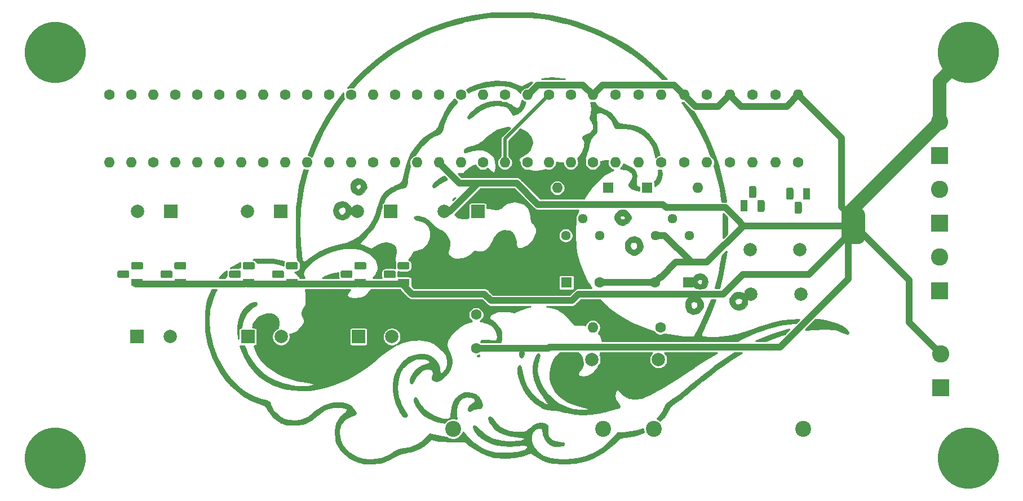
<source format=gbr>
G04 #@! TF.GenerationSoftware,KiCad,Pcbnew,(5.1.0)-1*
G04 #@! TF.CreationDate,2022-08-15T09:48:56-05:00*
G04 #@! TF.ProjectId,surfgen,73757266-6765-46e2-9e6b-696361645f70,rev?*
G04 #@! TF.SameCoordinates,Original*
G04 #@! TF.FileFunction,Copper,L2,Bot*
G04 #@! TF.FilePolarity,Positive*
%FSLAX46Y46*%
G04 Gerber Fmt 4.6, Leading zero omitted, Abs format (unit mm)*
G04 Created by KiCad (PCBNEW (5.1.0)-1) date 2022-08-15 09:48:56*
%MOMM*%
%LPD*%
G04 APERTURE LIST*
%ADD10C,0.010000*%
%ADD11C,1.600000*%
%ADD12C,9.200000*%
%ADD13C,2.600000*%
%ADD14R,2.600000X2.600000*%
%ADD15C,2.400000*%
%ADD16O,1.600000X1.600000*%
%ADD17R,1.100000X1.800000*%
%ADD18C,0.100000*%
%ADD19C,1.100000*%
%ADD20R,1.800000X1.100000*%
%ADD21C,1.440000*%
%ADD22R,1.600000X1.600000*%
%ADD23C,2.000000*%
%ADD24R,2.000000X2.000000*%
%ADD25C,1.000000*%
%ADD26C,2.000000*%
%ADD27C,0.500000*%
%ADD28C,0.254000*%
G04 APERTURE END LIST*
D10*
G36*
X130402676Y-89362807D02*
G01*
X130759641Y-89528720D01*
X131078476Y-89821674D01*
X131333959Y-90238140D01*
X131384613Y-90360186D01*
X131407338Y-90637440D01*
X131308909Y-90954105D01*
X131118603Y-91271846D01*
X130865694Y-91552327D01*
X130579459Y-91757215D01*
X130289174Y-91848173D01*
X130247149Y-91849621D01*
X130007584Y-91812645D01*
X129721796Y-91722618D01*
X129638040Y-91687382D01*
X129269496Y-91438841D01*
X129036458Y-91103027D01*
X128946796Y-90703949D01*
X128967640Y-90555599D01*
X129779607Y-90555599D01*
X129837663Y-90730652D01*
X129972667Y-90901827D01*
X130125865Y-90999853D01*
X130160607Y-91004814D01*
X130289993Y-90947301D01*
X130405596Y-90845436D01*
X130493423Y-90653024D01*
X130488788Y-90427931D01*
X130401340Y-90243315D01*
X130318391Y-90184333D01*
X130153404Y-90196818D01*
X129963164Y-90301218D01*
X129817563Y-90449371D01*
X129779607Y-90555599D01*
X128967640Y-90555599D01*
X129008385Y-90265617D01*
X129097912Y-90040155D01*
X129355198Y-89662608D01*
X129675234Y-89426221D01*
X130032800Y-89327464D01*
X130402676Y-89362807D01*
X130402676Y-89362807D01*
G37*
X130402676Y-89362807D02*
X130759641Y-89528720D01*
X131078476Y-89821674D01*
X131333959Y-90238140D01*
X131384613Y-90360186D01*
X131407338Y-90637440D01*
X131308909Y-90954105D01*
X131118603Y-91271846D01*
X130865694Y-91552327D01*
X130579459Y-91757215D01*
X130289174Y-91848173D01*
X130247149Y-91849621D01*
X130007584Y-91812645D01*
X129721796Y-91722618D01*
X129638040Y-91687382D01*
X129269496Y-91438841D01*
X129036458Y-91103027D01*
X128946796Y-90703949D01*
X128967640Y-90555599D01*
X129779607Y-90555599D01*
X129837663Y-90730652D01*
X129972667Y-90901827D01*
X130125865Y-90999853D01*
X130160607Y-91004814D01*
X130289993Y-90947301D01*
X130405596Y-90845436D01*
X130493423Y-90653024D01*
X130488788Y-90427931D01*
X130401340Y-90243315D01*
X130318391Y-90184333D01*
X130153404Y-90196818D01*
X129963164Y-90301218D01*
X129817563Y-90449371D01*
X129779607Y-90555599D01*
X128967640Y-90555599D01*
X129008385Y-90265617D01*
X129097912Y-90040155D01*
X129355198Y-89662608D01*
X129675234Y-89426221D01*
X130032800Y-89327464D01*
X130402676Y-89362807D01*
G36*
X128130985Y-92866940D02*
G01*
X128511017Y-93056933D01*
X128832973Y-93351039D01*
X129065900Y-93742278D01*
X129102200Y-93840926D01*
X129144577Y-94221084D01*
X129049081Y-94613445D01*
X128839114Y-94978599D01*
X128538080Y-95277135D01*
X128169381Y-95469644D01*
X128127617Y-95482124D01*
X127836901Y-95550745D01*
X127611849Y-95559885D01*
X127359637Y-95509693D01*
X127266296Y-95483521D01*
X126893782Y-95295197D01*
X126614239Y-94993547D01*
X126437235Y-94612614D01*
X126372338Y-94186441D01*
X126378830Y-94136429D01*
X127154940Y-94136429D01*
X127209330Y-94373957D01*
X127344676Y-94603127D01*
X127519244Y-94767622D01*
X127657667Y-94814814D01*
X127827486Y-94764618D01*
X128027252Y-94643448D01*
X128032522Y-94639335D01*
X128213132Y-94414560D01*
X128262866Y-94163447D01*
X128199597Y-93926132D01*
X128041199Y-93742749D01*
X127805544Y-93653436D01*
X127600530Y-93669287D01*
X127323851Y-93776889D01*
X127185482Y-93941466D01*
X127154940Y-94136429D01*
X126378830Y-94136429D01*
X126429116Y-93749071D01*
X126617138Y-93334547D01*
X126649149Y-93287711D01*
X126951959Y-92991446D01*
X127320503Y-92827216D01*
X127723829Y-92788041D01*
X128130985Y-92866940D01*
X128130985Y-92866940D01*
G37*
X128130985Y-92866940D02*
X128511017Y-93056933D01*
X128832973Y-93351039D01*
X129065900Y-93742278D01*
X129102200Y-93840926D01*
X129144577Y-94221084D01*
X129049081Y-94613445D01*
X128839114Y-94978599D01*
X128538080Y-95277135D01*
X128169381Y-95469644D01*
X128127617Y-95482124D01*
X127836901Y-95550745D01*
X127611849Y-95559885D01*
X127359637Y-95509693D01*
X127266296Y-95483521D01*
X126893782Y-95295197D01*
X126614239Y-94993547D01*
X126437235Y-94612614D01*
X126372338Y-94186441D01*
X126378830Y-94136429D01*
X127154940Y-94136429D01*
X127209330Y-94373957D01*
X127344676Y-94603127D01*
X127519244Y-94767622D01*
X127657667Y-94814814D01*
X127827486Y-94764618D01*
X128027252Y-94643448D01*
X128032522Y-94639335D01*
X128213132Y-94414560D01*
X128262866Y-94163447D01*
X128199597Y-93926132D01*
X128041199Y-93742749D01*
X127805544Y-93653436D01*
X127600530Y-93669287D01*
X127323851Y-93776889D01*
X127185482Y-93941466D01*
X127154940Y-94136429D01*
X126378830Y-94136429D01*
X126429116Y-93749071D01*
X126617138Y-93334547D01*
X126649149Y-93287711D01*
X126951959Y-92991446D01*
X127320503Y-92827216D01*
X127723829Y-92788041D01*
X128130985Y-92866940D01*
G36*
X170108682Y-94027030D02*
G01*
X170160646Y-94041324D01*
X170464774Y-94198903D01*
X170763951Y-94461814D01*
X171007061Y-94775586D01*
X171142985Y-95085749D01*
X171143671Y-95088838D01*
X171124947Y-95364327D01*
X170977683Y-95666528D01*
X170729392Y-95956417D01*
X170407587Y-96194970D01*
X170337034Y-96232980D01*
X170006219Y-96373862D01*
X169738795Y-96410668D01*
X169468480Y-96348218D01*
X169361273Y-96303961D01*
X169014305Y-96074980D01*
X168757580Y-95757562D01*
X168647268Y-95476512D01*
X168635745Y-95147311D01*
X169484996Y-95147311D01*
X169520789Y-95370092D01*
X169634893Y-95462964D01*
X169831576Y-95488082D01*
X170038816Y-95446781D01*
X170171496Y-95358050D01*
X170236708Y-95186329D01*
X170157732Y-95042017D01*
X169959700Y-94954776D01*
X169818872Y-94941814D01*
X169584046Y-94994817D01*
X169484996Y-95147311D01*
X168635745Y-95147311D01*
X168632374Y-95051025D01*
X168756386Y-94665416D01*
X168992663Y-94344948D01*
X169314565Y-94114886D01*
X169695451Y-94000492D01*
X170108682Y-94027030D01*
X170108682Y-94027030D01*
G37*
X170108682Y-94027030D02*
X170160646Y-94041324D01*
X170464774Y-94198903D01*
X170763951Y-94461814D01*
X171007061Y-94775586D01*
X171142985Y-95085749D01*
X171143671Y-95088838D01*
X171124947Y-95364327D01*
X170977683Y-95666528D01*
X170729392Y-95956417D01*
X170407587Y-96194970D01*
X170337034Y-96232980D01*
X170006219Y-96373862D01*
X169738795Y-96410668D01*
X169468480Y-96348218D01*
X169361273Y-96303961D01*
X169014305Y-96074980D01*
X168757580Y-95757562D01*
X168647268Y-95476512D01*
X168635745Y-95147311D01*
X169484996Y-95147311D01*
X169520789Y-95370092D01*
X169634893Y-95462964D01*
X169831576Y-95488082D01*
X170038816Y-95446781D01*
X170171496Y-95358050D01*
X170236708Y-95186329D01*
X170157732Y-95042017D01*
X169959700Y-94954776D01*
X169818872Y-94941814D01*
X169584046Y-94994817D01*
X169484996Y-95147311D01*
X168635745Y-95147311D01*
X168632374Y-95051025D01*
X168756386Y-94665416D01*
X168992663Y-94344948D01*
X169314565Y-94114886D01*
X169695451Y-94000492D01*
X170108682Y-94027030D01*
G36*
X172045194Y-98159883D02*
G01*
X172399839Y-98395201D01*
X172682940Y-98720966D01*
X172867292Y-99110982D01*
X172925693Y-99539054D01*
X172912508Y-99685414D01*
X172774648Y-100116513D01*
X172498309Y-100461160D01*
X172074228Y-100730886D01*
X172072058Y-100731908D01*
X171713976Y-100868967D01*
X171422922Y-100895023D01*
X171140004Y-100812287D01*
X171054607Y-100770129D01*
X170636249Y-100482118D01*
X170333228Y-100131958D01*
X170284562Y-100047185D01*
X170187604Y-99720343D01*
X170178565Y-99426490D01*
X171012273Y-99426490D01*
X171070674Y-99737789D01*
X171223404Y-99953219D01*
X171436756Y-100054136D01*
X171677022Y-100021895D01*
X171858940Y-99894814D01*
X171978762Y-99689999D01*
X172026352Y-99431748D01*
X171996987Y-99191248D01*
X171914370Y-99059017D01*
X171754251Y-98976781D01*
X171526113Y-98909628D01*
X171520665Y-98908525D01*
X171255748Y-98916506D01*
X171086261Y-99063515D01*
X171014650Y-99347060D01*
X171012273Y-99426490D01*
X170178565Y-99426490D01*
X170175743Y-99334750D01*
X170248696Y-98977890D01*
X170288281Y-98887177D01*
X170466310Y-98635959D01*
X170721273Y-98382223D01*
X170996853Y-98175112D01*
X171230089Y-98065371D01*
X171646209Y-98041208D01*
X172045194Y-98159883D01*
X172045194Y-98159883D01*
G37*
X172045194Y-98159883D02*
X172399839Y-98395201D01*
X172682940Y-98720966D01*
X172867292Y-99110982D01*
X172925693Y-99539054D01*
X172912508Y-99685414D01*
X172774648Y-100116513D01*
X172498309Y-100461160D01*
X172074228Y-100730886D01*
X172072058Y-100731908D01*
X171713976Y-100868967D01*
X171422922Y-100895023D01*
X171140004Y-100812287D01*
X171054607Y-100770129D01*
X170636249Y-100482118D01*
X170333228Y-100131958D01*
X170284562Y-100047185D01*
X170187604Y-99720343D01*
X170178565Y-99426490D01*
X171012273Y-99426490D01*
X171070674Y-99737789D01*
X171223404Y-99953219D01*
X171436756Y-100054136D01*
X171677022Y-100021895D01*
X171858940Y-99894814D01*
X171978762Y-99689999D01*
X172026352Y-99431748D01*
X171996987Y-99191248D01*
X171914370Y-99059017D01*
X171754251Y-98976781D01*
X171526113Y-98909628D01*
X171520665Y-98908525D01*
X171255748Y-98916506D01*
X171086261Y-99063515D01*
X171014650Y-99347060D01*
X171012273Y-99426490D01*
X170178565Y-99426490D01*
X170175743Y-99334750D01*
X170248696Y-98977890D01*
X170288281Y-98887177D01*
X170466310Y-98635959D01*
X170721273Y-98382223D01*
X170996853Y-98175112D01*
X171230089Y-98065371D01*
X171646209Y-98041208D01*
X172045194Y-98159883D01*
G36*
X181841001Y-103661842D02*
G01*
X182167895Y-103844022D01*
X182439551Y-104152250D01*
X182571822Y-104419371D01*
X182669837Y-104874224D01*
X182609031Y-105294633D01*
X182473128Y-105558174D01*
X182218641Y-105786303D01*
X181862110Y-105931307D01*
X181454184Y-105983266D01*
X181045510Y-105932260D01*
X180871910Y-105871792D01*
X180561009Y-105649210D01*
X180363530Y-105314486D01*
X180301012Y-104932438D01*
X181091809Y-104932438D01*
X181159294Y-105126063D01*
X181289219Y-105253122D01*
X181452596Y-105265700D01*
X181623553Y-105199269D01*
X181694364Y-105155797D01*
X181762771Y-104994306D01*
X181776280Y-104722431D01*
X181774971Y-104701260D01*
X181693891Y-104570418D01*
X181519067Y-104496922D01*
X181321659Y-104499640D01*
X181213507Y-104552393D01*
X181104100Y-104723973D01*
X181091809Y-104932438D01*
X180301012Y-104932438D01*
X180294620Y-104893378D01*
X180294627Y-104890147D01*
X180362325Y-104438147D01*
X180543537Y-104077307D01*
X180810135Y-103813442D01*
X181133995Y-103652367D01*
X181486992Y-103599895D01*
X181841001Y-103661842D01*
X181841001Y-103661842D01*
G37*
X181841001Y-103661842D02*
X182167895Y-103844022D01*
X182439551Y-104152250D01*
X182571822Y-104419371D01*
X182669837Y-104874224D01*
X182609031Y-105294633D01*
X182473128Y-105558174D01*
X182218641Y-105786303D01*
X181862110Y-105931307D01*
X181454184Y-105983266D01*
X181045510Y-105932260D01*
X180871910Y-105871792D01*
X180561009Y-105649210D01*
X180363530Y-105314486D01*
X180301012Y-104932438D01*
X181091809Y-104932438D01*
X181159294Y-105126063D01*
X181289219Y-105253122D01*
X181452596Y-105265700D01*
X181623553Y-105199269D01*
X181694364Y-105155797D01*
X181762771Y-104994306D01*
X181776280Y-104722431D01*
X181774971Y-104701260D01*
X181693891Y-104570418D01*
X181519067Y-104496922D01*
X181321659Y-104499640D01*
X181213507Y-104552393D01*
X181104100Y-104723973D01*
X181091809Y-104932438D01*
X180301012Y-104932438D01*
X180294620Y-104893378D01*
X180294627Y-104890147D01*
X180362325Y-104438147D01*
X180543537Y-104077307D01*
X180810135Y-103813442D01*
X181133995Y-103652367D01*
X181486992Y-103599895D01*
X181841001Y-103661842D01*
G36*
X181088038Y-107038445D02*
G01*
X181459996Y-107255043D01*
X181756528Y-107570029D01*
X181850863Y-107732045D01*
X181990369Y-108121593D01*
X181995148Y-108483927D01*
X181864621Y-108879434D01*
X181839349Y-108933002D01*
X181570282Y-109319209D01*
X181210458Y-109592447D01*
X180794603Y-109739150D01*
X180357441Y-109745750D01*
X180020897Y-109643471D01*
X179649016Y-109407940D01*
X179409825Y-109097502D01*
X179289051Y-108687590D01*
X179267273Y-108346522D01*
X179267402Y-108344814D01*
X180107925Y-108344814D01*
X180123262Y-108423243D01*
X180249754Y-108731569D01*
X180436265Y-108906493D01*
X180658093Y-108936780D01*
X180890535Y-108811196D01*
X180918273Y-108784814D01*
X181039220Y-108576226D01*
X181086242Y-108312215D01*
X181053213Y-108067807D01*
X180986007Y-107955080D01*
X180838828Y-107887935D01*
X180608449Y-107854361D01*
X180565652Y-107853480D01*
X180282709Y-107910184D01*
X180128494Y-108076073D01*
X180107925Y-108344814D01*
X179267402Y-108344814D01*
X179300355Y-107911316D01*
X179417794Y-107582833D01*
X179646880Y-107308366D01*
X179910058Y-107105105D01*
X180274025Y-106950864D01*
X180679700Y-106932848D01*
X181088038Y-107038445D01*
X181088038Y-107038445D01*
G37*
X181088038Y-107038445D02*
X181459996Y-107255043D01*
X181756528Y-107570029D01*
X181850863Y-107732045D01*
X181990369Y-108121593D01*
X181995148Y-108483927D01*
X181864621Y-108879434D01*
X181839349Y-108933002D01*
X181570282Y-109319209D01*
X181210458Y-109592447D01*
X180794603Y-109739150D01*
X180357441Y-109745750D01*
X180020897Y-109643471D01*
X179649016Y-109407940D01*
X179409825Y-109097502D01*
X179289051Y-108687590D01*
X179267273Y-108346522D01*
X179267402Y-108344814D01*
X180107925Y-108344814D01*
X180123262Y-108423243D01*
X180249754Y-108731569D01*
X180436265Y-108906493D01*
X180658093Y-108936780D01*
X180890535Y-108811196D01*
X180918273Y-108784814D01*
X181039220Y-108576226D01*
X181086242Y-108312215D01*
X181053213Y-108067807D01*
X180986007Y-107955080D01*
X180838828Y-107887935D01*
X180608449Y-107854361D01*
X180565652Y-107853480D01*
X180282709Y-107910184D01*
X180128494Y-108076073D01*
X180107925Y-108344814D01*
X179267402Y-108344814D01*
X179300355Y-107911316D01*
X179417794Y-107582833D01*
X179646880Y-107308366D01*
X179910058Y-107105105D01*
X180274025Y-106950864D01*
X180679700Y-106932848D01*
X181088038Y-107038445D01*
G36*
X155018736Y-115300867D02*
G01*
X155090180Y-115507901D01*
X155078291Y-115760861D01*
X154972548Y-116021312D01*
X154919461Y-116097062D01*
X154720404Y-116283030D01*
X154547407Y-116301707D01*
X154441117Y-116214314D01*
X154327297Y-115957287D01*
X154321659Y-115667954D01*
X154411984Y-115402129D01*
X154586051Y-115215628D01*
X154667940Y-115178310D01*
X154874483Y-115178192D01*
X155018736Y-115300867D01*
X155018736Y-115300867D01*
G37*
X155018736Y-115300867D02*
X155090180Y-115507901D01*
X155078291Y-115760861D01*
X154972548Y-116021312D01*
X154919461Y-116097062D01*
X154720404Y-116283030D01*
X154547407Y-116301707D01*
X154441117Y-116214314D01*
X154327297Y-115957287D01*
X154321659Y-115667954D01*
X154411984Y-115402129D01*
X154586051Y-115215628D01*
X154667940Y-115178310D01*
X154874483Y-115178192D01*
X155018736Y-115300867D01*
G36*
X187797948Y-106446811D02*
G01*
X188138847Y-106651561D01*
X188406479Y-106969549D01*
X188575464Y-107391619D01*
X188622623Y-107814171D01*
X188548915Y-108281232D01*
X188342160Y-108664710D01*
X188022777Y-108943606D01*
X187611183Y-109096918D01*
X187352940Y-109120102D01*
X187051917Y-109089552D01*
X186775493Y-109013838D01*
X186717940Y-108987794D01*
X186315157Y-108709875D01*
X186032078Y-108341968D01*
X185956271Y-108190341D01*
X185868177Y-107859855D01*
X186760273Y-107859855D01*
X186828894Y-108094371D01*
X187009646Y-108234787D01*
X187264858Y-108265960D01*
X187549006Y-108176932D01*
X187774994Y-107989824D01*
X187857560Y-107772501D01*
X187807194Y-107565350D01*
X187634384Y-107408757D01*
X187349621Y-107343111D01*
X187332392Y-107342940D01*
X187034783Y-107409944D01*
X186833682Y-107592173D01*
X186760273Y-107859855D01*
X185868177Y-107859855D01*
X185853454Y-107804624D01*
X185907392Y-107431610D01*
X186122178Y-107051125D01*
X186209258Y-106943351D01*
X186589436Y-106603570D01*
X186997863Y-106413658D01*
X187409160Y-106364457D01*
X187797948Y-106446811D01*
X187797948Y-106446811D01*
G37*
X187797948Y-106446811D02*
X188138847Y-106651561D01*
X188406479Y-106969549D01*
X188575464Y-107391619D01*
X188622623Y-107814171D01*
X188548915Y-108281232D01*
X188342160Y-108664710D01*
X188022777Y-108943606D01*
X187611183Y-109096918D01*
X187352940Y-109120102D01*
X187051917Y-109089552D01*
X186775493Y-109013838D01*
X186717940Y-108987794D01*
X186315157Y-108709875D01*
X186032078Y-108341968D01*
X185956271Y-108190341D01*
X185868177Y-107859855D01*
X186760273Y-107859855D01*
X186828894Y-108094371D01*
X187009646Y-108234787D01*
X187264858Y-108265960D01*
X187549006Y-108176932D01*
X187774994Y-107989824D01*
X187857560Y-107772501D01*
X187807194Y-107565350D01*
X187634384Y-107408757D01*
X187349621Y-107343111D01*
X187332392Y-107342940D01*
X187034783Y-107409944D01*
X186833682Y-107592173D01*
X186760273Y-107859855D01*
X185868177Y-107859855D01*
X185853454Y-107804624D01*
X185907392Y-107431610D01*
X186122178Y-107051125D01*
X186209258Y-106943351D01*
X186589436Y-106603570D01*
X186997863Y-106413658D01*
X187409160Y-106364457D01*
X187797948Y-106446811D01*
D11*
X147828000Y-114829600D03*
X147828000Y-109829600D03*
D12*
X84582000Y-131419600D03*
X84582000Y-70459600D03*
X221742000Y-70459600D03*
X221742000Y-131419600D03*
D13*
X217614500Y-115735100D03*
D14*
X217614500Y-120815100D03*
D15*
X196998000Y-126974600D03*
X174498000Y-126974600D03*
X144378000Y-126974600D03*
X166878000Y-126974600D03*
D11*
X148844000Y-86969600D03*
D16*
X148844000Y-76809600D03*
X162052000Y-86969600D03*
D11*
X162052000Y-76809600D03*
D16*
X145542000Y-86969600D03*
D11*
X145542000Y-76809600D03*
D16*
X165354000Y-76809600D03*
D11*
X165354000Y-86969600D03*
X168783000Y-76809600D03*
D16*
X168783000Y-86969600D03*
D11*
X158750000Y-76809600D03*
D16*
X158750000Y-86969600D03*
D11*
X155575000Y-86969600D03*
D16*
X155575000Y-76809600D03*
D11*
X179070000Y-86969600D03*
D16*
X179070000Y-76809600D03*
D11*
X182499000Y-76809600D03*
D16*
X182499000Y-86969600D03*
D11*
X175514000Y-111734600D03*
D16*
X165354000Y-111734600D03*
D11*
X175641000Y-86969600D03*
D16*
X175641000Y-76809600D03*
D11*
X185928000Y-86969600D03*
D16*
X185928000Y-76809600D03*
D11*
X192786000Y-76809600D03*
D16*
X192786000Y-86969600D03*
D11*
X189357000Y-76809600D03*
D16*
X189357000Y-86969600D03*
D11*
X196215000Y-86969600D03*
D16*
X196215000Y-76809600D03*
X142240000Y-86969600D03*
D11*
X142240000Y-76809600D03*
X152146000Y-76809600D03*
D16*
X152146000Y-86969600D03*
D11*
X172212000Y-76809600D03*
D16*
X172212000Y-86969600D03*
D11*
X132334000Y-86969600D03*
D16*
X132334000Y-76809600D03*
D11*
X115824000Y-86969600D03*
D16*
X115824000Y-76809600D03*
D11*
X99314000Y-86969600D03*
D16*
X99314000Y-76809600D03*
D11*
X129032000Y-76809600D03*
D16*
X129032000Y-86969600D03*
D11*
X125730000Y-76809600D03*
D16*
X125730000Y-86969600D03*
D11*
X135636000Y-76809600D03*
D16*
X135636000Y-86969600D03*
D11*
X138938000Y-76809600D03*
D16*
X138938000Y-86969600D03*
D11*
X112522000Y-76809600D03*
D16*
X112522000Y-86969600D03*
D11*
X109220000Y-76809600D03*
D16*
X109220000Y-86969600D03*
D11*
X119126000Y-76809600D03*
D16*
X119126000Y-86969600D03*
D11*
X122428000Y-76809600D03*
D16*
X122428000Y-86969600D03*
D11*
X96012000Y-76809600D03*
D16*
X96012000Y-86969600D03*
D11*
X92710000Y-76809600D03*
D16*
X92710000Y-86969600D03*
D11*
X102616000Y-76809600D03*
D16*
X102616000Y-86969600D03*
D11*
X105918000Y-76809600D03*
D16*
X105918000Y-86969600D03*
D17*
X188087000Y-93465600D03*
D18*
G36*
X190928955Y-92566924D02*
G01*
X190955650Y-92570884D01*
X190981828Y-92577441D01*
X191007238Y-92586533D01*
X191031634Y-92598072D01*
X191054782Y-92611946D01*
X191076458Y-92628022D01*
X191096454Y-92646146D01*
X191114578Y-92666142D01*
X191130654Y-92687818D01*
X191144528Y-92710966D01*
X191156067Y-92735362D01*
X191165159Y-92760772D01*
X191171716Y-92786950D01*
X191175676Y-92813645D01*
X191177000Y-92840600D01*
X191177000Y-94090600D01*
X191175676Y-94117555D01*
X191171716Y-94144250D01*
X191165159Y-94170428D01*
X191156067Y-94195838D01*
X191144528Y-94220234D01*
X191130654Y-94243382D01*
X191114578Y-94265058D01*
X191096454Y-94285054D01*
X191076458Y-94303178D01*
X191054782Y-94319254D01*
X191031634Y-94333128D01*
X191007238Y-94344667D01*
X190981828Y-94353759D01*
X190955650Y-94360316D01*
X190928955Y-94364276D01*
X190902000Y-94365600D01*
X190352000Y-94365600D01*
X190325045Y-94364276D01*
X190298350Y-94360316D01*
X190272172Y-94353759D01*
X190246762Y-94344667D01*
X190222366Y-94333128D01*
X190199218Y-94319254D01*
X190177542Y-94303178D01*
X190157546Y-94285054D01*
X190139422Y-94265058D01*
X190123346Y-94243382D01*
X190109472Y-94220234D01*
X190097933Y-94195838D01*
X190088841Y-94170428D01*
X190082284Y-94144250D01*
X190078324Y-94117555D01*
X190077000Y-94090600D01*
X190077000Y-92840600D01*
X190078324Y-92813645D01*
X190082284Y-92786950D01*
X190088841Y-92760772D01*
X190097933Y-92735362D01*
X190109472Y-92710966D01*
X190123346Y-92687818D01*
X190139422Y-92666142D01*
X190157546Y-92646146D01*
X190177542Y-92628022D01*
X190199218Y-92611946D01*
X190222366Y-92598072D01*
X190246762Y-92586533D01*
X190272172Y-92577441D01*
X190298350Y-92570884D01*
X190325045Y-92566924D01*
X190352000Y-92565600D01*
X190902000Y-92565600D01*
X190928955Y-92566924D01*
X190928955Y-92566924D01*
G37*
D19*
X190627000Y-93465600D03*
D18*
G36*
X189658955Y-90496924D02*
G01*
X189685650Y-90500884D01*
X189711828Y-90507441D01*
X189737238Y-90516533D01*
X189761634Y-90528072D01*
X189784782Y-90541946D01*
X189806458Y-90558022D01*
X189826454Y-90576146D01*
X189844578Y-90596142D01*
X189860654Y-90617818D01*
X189874528Y-90640966D01*
X189886067Y-90665362D01*
X189895159Y-90690772D01*
X189901716Y-90716950D01*
X189905676Y-90743645D01*
X189907000Y-90770600D01*
X189907000Y-92020600D01*
X189905676Y-92047555D01*
X189901716Y-92074250D01*
X189895159Y-92100428D01*
X189886067Y-92125838D01*
X189874528Y-92150234D01*
X189860654Y-92173382D01*
X189844578Y-92195058D01*
X189826454Y-92215054D01*
X189806458Y-92233178D01*
X189784782Y-92249254D01*
X189761634Y-92263128D01*
X189737238Y-92274667D01*
X189711828Y-92283759D01*
X189685650Y-92290316D01*
X189658955Y-92294276D01*
X189632000Y-92295600D01*
X189082000Y-92295600D01*
X189055045Y-92294276D01*
X189028350Y-92290316D01*
X189002172Y-92283759D01*
X188976762Y-92274667D01*
X188952366Y-92263128D01*
X188929218Y-92249254D01*
X188907542Y-92233178D01*
X188887546Y-92215054D01*
X188869422Y-92195058D01*
X188853346Y-92173382D01*
X188839472Y-92150234D01*
X188827933Y-92125838D01*
X188818841Y-92100428D01*
X188812284Y-92074250D01*
X188808324Y-92047555D01*
X188807000Y-92020600D01*
X188807000Y-90770600D01*
X188808324Y-90743645D01*
X188812284Y-90716950D01*
X188818841Y-90690772D01*
X188827933Y-90665362D01*
X188839472Y-90640966D01*
X188853346Y-90617818D01*
X188869422Y-90596142D01*
X188887546Y-90576146D01*
X188907542Y-90558022D01*
X188929218Y-90541946D01*
X188952366Y-90528072D01*
X188976762Y-90516533D01*
X189002172Y-90507441D01*
X189028350Y-90500884D01*
X189055045Y-90496924D01*
X189082000Y-90495600D01*
X189632000Y-90495600D01*
X189658955Y-90496924D01*
X189658955Y-90496924D01*
G37*
D19*
X189357000Y-91395600D03*
D17*
X197485000Y-91649600D03*
D18*
G36*
X195246955Y-90750924D02*
G01*
X195273650Y-90754884D01*
X195299828Y-90761441D01*
X195325238Y-90770533D01*
X195349634Y-90782072D01*
X195372782Y-90795946D01*
X195394458Y-90812022D01*
X195414454Y-90830146D01*
X195432578Y-90850142D01*
X195448654Y-90871818D01*
X195462528Y-90894966D01*
X195474067Y-90919362D01*
X195483159Y-90944772D01*
X195489716Y-90970950D01*
X195493676Y-90997645D01*
X195495000Y-91024600D01*
X195495000Y-92274600D01*
X195493676Y-92301555D01*
X195489716Y-92328250D01*
X195483159Y-92354428D01*
X195474067Y-92379838D01*
X195462528Y-92404234D01*
X195448654Y-92427382D01*
X195432578Y-92449058D01*
X195414454Y-92469054D01*
X195394458Y-92487178D01*
X195372782Y-92503254D01*
X195349634Y-92517128D01*
X195325238Y-92528667D01*
X195299828Y-92537759D01*
X195273650Y-92544316D01*
X195246955Y-92548276D01*
X195220000Y-92549600D01*
X194670000Y-92549600D01*
X194643045Y-92548276D01*
X194616350Y-92544316D01*
X194590172Y-92537759D01*
X194564762Y-92528667D01*
X194540366Y-92517128D01*
X194517218Y-92503254D01*
X194495542Y-92487178D01*
X194475546Y-92469054D01*
X194457422Y-92449058D01*
X194441346Y-92427382D01*
X194427472Y-92404234D01*
X194415933Y-92379838D01*
X194406841Y-92354428D01*
X194400284Y-92328250D01*
X194396324Y-92301555D01*
X194395000Y-92274600D01*
X194395000Y-91024600D01*
X194396324Y-90997645D01*
X194400284Y-90970950D01*
X194406841Y-90944772D01*
X194415933Y-90919362D01*
X194427472Y-90894966D01*
X194441346Y-90871818D01*
X194457422Y-90850142D01*
X194475546Y-90830146D01*
X194495542Y-90812022D01*
X194517218Y-90795946D01*
X194540366Y-90782072D01*
X194564762Y-90770533D01*
X194590172Y-90761441D01*
X194616350Y-90754884D01*
X194643045Y-90750924D01*
X194670000Y-90749600D01*
X195220000Y-90749600D01*
X195246955Y-90750924D01*
X195246955Y-90750924D01*
G37*
D19*
X194945000Y-91649600D03*
D18*
G36*
X196516955Y-92820924D02*
G01*
X196543650Y-92824884D01*
X196569828Y-92831441D01*
X196595238Y-92840533D01*
X196619634Y-92852072D01*
X196642782Y-92865946D01*
X196664458Y-92882022D01*
X196684454Y-92900146D01*
X196702578Y-92920142D01*
X196718654Y-92941818D01*
X196732528Y-92964966D01*
X196744067Y-92989362D01*
X196753159Y-93014772D01*
X196759716Y-93040950D01*
X196763676Y-93067645D01*
X196765000Y-93094600D01*
X196765000Y-94344600D01*
X196763676Y-94371555D01*
X196759716Y-94398250D01*
X196753159Y-94424428D01*
X196744067Y-94449838D01*
X196732528Y-94474234D01*
X196718654Y-94497382D01*
X196702578Y-94519058D01*
X196684454Y-94539054D01*
X196664458Y-94557178D01*
X196642782Y-94573254D01*
X196619634Y-94587128D01*
X196595238Y-94598667D01*
X196569828Y-94607759D01*
X196543650Y-94614316D01*
X196516955Y-94618276D01*
X196490000Y-94619600D01*
X195940000Y-94619600D01*
X195913045Y-94618276D01*
X195886350Y-94614316D01*
X195860172Y-94607759D01*
X195834762Y-94598667D01*
X195810366Y-94587128D01*
X195787218Y-94573254D01*
X195765542Y-94557178D01*
X195745546Y-94539054D01*
X195727422Y-94519058D01*
X195711346Y-94497382D01*
X195697472Y-94474234D01*
X195685933Y-94449838D01*
X195676841Y-94424428D01*
X195670284Y-94398250D01*
X195666324Y-94371555D01*
X195665000Y-94344600D01*
X195665000Y-93094600D01*
X195666324Y-93067645D01*
X195670284Y-93040950D01*
X195676841Y-93014772D01*
X195685933Y-92989362D01*
X195697472Y-92964966D01*
X195711346Y-92941818D01*
X195727422Y-92920142D01*
X195745546Y-92900146D01*
X195765542Y-92882022D01*
X195787218Y-92865946D01*
X195810366Y-92852072D01*
X195834762Y-92840533D01*
X195860172Y-92831441D01*
X195886350Y-92824884D01*
X195913045Y-92820924D01*
X195940000Y-92819600D01*
X196490000Y-92819600D01*
X196516955Y-92820924D01*
X196516955Y-92820924D01*
G37*
D19*
X196215000Y-93719600D03*
D20*
X130448000Y-105003600D03*
D18*
G36*
X131099955Y-101914924D02*
G01*
X131126650Y-101918884D01*
X131152828Y-101925441D01*
X131178238Y-101934533D01*
X131202634Y-101946072D01*
X131225782Y-101959946D01*
X131247458Y-101976022D01*
X131267454Y-101994146D01*
X131285578Y-102014142D01*
X131301654Y-102035818D01*
X131315528Y-102058966D01*
X131327067Y-102083362D01*
X131336159Y-102108772D01*
X131342716Y-102134950D01*
X131346676Y-102161645D01*
X131348000Y-102188600D01*
X131348000Y-102738600D01*
X131346676Y-102765555D01*
X131342716Y-102792250D01*
X131336159Y-102818428D01*
X131327067Y-102843838D01*
X131315528Y-102868234D01*
X131301654Y-102891382D01*
X131285578Y-102913058D01*
X131267454Y-102933054D01*
X131247458Y-102951178D01*
X131225782Y-102967254D01*
X131202634Y-102981128D01*
X131178238Y-102992667D01*
X131152828Y-103001759D01*
X131126650Y-103008316D01*
X131099955Y-103012276D01*
X131073000Y-103013600D01*
X129823000Y-103013600D01*
X129796045Y-103012276D01*
X129769350Y-103008316D01*
X129743172Y-103001759D01*
X129717762Y-102992667D01*
X129693366Y-102981128D01*
X129670218Y-102967254D01*
X129648542Y-102951178D01*
X129628546Y-102933054D01*
X129610422Y-102913058D01*
X129594346Y-102891382D01*
X129580472Y-102868234D01*
X129568933Y-102843838D01*
X129559841Y-102818428D01*
X129553284Y-102792250D01*
X129549324Y-102765555D01*
X129548000Y-102738600D01*
X129548000Y-102188600D01*
X129549324Y-102161645D01*
X129553284Y-102134950D01*
X129559841Y-102108772D01*
X129568933Y-102083362D01*
X129580472Y-102058966D01*
X129594346Y-102035818D01*
X129610422Y-102014142D01*
X129628546Y-101994146D01*
X129648542Y-101976022D01*
X129670218Y-101959946D01*
X129693366Y-101946072D01*
X129717762Y-101934533D01*
X129743172Y-101925441D01*
X129769350Y-101918884D01*
X129796045Y-101914924D01*
X129823000Y-101913600D01*
X131073000Y-101913600D01*
X131099955Y-101914924D01*
X131099955Y-101914924D01*
G37*
D19*
X130448000Y-102463600D03*
D18*
G36*
X129029955Y-103184924D02*
G01*
X129056650Y-103188884D01*
X129082828Y-103195441D01*
X129108238Y-103204533D01*
X129132634Y-103216072D01*
X129155782Y-103229946D01*
X129177458Y-103246022D01*
X129197454Y-103264146D01*
X129215578Y-103284142D01*
X129231654Y-103305818D01*
X129245528Y-103328966D01*
X129257067Y-103353362D01*
X129266159Y-103378772D01*
X129272716Y-103404950D01*
X129276676Y-103431645D01*
X129278000Y-103458600D01*
X129278000Y-104008600D01*
X129276676Y-104035555D01*
X129272716Y-104062250D01*
X129266159Y-104088428D01*
X129257067Y-104113838D01*
X129245528Y-104138234D01*
X129231654Y-104161382D01*
X129215578Y-104183058D01*
X129197454Y-104203054D01*
X129177458Y-104221178D01*
X129155782Y-104237254D01*
X129132634Y-104251128D01*
X129108238Y-104262667D01*
X129082828Y-104271759D01*
X129056650Y-104278316D01*
X129029955Y-104282276D01*
X129003000Y-104283600D01*
X127753000Y-104283600D01*
X127726045Y-104282276D01*
X127699350Y-104278316D01*
X127673172Y-104271759D01*
X127647762Y-104262667D01*
X127623366Y-104251128D01*
X127600218Y-104237254D01*
X127578542Y-104221178D01*
X127558546Y-104203054D01*
X127540422Y-104183058D01*
X127524346Y-104161382D01*
X127510472Y-104138234D01*
X127498933Y-104113838D01*
X127489841Y-104088428D01*
X127483284Y-104062250D01*
X127479324Y-104035555D01*
X127478000Y-104008600D01*
X127478000Y-103458600D01*
X127479324Y-103431645D01*
X127483284Y-103404950D01*
X127489841Y-103378772D01*
X127498933Y-103353362D01*
X127510472Y-103328966D01*
X127524346Y-103305818D01*
X127540422Y-103284142D01*
X127558546Y-103264146D01*
X127578542Y-103246022D01*
X127600218Y-103229946D01*
X127623366Y-103216072D01*
X127647762Y-103204533D01*
X127673172Y-103195441D01*
X127699350Y-103188884D01*
X127726045Y-103184924D01*
X127753000Y-103183600D01*
X129003000Y-103183600D01*
X129029955Y-103184924D01*
X129029955Y-103184924D01*
G37*
D19*
X128378000Y-103733600D03*
D20*
X136925000Y-105003600D03*
D18*
G36*
X137576955Y-101914924D02*
G01*
X137603650Y-101918884D01*
X137629828Y-101925441D01*
X137655238Y-101934533D01*
X137679634Y-101946072D01*
X137702782Y-101959946D01*
X137724458Y-101976022D01*
X137744454Y-101994146D01*
X137762578Y-102014142D01*
X137778654Y-102035818D01*
X137792528Y-102058966D01*
X137804067Y-102083362D01*
X137813159Y-102108772D01*
X137819716Y-102134950D01*
X137823676Y-102161645D01*
X137825000Y-102188600D01*
X137825000Y-102738600D01*
X137823676Y-102765555D01*
X137819716Y-102792250D01*
X137813159Y-102818428D01*
X137804067Y-102843838D01*
X137792528Y-102868234D01*
X137778654Y-102891382D01*
X137762578Y-102913058D01*
X137744454Y-102933054D01*
X137724458Y-102951178D01*
X137702782Y-102967254D01*
X137679634Y-102981128D01*
X137655238Y-102992667D01*
X137629828Y-103001759D01*
X137603650Y-103008316D01*
X137576955Y-103012276D01*
X137550000Y-103013600D01*
X136300000Y-103013600D01*
X136273045Y-103012276D01*
X136246350Y-103008316D01*
X136220172Y-103001759D01*
X136194762Y-102992667D01*
X136170366Y-102981128D01*
X136147218Y-102967254D01*
X136125542Y-102951178D01*
X136105546Y-102933054D01*
X136087422Y-102913058D01*
X136071346Y-102891382D01*
X136057472Y-102868234D01*
X136045933Y-102843838D01*
X136036841Y-102818428D01*
X136030284Y-102792250D01*
X136026324Y-102765555D01*
X136025000Y-102738600D01*
X136025000Y-102188600D01*
X136026324Y-102161645D01*
X136030284Y-102134950D01*
X136036841Y-102108772D01*
X136045933Y-102083362D01*
X136057472Y-102058966D01*
X136071346Y-102035818D01*
X136087422Y-102014142D01*
X136105546Y-101994146D01*
X136125542Y-101976022D01*
X136147218Y-101959946D01*
X136170366Y-101946072D01*
X136194762Y-101934533D01*
X136220172Y-101925441D01*
X136246350Y-101918884D01*
X136273045Y-101914924D01*
X136300000Y-101913600D01*
X137550000Y-101913600D01*
X137576955Y-101914924D01*
X137576955Y-101914924D01*
G37*
D19*
X136925000Y-102463600D03*
D18*
G36*
X135506955Y-103184924D02*
G01*
X135533650Y-103188884D01*
X135559828Y-103195441D01*
X135585238Y-103204533D01*
X135609634Y-103216072D01*
X135632782Y-103229946D01*
X135654458Y-103246022D01*
X135674454Y-103264146D01*
X135692578Y-103284142D01*
X135708654Y-103305818D01*
X135722528Y-103328966D01*
X135734067Y-103353362D01*
X135743159Y-103378772D01*
X135749716Y-103404950D01*
X135753676Y-103431645D01*
X135755000Y-103458600D01*
X135755000Y-104008600D01*
X135753676Y-104035555D01*
X135749716Y-104062250D01*
X135743159Y-104088428D01*
X135734067Y-104113838D01*
X135722528Y-104138234D01*
X135708654Y-104161382D01*
X135692578Y-104183058D01*
X135674454Y-104203054D01*
X135654458Y-104221178D01*
X135632782Y-104237254D01*
X135609634Y-104251128D01*
X135585238Y-104262667D01*
X135559828Y-104271759D01*
X135533650Y-104278316D01*
X135506955Y-104282276D01*
X135480000Y-104283600D01*
X134230000Y-104283600D01*
X134203045Y-104282276D01*
X134176350Y-104278316D01*
X134150172Y-104271759D01*
X134124762Y-104262667D01*
X134100366Y-104251128D01*
X134077218Y-104237254D01*
X134055542Y-104221178D01*
X134035546Y-104203054D01*
X134017422Y-104183058D01*
X134001346Y-104161382D01*
X133987472Y-104138234D01*
X133975933Y-104113838D01*
X133966841Y-104088428D01*
X133960284Y-104062250D01*
X133956324Y-104035555D01*
X133955000Y-104008600D01*
X133955000Y-103458600D01*
X133956324Y-103431645D01*
X133960284Y-103404950D01*
X133966841Y-103378772D01*
X133975933Y-103353362D01*
X133987472Y-103328966D01*
X134001346Y-103305818D01*
X134017422Y-103284142D01*
X134035546Y-103264146D01*
X134055542Y-103246022D01*
X134077218Y-103229946D01*
X134100366Y-103216072D01*
X134124762Y-103204533D01*
X134150172Y-103195441D01*
X134176350Y-103188884D01*
X134203045Y-103184924D01*
X134230000Y-103183600D01*
X135480000Y-103183600D01*
X135506955Y-103184924D01*
X135506955Y-103184924D01*
G37*
D19*
X134855000Y-103733600D03*
D20*
X113684000Y-105003600D03*
D18*
G36*
X114335955Y-101914924D02*
G01*
X114362650Y-101918884D01*
X114388828Y-101925441D01*
X114414238Y-101934533D01*
X114438634Y-101946072D01*
X114461782Y-101959946D01*
X114483458Y-101976022D01*
X114503454Y-101994146D01*
X114521578Y-102014142D01*
X114537654Y-102035818D01*
X114551528Y-102058966D01*
X114563067Y-102083362D01*
X114572159Y-102108772D01*
X114578716Y-102134950D01*
X114582676Y-102161645D01*
X114584000Y-102188600D01*
X114584000Y-102738600D01*
X114582676Y-102765555D01*
X114578716Y-102792250D01*
X114572159Y-102818428D01*
X114563067Y-102843838D01*
X114551528Y-102868234D01*
X114537654Y-102891382D01*
X114521578Y-102913058D01*
X114503454Y-102933054D01*
X114483458Y-102951178D01*
X114461782Y-102967254D01*
X114438634Y-102981128D01*
X114414238Y-102992667D01*
X114388828Y-103001759D01*
X114362650Y-103008316D01*
X114335955Y-103012276D01*
X114309000Y-103013600D01*
X113059000Y-103013600D01*
X113032045Y-103012276D01*
X113005350Y-103008316D01*
X112979172Y-103001759D01*
X112953762Y-102992667D01*
X112929366Y-102981128D01*
X112906218Y-102967254D01*
X112884542Y-102951178D01*
X112864546Y-102933054D01*
X112846422Y-102913058D01*
X112830346Y-102891382D01*
X112816472Y-102868234D01*
X112804933Y-102843838D01*
X112795841Y-102818428D01*
X112789284Y-102792250D01*
X112785324Y-102765555D01*
X112784000Y-102738600D01*
X112784000Y-102188600D01*
X112785324Y-102161645D01*
X112789284Y-102134950D01*
X112795841Y-102108772D01*
X112804933Y-102083362D01*
X112816472Y-102058966D01*
X112830346Y-102035818D01*
X112846422Y-102014142D01*
X112864546Y-101994146D01*
X112884542Y-101976022D01*
X112906218Y-101959946D01*
X112929366Y-101946072D01*
X112953762Y-101934533D01*
X112979172Y-101925441D01*
X113005350Y-101918884D01*
X113032045Y-101914924D01*
X113059000Y-101913600D01*
X114309000Y-101913600D01*
X114335955Y-101914924D01*
X114335955Y-101914924D01*
G37*
D19*
X113684000Y-102463600D03*
D18*
G36*
X112265955Y-103184924D02*
G01*
X112292650Y-103188884D01*
X112318828Y-103195441D01*
X112344238Y-103204533D01*
X112368634Y-103216072D01*
X112391782Y-103229946D01*
X112413458Y-103246022D01*
X112433454Y-103264146D01*
X112451578Y-103284142D01*
X112467654Y-103305818D01*
X112481528Y-103328966D01*
X112493067Y-103353362D01*
X112502159Y-103378772D01*
X112508716Y-103404950D01*
X112512676Y-103431645D01*
X112514000Y-103458600D01*
X112514000Y-104008600D01*
X112512676Y-104035555D01*
X112508716Y-104062250D01*
X112502159Y-104088428D01*
X112493067Y-104113838D01*
X112481528Y-104138234D01*
X112467654Y-104161382D01*
X112451578Y-104183058D01*
X112433454Y-104203054D01*
X112413458Y-104221178D01*
X112391782Y-104237254D01*
X112368634Y-104251128D01*
X112344238Y-104262667D01*
X112318828Y-104271759D01*
X112292650Y-104278316D01*
X112265955Y-104282276D01*
X112239000Y-104283600D01*
X110989000Y-104283600D01*
X110962045Y-104282276D01*
X110935350Y-104278316D01*
X110909172Y-104271759D01*
X110883762Y-104262667D01*
X110859366Y-104251128D01*
X110836218Y-104237254D01*
X110814542Y-104221178D01*
X110794546Y-104203054D01*
X110776422Y-104183058D01*
X110760346Y-104161382D01*
X110746472Y-104138234D01*
X110734933Y-104113838D01*
X110725841Y-104088428D01*
X110719284Y-104062250D01*
X110715324Y-104035555D01*
X110714000Y-104008600D01*
X110714000Y-103458600D01*
X110715324Y-103431645D01*
X110719284Y-103404950D01*
X110725841Y-103378772D01*
X110734933Y-103353362D01*
X110746472Y-103328966D01*
X110760346Y-103305818D01*
X110776422Y-103284142D01*
X110794546Y-103264146D01*
X110814542Y-103246022D01*
X110836218Y-103229946D01*
X110859366Y-103216072D01*
X110883762Y-103204533D01*
X110909172Y-103195441D01*
X110935350Y-103188884D01*
X110962045Y-103184924D01*
X110989000Y-103183600D01*
X112239000Y-103183600D01*
X112265955Y-103184924D01*
X112265955Y-103184924D01*
G37*
D19*
X111614000Y-103733600D03*
D20*
X120161000Y-105003600D03*
D18*
G36*
X120812955Y-101914924D02*
G01*
X120839650Y-101918884D01*
X120865828Y-101925441D01*
X120891238Y-101934533D01*
X120915634Y-101946072D01*
X120938782Y-101959946D01*
X120960458Y-101976022D01*
X120980454Y-101994146D01*
X120998578Y-102014142D01*
X121014654Y-102035818D01*
X121028528Y-102058966D01*
X121040067Y-102083362D01*
X121049159Y-102108772D01*
X121055716Y-102134950D01*
X121059676Y-102161645D01*
X121061000Y-102188600D01*
X121061000Y-102738600D01*
X121059676Y-102765555D01*
X121055716Y-102792250D01*
X121049159Y-102818428D01*
X121040067Y-102843838D01*
X121028528Y-102868234D01*
X121014654Y-102891382D01*
X120998578Y-102913058D01*
X120980454Y-102933054D01*
X120960458Y-102951178D01*
X120938782Y-102967254D01*
X120915634Y-102981128D01*
X120891238Y-102992667D01*
X120865828Y-103001759D01*
X120839650Y-103008316D01*
X120812955Y-103012276D01*
X120786000Y-103013600D01*
X119536000Y-103013600D01*
X119509045Y-103012276D01*
X119482350Y-103008316D01*
X119456172Y-103001759D01*
X119430762Y-102992667D01*
X119406366Y-102981128D01*
X119383218Y-102967254D01*
X119361542Y-102951178D01*
X119341546Y-102933054D01*
X119323422Y-102913058D01*
X119307346Y-102891382D01*
X119293472Y-102868234D01*
X119281933Y-102843838D01*
X119272841Y-102818428D01*
X119266284Y-102792250D01*
X119262324Y-102765555D01*
X119261000Y-102738600D01*
X119261000Y-102188600D01*
X119262324Y-102161645D01*
X119266284Y-102134950D01*
X119272841Y-102108772D01*
X119281933Y-102083362D01*
X119293472Y-102058966D01*
X119307346Y-102035818D01*
X119323422Y-102014142D01*
X119341546Y-101994146D01*
X119361542Y-101976022D01*
X119383218Y-101959946D01*
X119406366Y-101946072D01*
X119430762Y-101934533D01*
X119456172Y-101925441D01*
X119482350Y-101918884D01*
X119509045Y-101914924D01*
X119536000Y-101913600D01*
X120786000Y-101913600D01*
X120812955Y-101914924D01*
X120812955Y-101914924D01*
G37*
D19*
X120161000Y-102463600D03*
D18*
G36*
X118742955Y-103184924D02*
G01*
X118769650Y-103188884D01*
X118795828Y-103195441D01*
X118821238Y-103204533D01*
X118845634Y-103216072D01*
X118868782Y-103229946D01*
X118890458Y-103246022D01*
X118910454Y-103264146D01*
X118928578Y-103284142D01*
X118944654Y-103305818D01*
X118958528Y-103328966D01*
X118970067Y-103353362D01*
X118979159Y-103378772D01*
X118985716Y-103404950D01*
X118989676Y-103431645D01*
X118991000Y-103458600D01*
X118991000Y-104008600D01*
X118989676Y-104035555D01*
X118985716Y-104062250D01*
X118979159Y-104088428D01*
X118970067Y-104113838D01*
X118958528Y-104138234D01*
X118944654Y-104161382D01*
X118928578Y-104183058D01*
X118910454Y-104203054D01*
X118890458Y-104221178D01*
X118868782Y-104237254D01*
X118845634Y-104251128D01*
X118821238Y-104262667D01*
X118795828Y-104271759D01*
X118769650Y-104278316D01*
X118742955Y-104282276D01*
X118716000Y-104283600D01*
X117466000Y-104283600D01*
X117439045Y-104282276D01*
X117412350Y-104278316D01*
X117386172Y-104271759D01*
X117360762Y-104262667D01*
X117336366Y-104251128D01*
X117313218Y-104237254D01*
X117291542Y-104221178D01*
X117271546Y-104203054D01*
X117253422Y-104183058D01*
X117237346Y-104161382D01*
X117223472Y-104138234D01*
X117211933Y-104113838D01*
X117202841Y-104088428D01*
X117196284Y-104062250D01*
X117192324Y-104035555D01*
X117191000Y-104008600D01*
X117191000Y-103458600D01*
X117192324Y-103431645D01*
X117196284Y-103404950D01*
X117202841Y-103378772D01*
X117211933Y-103353362D01*
X117223472Y-103328966D01*
X117237346Y-103305818D01*
X117253422Y-103284142D01*
X117271546Y-103264146D01*
X117291542Y-103246022D01*
X117313218Y-103229946D01*
X117336366Y-103216072D01*
X117360762Y-103204533D01*
X117386172Y-103195441D01*
X117412350Y-103188884D01*
X117439045Y-103184924D01*
X117466000Y-103183600D01*
X118716000Y-103183600D01*
X118742955Y-103184924D01*
X118742955Y-103184924D01*
G37*
D19*
X118091000Y-103733600D03*
D20*
X96920000Y-105003600D03*
D18*
G36*
X97571955Y-101914924D02*
G01*
X97598650Y-101918884D01*
X97624828Y-101925441D01*
X97650238Y-101934533D01*
X97674634Y-101946072D01*
X97697782Y-101959946D01*
X97719458Y-101976022D01*
X97739454Y-101994146D01*
X97757578Y-102014142D01*
X97773654Y-102035818D01*
X97787528Y-102058966D01*
X97799067Y-102083362D01*
X97808159Y-102108772D01*
X97814716Y-102134950D01*
X97818676Y-102161645D01*
X97820000Y-102188600D01*
X97820000Y-102738600D01*
X97818676Y-102765555D01*
X97814716Y-102792250D01*
X97808159Y-102818428D01*
X97799067Y-102843838D01*
X97787528Y-102868234D01*
X97773654Y-102891382D01*
X97757578Y-102913058D01*
X97739454Y-102933054D01*
X97719458Y-102951178D01*
X97697782Y-102967254D01*
X97674634Y-102981128D01*
X97650238Y-102992667D01*
X97624828Y-103001759D01*
X97598650Y-103008316D01*
X97571955Y-103012276D01*
X97545000Y-103013600D01*
X96295000Y-103013600D01*
X96268045Y-103012276D01*
X96241350Y-103008316D01*
X96215172Y-103001759D01*
X96189762Y-102992667D01*
X96165366Y-102981128D01*
X96142218Y-102967254D01*
X96120542Y-102951178D01*
X96100546Y-102933054D01*
X96082422Y-102913058D01*
X96066346Y-102891382D01*
X96052472Y-102868234D01*
X96040933Y-102843838D01*
X96031841Y-102818428D01*
X96025284Y-102792250D01*
X96021324Y-102765555D01*
X96020000Y-102738600D01*
X96020000Y-102188600D01*
X96021324Y-102161645D01*
X96025284Y-102134950D01*
X96031841Y-102108772D01*
X96040933Y-102083362D01*
X96052472Y-102058966D01*
X96066346Y-102035818D01*
X96082422Y-102014142D01*
X96100546Y-101994146D01*
X96120542Y-101976022D01*
X96142218Y-101959946D01*
X96165366Y-101946072D01*
X96189762Y-101934533D01*
X96215172Y-101925441D01*
X96241350Y-101918884D01*
X96268045Y-101914924D01*
X96295000Y-101913600D01*
X97545000Y-101913600D01*
X97571955Y-101914924D01*
X97571955Y-101914924D01*
G37*
D19*
X96920000Y-102463600D03*
D18*
G36*
X95501955Y-103184924D02*
G01*
X95528650Y-103188884D01*
X95554828Y-103195441D01*
X95580238Y-103204533D01*
X95604634Y-103216072D01*
X95627782Y-103229946D01*
X95649458Y-103246022D01*
X95669454Y-103264146D01*
X95687578Y-103284142D01*
X95703654Y-103305818D01*
X95717528Y-103328966D01*
X95729067Y-103353362D01*
X95738159Y-103378772D01*
X95744716Y-103404950D01*
X95748676Y-103431645D01*
X95750000Y-103458600D01*
X95750000Y-104008600D01*
X95748676Y-104035555D01*
X95744716Y-104062250D01*
X95738159Y-104088428D01*
X95729067Y-104113838D01*
X95717528Y-104138234D01*
X95703654Y-104161382D01*
X95687578Y-104183058D01*
X95669454Y-104203054D01*
X95649458Y-104221178D01*
X95627782Y-104237254D01*
X95604634Y-104251128D01*
X95580238Y-104262667D01*
X95554828Y-104271759D01*
X95528650Y-104278316D01*
X95501955Y-104282276D01*
X95475000Y-104283600D01*
X94225000Y-104283600D01*
X94198045Y-104282276D01*
X94171350Y-104278316D01*
X94145172Y-104271759D01*
X94119762Y-104262667D01*
X94095366Y-104251128D01*
X94072218Y-104237254D01*
X94050542Y-104221178D01*
X94030546Y-104203054D01*
X94012422Y-104183058D01*
X93996346Y-104161382D01*
X93982472Y-104138234D01*
X93970933Y-104113838D01*
X93961841Y-104088428D01*
X93955284Y-104062250D01*
X93951324Y-104035555D01*
X93950000Y-104008600D01*
X93950000Y-103458600D01*
X93951324Y-103431645D01*
X93955284Y-103404950D01*
X93961841Y-103378772D01*
X93970933Y-103353362D01*
X93982472Y-103328966D01*
X93996346Y-103305818D01*
X94012422Y-103284142D01*
X94030546Y-103264146D01*
X94050542Y-103246022D01*
X94072218Y-103229946D01*
X94095366Y-103216072D01*
X94119762Y-103204533D01*
X94145172Y-103195441D01*
X94171350Y-103188884D01*
X94198045Y-103184924D01*
X94225000Y-103183600D01*
X95475000Y-103183600D01*
X95501955Y-103184924D01*
X95501955Y-103184924D01*
G37*
D19*
X94850000Y-103733600D03*
D20*
X103397000Y-105003600D03*
D18*
G36*
X104048955Y-101914924D02*
G01*
X104075650Y-101918884D01*
X104101828Y-101925441D01*
X104127238Y-101934533D01*
X104151634Y-101946072D01*
X104174782Y-101959946D01*
X104196458Y-101976022D01*
X104216454Y-101994146D01*
X104234578Y-102014142D01*
X104250654Y-102035818D01*
X104264528Y-102058966D01*
X104276067Y-102083362D01*
X104285159Y-102108772D01*
X104291716Y-102134950D01*
X104295676Y-102161645D01*
X104297000Y-102188600D01*
X104297000Y-102738600D01*
X104295676Y-102765555D01*
X104291716Y-102792250D01*
X104285159Y-102818428D01*
X104276067Y-102843838D01*
X104264528Y-102868234D01*
X104250654Y-102891382D01*
X104234578Y-102913058D01*
X104216454Y-102933054D01*
X104196458Y-102951178D01*
X104174782Y-102967254D01*
X104151634Y-102981128D01*
X104127238Y-102992667D01*
X104101828Y-103001759D01*
X104075650Y-103008316D01*
X104048955Y-103012276D01*
X104022000Y-103013600D01*
X102772000Y-103013600D01*
X102745045Y-103012276D01*
X102718350Y-103008316D01*
X102692172Y-103001759D01*
X102666762Y-102992667D01*
X102642366Y-102981128D01*
X102619218Y-102967254D01*
X102597542Y-102951178D01*
X102577546Y-102933054D01*
X102559422Y-102913058D01*
X102543346Y-102891382D01*
X102529472Y-102868234D01*
X102517933Y-102843838D01*
X102508841Y-102818428D01*
X102502284Y-102792250D01*
X102498324Y-102765555D01*
X102497000Y-102738600D01*
X102497000Y-102188600D01*
X102498324Y-102161645D01*
X102502284Y-102134950D01*
X102508841Y-102108772D01*
X102517933Y-102083362D01*
X102529472Y-102058966D01*
X102543346Y-102035818D01*
X102559422Y-102014142D01*
X102577546Y-101994146D01*
X102597542Y-101976022D01*
X102619218Y-101959946D01*
X102642366Y-101946072D01*
X102666762Y-101934533D01*
X102692172Y-101925441D01*
X102718350Y-101918884D01*
X102745045Y-101914924D01*
X102772000Y-101913600D01*
X104022000Y-101913600D01*
X104048955Y-101914924D01*
X104048955Y-101914924D01*
G37*
D19*
X103397000Y-102463600D03*
D18*
G36*
X101978955Y-103184924D02*
G01*
X102005650Y-103188884D01*
X102031828Y-103195441D01*
X102057238Y-103204533D01*
X102081634Y-103216072D01*
X102104782Y-103229946D01*
X102126458Y-103246022D01*
X102146454Y-103264146D01*
X102164578Y-103284142D01*
X102180654Y-103305818D01*
X102194528Y-103328966D01*
X102206067Y-103353362D01*
X102215159Y-103378772D01*
X102221716Y-103404950D01*
X102225676Y-103431645D01*
X102227000Y-103458600D01*
X102227000Y-104008600D01*
X102225676Y-104035555D01*
X102221716Y-104062250D01*
X102215159Y-104088428D01*
X102206067Y-104113838D01*
X102194528Y-104138234D01*
X102180654Y-104161382D01*
X102164578Y-104183058D01*
X102146454Y-104203054D01*
X102126458Y-104221178D01*
X102104782Y-104237254D01*
X102081634Y-104251128D01*
X102057238Y-104262667D01*
X102031828Y-104271759D01*
X102005650Y-104278316D01*
X101978955Y-104282276D01*
X101952000Y-104283600D01*
X100702000Y-104283600D01*
X100675045Y-104282276D01*
X100648350Y-104278316D01*
X100622172Y-104271759D01*
X100596762Y-104262667D01*
X100572366Y-104251128D01*
X100549218Y-104237254D01*
X100527542Y-104221178D01*
X100507546Y-104203054D01*
X100489422Y-104183058D01*
X100473346Y-104161382D01*
X100459472Y-104138234D01*
X100447933Y-104113838D01*
X100438841Y-104088428D01*
X100432284Y-104062250D01*
X100428324Y-104035555D01*
X100427000Y-104008600D01*
X100427000Y-103458600D01*
X100428324Y-103431645D01*
X100432284Y-103404950D01*
X100438841Y-103378772D01*
X100447933Y-103353362D01*
X100459472Y-103328966D01*
X100473346Y-103305818D01*
X100489422Y-103284142D01*
X100507546Y-103264146D01*
X100527542Y-103246022D01*
X100549218Y-103229946D01*
X100572366Y-103216072D01*
X100596762Y-103204533D01*
X100622172Y-103195441D01*
X100648350Y-103188884D01*
X100675045Y-103184924D01*
X100702000Y-103183600D01*
X101952000Y-103183600D01*
X101978955Y-103184924D01*
X101978955Y-103184924D01*
G37*
D19*
X101327000Y-103733600D03*
D13*
X217487500Y-91033600D03*
D14*
X217487500Y-96113600D03*
D21*
X166370000Y-97917000D03*
X163830000Y-95377000D03*
X161290000Y-97917000D03*
X179832000Y-97917000D03*
X177292000Y-95377000D03*
X174752000Y-97917000D03*
D16*
X160020000Y-90779600D03*
D22*
X167640000Y-90779600D03*
D16*
X181102000Y-90779600D03*
D22*
X173482000Y-90779600D03*
D11*
X174705000Y-105003600D03*
D22*
X179705000Y-105003600D03*
D23*
X175227000Y-116560600D03*
X165227000Y-116560600D03*
X196603000Y-106781600D03*
X189103000Y-106781600D03*
X196476000Y-100050600D03*
X188976000Y-100050600D03*
D11*
X166417000Y-105003600D03*
D22*
X161417000Y-105003600D03*
D23*
X143082000Y-94335600D03*
D24*
X148082000Y-94335600D03*
D23*
X135175000Y-113131600D03*
D24*
X130175000Y-113131600D03*
D23*
X130001000Y-94335600D03*
D24*
X135001000Y-94335600D03*
D23*
X118538000Y-113131600D03*
D24*
X113538000Y-113131600D03*
D23*
X113491000Y-94335600D03*
D24*
X118491000Y-94335600D03*
D23*
X101901000Y-113131600D03*
D24*
X96901000Y-113131600D03*
D23*
X96981000Y-94335600D03*
D24*
X101981000Y-94335600D03*
D13*
X217487500Y-80873600D03*
D14*
X217487500Y-85953600D03*
D13*
X217487500Y-101193600D03*
D14*
X217487500Y-106273600D03*
D25*
X212890100Y-107327700D02*
X212890100Y-111010700D01*
X212890100Y-111010700D02*
X217614500Y-115735100D01*
X196215000Y-76809600D02*
X202696999Y-83291599D01*
X166417000Y-105003600D02*
X174705000Y-105003600D01*
X136344990Y-105183610D02*
X136525000Y-105003600D01*
X130228010Y-105183610D02*
X136344990Y-105183610D01*
X130048000Y-105003600D02*
X130228010Y-105183610D01*
X129867990Y-105183610D02*
X130048000Y-105003600D01*
X119941010Y-105183610D02*
X129867990Y-105183610D01*
X119761000Y-105003600D02*
X119941010Y-105183610D01*
X113103990Y-105183610D02*
X113284000Y-105003600D01*
X103177010Y-105183610D02*
X113103990Y-105183610D01*
X102997000Y-105003600D02*
X103177010Y-105183610D01*
X102816990Y-105183610D02*
X102997000Y-105003600D01*
X96700010Y-105183610D02*
X102816990Y-105183610D01*
X96520000Y-105003600D02*
X96700010Y-105183610D01*
X119580990Y-105183610D02*
X119761000Y-105003600D01*
X113464010Y-105183610D02*
X119580990Y-105183610D01*
X113284000Y-105003600D02*
X113464010Y-105183610D01*
D26*
X203712999Y-94648101D02*
X217487500Y-80873600D01*
D25*
X202696999Y-93632101D02*
X203712999Y-94648101D01*
X202696999Y-83291599D02*
X202696999Y-93632101D01*
X203712999Y-96464201D02*
X188015599Y-96464201D01*
D26*
X203712999Y-98150599D02*
X203712999Y-96464201D01*
X203712999Y-96464201D02*
X203712999Y-94648101D01*
D25*
X186727999Y-77609599D02*
X185928000Y-76809600D01*
X187628001Y-78509601D02*
X186727999Y-77609599D01*
X194514999Y-78509601D02*
X187628001Y-78509601D01*
X196215000Y-76809600D02*
X194514999Y-78509601D01*
X179869999Y-77609599D02*
X179070000Y-76809600D01*
X180770001Y-78509601D02*
X179869999Y-77609599D01*
X184227999Y-78509601D02*
X180770001Y-78509601D01*
X185928000Y-76809600D02*
X184227999Y-78509601D01*
X175625821Y-104203601D02*
X177878821Y-101950601D01*
X175504999Y-104203601D02*
X175625821Y-104203601D01*
X174705000Y-105003600D02*
X175504999Y-104203601D01*
X143039999Y-87769599D02*
X142240000Y-86969600D01*
X182529199Y-101950601D02*
X188015599Y-96464201D01*
X203712999Y-104424399D02*
X203712999Y-98150599D01*
X193476799Y-114660599D02*
X203712999Y-104424399D01*
X158889801Y-114660599D02*
X193476799Y-114660599D01*
X158720800Y-114829600D02*
X158889801Y-114660599D01*
X147828000Y-114829600D02*
X158720800Y-114829600D01*
X203712999Y-96464201D02*
X204746941Y-96464201D01*
X212890100Y-104607360D02*
X212890100Y-107327700D01*
X204746941Y-96464201D02*
X212890100Y-104607360D01*
D26*
X205239620Y-98150599D02*
X205239620Y-94843600D01*
X205239620Y-98150599D02*
X203712999Y-98150599D01*
D25*
X145308320Y-90037920D02*
X143039999Y-87769599D01*
X143082000Y-94335600D02*
X143873220Y-94335600D01*
X148026120Y-90182700D02*
X148026120Y-90037920D01*
X143873220Y-94335600D02*
X148026120Y-90182700D01*
X145308320Y-90037920D02*
X148026120Y-90037920D01*
D26*
X217487500Y-74714100D02*
X221742000Y-70459600D01*
X217487500Y-80873600D02*
X217487500Y-74714100D01*
D25*
X197810120Y-103738680D02*
X203047600Y-98501200D01*
X187904120Y-103738680D02*
X197810120Y-103738680D01*
X136525000Y-105003600D02*
X138225001Y-106703601D01*
X149068261Y-106703601D02*
X150065740Y-107701080D01*
X138225001Y-106703601D02*
X149068261Y-106703601D01*
X150065740Y-107701080D02*
X162219640Y-107701080D01*
X162219640Y-107701080D02*
X163217119Y-106703601D01*
X184939199Y-106703601D02*
X187904120Y-103738680D01*
X163217119Y-106703601D02*
X184939199Y-106703601D01*
X187050499Y-95499101D02*
X188015599Y-96464201D01*
X153924000Y-90037920D02*
X157129480Y-93243400D01*
X148026120Y-90037920D02*
X153924000Y-90037920D01*
X157129480Y-93243400D02*
X175883802Y-93243400D01*
X175883802Y-93243400D02*
X176372001Y-93731599D01*
X176372001Y-93731599D02*
X185282997Y-93731599D01*
X185282997Y-93731599D02*
X187050499Y-95499101D01*
X176149000Y-97917000D02*
X180182601Y-101950601D01*
X174752000Y-97917000D02*
X176149000Y-97917000D01*
X177878821Y-101950601D02*
X180182601Y-101950601D01*
X180182601Y-101950601D02*
X182529199Y-101950601D01*
X156374999Y-76009601D02*
X155575000Y-76809600D01*
X157075001Y-75309599D02*
X156374999Y-76009601D01*
X163853999Y-75309599D02*
X157075001Y-75309599D01*
X165354000Y-76809600D02*
X163853999Y-75309599D01*
X178270001Y-76009601D02*
X179070000Y-76809600D01*
X177569999Y-75309599D02*
X178270001Y-76009601D01*
X166854001Y-75309599D02*
X177569999Y-75309599D01*
X165354000Y-76809600D02*
X166854001Y-75309599D01*
D27*
X152146000Y-83413600D02*
X158750000Y-76809600D01*
X152146000Y-86969600D02*
X152146000Y-83413600D01*
D28*
G36*
X108600191Y-106460832D02*
G01*
X108595999Y-106469669D01*
X108412164Y-106899151D01*
X108409873Y-106904885D01*
X108217494Y-107422543D01*
X108215861Y-107427213D01*
X108042537Y-107955788D01*
X108041101Y-107960472D01*
X107951776Y-108273138D01*
X107950814Y-108276701D01*
X107848845Y-108677352D01*
X107847779Y-108681885D01*
X107775929Y-109014824D01*
X107774491Y-109022678D01*
X107727385Y-109335058D01*
X107726388Y-109343637D01*
X107698649Y-109682611D01*
X107698296Y-109688742D01*
X107684552Y-110101462D01*
X107684488Y-110104469D01*
X107679361Y-110638088D01*
X107679356Y-110638777D01*
X107679288Y-110655051D01*
X107679289Y-110656278D01*
X107682642Y-111267990D01*
X107682729Y-111272051D01*
X107701322Y-111768115D01*
X107701722Y-111774486D01*
X107739876Y-112208233D01*
X107740720Y-112215459D01*
X107802759Y-112640223D01*
X107803615Y-112645345D01*
X107869066Y-112993319D01*
X107870738Y-113000921D01*
X108247206Y-114492567D01*
X108250914Y-114504676D01*
X108761134Y-115915661D01*
X108766230Y-115927759D01*
X109404450Y-117247653D01*
X109411049Y-117259613D01*
X110171515Y-118477986D01*
X110179723Y-118489628D01*
X111056680Y-119596051D01*
X111066572Y-119607133D01*
X112054269Y-120591175D01*
X112059897Y-120596451D01*
X112068814Y-120604316D01*
X112073073Y-120607910D01*
X112915110Y-121287318D01*
X112926041Y-121295218D01*
X113755594Y-121830057D01*
X113769517Y-121837841D01*
X114621348Y-122246151D01*
X114636457Y-122252235D01*
X115545327Y-122552056D01*
X115556015Y-122555071D01*
X116050774Y-122671526D01*
X116362486Y-122762661D01*
X116629405Y-122885608D01*
X116805433Y-123009334D01*
X116862658Y-123099939D01*
X116910689Y-123331802D01*
X116917728Y-123354668D01*
X117052273Y-123679272D01*
X117057888Y-123691065D01*
X117250995Y-124048080D01*
X117256863Y-124057854D01*
X117483058Y-124398903D01*
X117490435Y-124408922D01*
X117667453Y-124626208D01*
X117682100Y-124641410D01*
X118246360Y-125137064D01*
X118269516Y-125153226D01*
X118922706Y-125508322D01*
X118948243Y-125518791D01*
X119678712Y-125728992D01*
X119704135Y-125733574D01*
X120500230Y-125794546D01*
X120515640Y-125794789D01*
X120757919Y-125783882D01*
X120765887Y-125783271D01*
X121238289Y-125732088D01*
X121251708Y-125729902D01*
X121668653Y-125638837D01*
X121685860Y-125633783D01*
X122079610Y-125487207D01*
X122095689Y-125479912D01*
X122498510Y-125262195D01*
X122509935Y-125255218D01*
X122954089Y-124950731D01*
X122960752Y-124945837D01*
X123478504Y-124538950D01*
X123481020Y-124536920D01*
X123666356Y-124383481D01*
X124325476Y-123906259D01*
X125022405Y-123533015D01*
X125739811Y-123263410D01*
X126456096Y-123099759D01*
X127149415Y-123043975D01*
X127797848Y-123097326D01*
X128379904Y-123260147D01*
X128878653Y-123533627D01*
X129140344Y-123762346D01*
X129478056Y-124147414D01*
X129666941Y-124441950D01*
X129713598Y-124633984D01*
X129662053Y-124757124D01*
X129481818Y-124877702D01*
X129196245Y-124972430D01*
X129195484Y-124972685D01*
X128630427Y-125164092D01*
X128605234Y-125175838D01*
X128163732Y-125444054D01*
X128137618Y-125465099D01*
X127780203Y-125841134D01*
X127764241Y-125861833D01*
X127480349Y-126320916D01*
X127473732Y-126333045D01*
X127355660Y-126580634D01*
X127348820Y-126598240D01*
X127279829Y-126824366D01*
X127275198Y-126846360D01*
X127243452Y-127112057D01*
X127242574Y-127124926D01*
X127236234Y-127491224D01*
X127236218Y-127494332D01*
X127236599Y-127547492D01*
X127237009Y-127556816D01*
X127290392Y-128217122D01*
X127294453Y-128240300D01*
X127454396Y-128826832D01*
X127463531Y-128850617D01*
X127748257Y-129415079D01*
X127757222Y-129430161D01*
X128043382Y-129843591D01*
X128055351Y-129858380D01*
X128576595Y-130411885D01*
X128594805Y-130427853D01*
X129239889Y-130892698D01*
X129258564Y-130903858D01*
X129998273Y-131263826D01*
X130017721Y-131271384D01*
X130822839Y-131510258D01*
X130836755Y-131513547D01*
X131133946Y-131566330D01*
X131139980Y-131567253D01*
X131524404Y-131616613D01*
X131532735Y-131617405D01*
X131857374Y-131637492D01*
X131868790Y-131637684D01*
X132200017Y-131628362D01*
X132208601Y-131627829D01*
X132612787Y-131588959D01*
X132615914Y-131588619D01*
X132819378Y-131563954D01*
X132826490Y-131562887D01*
X133513183Y-131439864D01*
X133530253Y-131435566D01*
X134136155Y-131237470D01*
X134153851Y-131230166D01*
X134746397Y-130931499D01*
X134756961Y-130925526D01*
X135125954Y-130692917D01*
X135127045Y-130692221D01*
X135544784Y-130422896D01*
X135877286Y-130239817D01*
X136182145Y-130117950D01*
X136520461Y-130032785D01*
X136952369Y-129962970D01*
X136985920Y-129958358D01*
X136990642Y-129957618D01*
X137747507Y-129824388D01*
X137761296Y-129821159D01*
X138401101Y-129633145D01*
X138418990Y-129626388D01*
X138987724Y-129361049D01*
X139004848Y-129351380D01*
X139548500Y-128986174D01*
X139560695Y-128976865D01*
X140125253Y-128489251D01*
X140130116Y-128484826D01*
X140273491Y-128347411D01*
X140274211Y-128346715D01*
X140941770Y-127696724D01*
X141534554Y-127884968D01*
X141541387Y-127886930D01*
X142072425Y-128023377D01*
X142082094Y-128025463D01*
X142702581Y-128134273D01*
X142710054Y-128135356D01*
X143359407Y-128209789D01*
X143367029Y-128210431D01*
X143383126Y-128211299D01*
X143629116Y-128375664D01*
X143916839Y-128494843D01*
X144222285Y-128555600D01*
X144533715Y-128555600D01*
X144839161Y-128494843D01*
X145126884Y-128375664D01*
X145385829Y-128202643D01*
X145606043Y-127982429D01*
X145779064Y-127723484D01*
X145885312Y-127466980D01*
X146239193Y-127929748D01*
X146248826Y-127940934D01*
X146863017Y-128575415D01*
X146872373Y-128584152D01*
X147560756Y-129164918D01*
X147570477Y-129172348D01*
X148303346Y-129678514D01*
X148314376Y-129685328D01*
X149062027Y-130096006D01*
X149075835Y-130102542D01*
X149808563Y-130396847D01*
X149825665Y-130402347D01*
X150399554Y-130543008D01*
X150415848Y-130545892D01*
X150823779Y-130590936D01*
X150831055Y-130591528D01*
X151358763Y-130619252D01*
X151363135Y-130619406D01*
X151961994Y-130630209D01*
X151965454Y-130630225D01*
X152586839Y-130624506D01*
X152590327Y-130624426D01*
X153185610Y-130602582D01*
X153190095Y-130602338D01*
X153710651Y-130564770D01*
X153717856Y-130564043D01*
X154090194Y-130515716D01*
X154102369Y-130513528D01*
X154596652Y-130399610D01*
X154610667Y-130395519D01*
X155017605Y-130250865D01*
X155035946Y-130242658D01*
X155336775Y-130078347D01*
X155364907Y-130057477D01*
X155540863Y-129884587D01*
X155556825Y-129865482D01*
X155568754Y-129843629D01*
X155576628Y-129817666D01*
X155608947Y-129647274D01*
X155611167Y-129622476D01*
X155608506Y-129597723D01*
X155600269Y-129572125D01*
X155576915Y-129519459D01*
X155564641Y-129497799D01*
X155548377Y-129478949D01*
X155528748Y-129463635D01*
X155511295Y-129454403D01*
X155386755Y-129400460D01*
X155363050Y-129392852D01*
X155345402Y-129390326D01*
X155068632Y-129370391D01*
X155055265Y-129370134D01*
X154639879Y-129384019D01*
X154632998Y-129384436D01*
X154092610Y-129431952D01*
X154089112Y-129432308D01*
X153786732Y-129467354D01*
X152880139Y-129519896D01*
X151939994Y-129466687D01*
X151013791Y-129315110D01*
X150152638Y-129072678D01*
X149654656Y-128871147D01*
X149171157Y-128612348D01*
X148716647Y-128306371D01*
X148306944Y-127971171D01*
X147958430Y-127625622D01*
X147687550Y-127289700D01*
X147510788Y-126986433D01*
X147441212Y-126746728D01*
X147470244Y-126585754D01*
X147498651Y-126552096D01*
X147542186Y-126534374D01*
X147628189Y-126555401D01*
X147802466Y-126667383D01*
X148062522Y-126891312D01*
X148415777Y-127235556D01*
X148518336Y-127339585D01*
X148523725Y-127344740D01*
X149041135Y-127811317D01*
X149055705Y-127822649D01*
X149608355Y-128191335D01*
X149625975Y-128201163D01*
X150241063Y-128482725D01*
X150258417Y-128489185D01*
X150963141Y-128694390D01*
X150977369Y-128697659D01*
X151798925Y-128837276D01*
X151807755Y-128838460D01*
X152447425Y-128901459D01*
X152455576Y-128901997D01*
X152925087Y-128917891D01*
X152933020Y-128917912D01*
X153449189Y-128903130D01*
X153455676Y-128902778D01*
X153969004Y-128861732D01*
X153976050Y-128860970D01*
X154437039Y-128798073D01*
X154447592Y-128796176D01*
X154806746Y-128715841D01*
X154819958Y-128712126D01*
X154913807Y-128680172D01*
X154924184Y-128676123D01*
X155086471Y-128604445D01*
X155108149Y-128592203D01*
X155127022Y-128575966D01*
X155142366Y-128556360D01*
X155154328Y-128532180D01*
X155171662Y-128485135D01*
X155177939Y-128461043D01*
X155179394Y-128436189D01*
X155175973Y-128411529D01*
X155167806Y-128388010D01*
X155155209Y-128366536D01*
X155138664Y-128347933D01*
X155118807Y-128332915D01*
X155107566Y-128326789D01*
X155012612Y-128281093D01*
X154987259Y-128272057D01*
X154833986Y-128235165D01*
X154825612Y-128233446D01*
X154548719Y-128186236D01*
X154545185Y-128185684D01*
X154189484Y-128135301D01*
X154187196Y-128134998D01*
X153936484Y-128104123D01*
X152990007Y-127957852D01*
X152191727Y-127751455D01*
X151519805Y-127476244D01*
X150952919Y-127123306D01*
X150468668Y-126681698D01*
X150043630Y-126135713D01*
X150014188Y-126090956D01*
X149805013Y-125727931D01*
X149722384Y-125483022D01*
X149737948Y-125335390D01*
X149770244Y-125289348D01*
X149895883Y-125218530D01*
X150025310Y-125249309D01*
X150223415Y-125430576D01*
X150371667Y-125632257D01*
X150375747Y-125637514D01*
X150887013Y-126261687D01*
X150905138Y-126279746D01*
X151523172Y-126782296D01*
X151541392Y-126794653D01*
X152011109Y-127056863D01*
X152024263Y-127063242D01*
X152521748Y-127270046D01*
X152535975Y-127274993D01*
X153010192Y-127408941D01*
X153026718Y-127412442D01*
X153537869Y-127485609D01*
X153550761Y-127486787D01*
X154159045Y-127511251D01*
X154163848Y-127511354D01*
X154259314Y-127511580D01*
X154260991Y-127511573D01*
X154675653Y-127507081D01*
X154685005Y-127506634D01*
X154982493Y-127481414D01*
X155006115Y-127477134D01*
X155238582Y-127411823D01*
X155266968Y-127399980D01*
X155486566Y-127275217D01*
X155502334Y-127264625D01*
X155761218Y-127061047D01*
X155765443Y-127057574D01*
X155977247Y-126875727D01*
X156514610Y-126480128D01*
X157024004Y-126247372D01*
X157531117Y-126162258D01*
X157705849Y-126166352D01*
X158121518Y-126235621D01*
X158382721Y-126357783D01*
X158464461Y-126425362D01*
X158509216Y-126489376D01*
X158537721Y-126599581D01*
X158552417Y-126813546D01*
X158555846Y-127163048D01*
X158555873Y-127232088D01*
X158555878Y-127233211D01*
X158559414Y-127616382D01*
X158559665Y-127623268D01*
X158575901Y-127878632D01*
X158578641Y-127897997D01*
X158616022Y-128067031D01*
X158628245Y-128099891D01*
X158695213Y-128224067D01*
X158710411Y-128246250D01*
X158796513Y-128347092D01*
X158808285Y-128359157D01*
X159108889Y-128628854D01*
X159133480Y-128646138D01*
X159462226Y-128823191D01*
X159490348Y-128834253D01*
X159898910Y-128940979D01*
X159915156Y-128944109D01*
X160257840Y-128987220D01*
X160698263Y-129049580D01*
X160951418Y-129133399D01*
X161024621Y-129204595D01*
X161018272Y-129291218D01*
X161009147Y-129308093D01*
X160895484Y-129389718D01*
X160648355Y-129464113D01*
X160311824Y-129513494D01*
X159942688Y-129529436D01*
X159592317Y-129508074D01*
X159306445Y-129447226D01*
X159264341Y-129431198D01*
X158946476Y-129245356D01*
X158612741Y-128970832D01*
X158324223Y-128662482D01*
X158161350Y-128419233D01*
X158068889Y-128182514D01*
X157976472Y-127850407D01*
X157916855Y-127554337D01*
X157856649Y-127254487D01*
X157853813Y-127243111D01*
X157784482Y-127011205D01*
X157773769Y-126985812D01*
X157710236Y-126871680D01*
X157696053Y-126851218D01*
X157670699Y-126828441D01*
X157670133Y-126828056D01*
X157648274Y-126816138D01*
X157624119Y-126808634D01*
X157460095Y-126775132D01*
X157422982Y-126773103D01*
X157174901Y-126796052D01*
X157154523Y-126799629D01*
X156893529Y-126867756D01*
X156872567Y-126875244D01*
X156709603Y-126950145D01*
X156688110Y-126962709D01*
X156674346Y-126974255D01*
X156412982Y-127227056D01*
X156396870Y-127246035D01*
X156387521Y-127261873D01*
X156203683Y-127632220D01*
X156193331Y-127661742D01*
X156095444Y-128112590D01*
X156092555Y-128138633D01*
X156089042Y-128632936D01*
X156091235Y-128657353D01*
X156177332Y-129114317D01*
X156185959Y-129142105D01*
X156429666Y-129693996D01*
X156444333Y-129719014D01*
X156831916Y-130234522D01*
X156848493Y-130252623D01*
X157354978Y-130708211D01*
X157373006Y-130721738D01*
X157973425Y-131093869D01*
X157990821Y-131102874D01*
X158485305Y-131312200D01*
X158503528Y-131318333D01*
X159060951Y-131460020D01*
X159075297Y-131462799D01*
X159756024Y-131554418D01*
X159766020Y-131555363D01*
X160531712Y-131597294D01*
X160539810Y-131597479D01*
X161352127Y-131590100D01*
X161359667Y-131589807D01*
X162180270Y-131533497D01*
X162188275Y-131532692D01*
X162978824Y-131427831D01*
X162988453Y-131426175D01*
X163710609Y-131273143D01*
X163716659Y-131271705D01*
X163734694Y-131266950D01*
X163738979Y-131265740D01*
X164621024Y-130999786D01*
X164631474Y-130996131D01*
X165408573Y-130685701D01*
X165421087Y-130679895D01*
X166129781Y-130303045D01*
X166142092Y-130295574D01*
X166818925Y-129830362D01*
X166828926Y-129822732D01*
X167510440Y-129247213D01*
X167517108Y-129241165D01*
X168169480Y-128605827D01*
X168171763Y-128603546D01*
X169153481Y-127597608D01*
X170035821Y-127544616D01*
X170040702Y-127544228D01*
X171099170Y-127439586D01*
X171111422Y-127437768D01*
X172039633Y-127253362D01*
X172055025Y-127249286D01*
X172876834Y-126975519D01*
X172893871Y-126968431D01*
X172917000Y-126956770D01*
X172917000Y-127130315D01*
X172977757Y-127435761D01*
X172998869Y-127486730D01*
X172794680Y-127585036D01*
X171795180Y-127914532D01*
X170783707Y-128104301D01*
X170406879Y-128149611D01*
X170406368Y-128149674D01*
X170057418Y-128193067D01*
X170056695Y-128193159D01*
X169796924Y-128226977D01*
X169795765Y-128227133D01*
X169731958Y-128236038D01*
X169709745Y-128241206D01*
X169551742Y-128293301D01*
X169524730Y-128305888D01*
X169322231Y-128431068D01*
X169309729Y-128439879D01*
X169042368Y-128653523D01*
X169036668Y-128658360D01*
X168684076Y-128975843D01*
X168682008Y-128977747D01*
X168512744Y-129137080D01*
X167709796Y-129854829D01*
X166947217Y-130437829D01*
X166188973Y-130909740D01*
X165399336Y-131293205D01*
X164568851Y-131601648D01*
X163964372Y-131786298D01*
X163420426Y-131922357D01*
X162891973Y-132016340D01*
X162331372Y-132075066D01*
X161691453Y-132104807D01*
X160926454Y-132111646D01*
X160334018Y-132107031D01*
X159877256Y-132095389D01*
X159522894Y-132074039D01*
X159236059Y-132040438D01*
X158979919Y-131991727D01*
X158750227Y-131933418D01*
X157857879Y-131612987D01*
X156997270Y-131163153D01*
X156613131Y-130909077D01*
X156166591Y-130590083D01*
X156145012Y-130577666D01*
X156121425Y-130569698D01*
X156096737Y-130566485D01*
X156071896Y-130568150D01*
X156057193Y-130571507D01*
X155489824Y-130737066D01*
X154866600Y-130915878D01*
X154366494Y-131049166D01*
X153949495Y-131143466D01*
X153574669Y-131205644D01*
X153199753Y-131242588D01*
X152782434Y-131260682D01*
X152281613Y-131266031D01*
X152164006Y-131266114D01*
X151603502Y-131262013D01*
X151172479Y-131247635D01*
X150828475Y-131219382D01*
X150527627Y-131173603D01*
X150223956Y-131105776D01*
X150125058Y-131080209D01*
X149438019Y-130853334D01*
X148695065Y-130530870D01*
X147952102Y-130141210D01*
X147267468Y-129714068D01*
X146864524Y-129417278D01*
X146146771Y-128844327D01*
X146125885Y-128830777D01*
X146102757Y-128821562D01*
X146068030Y-128816583D01*
X144247814Y-128809554D01*
X143605227Y-128804756D01*
X143103002Y-128794541D01*
X142711846Y-128776878D01*
X142401994Y-128749855D01*
X142142662Y-128711570D01*
X141900822Y-128659491D01*
X141819135Y-128638702D01*
X141180122Y-128470973D01*
X141155538Y-128467043D01*
X141130659Y-128467985D01*
X141106442Y-128473762D01*
X141083818Y-128484153D01*
X141061809Y-128500426D01*
X140433784Y-129079254D01*
X139888300Y-129530904D01*
X139340567Y-129870876D01*
X138738756Y-130126256D01*
X138030635Y-130320639D01*
X137727256Y-130382140D01*
X137155821Y-130495980D01*
X137150622Y-130497129D01*
X136704418Y-130605649D01*
X136695228Y-130608254D01*
X136331889Y-130726168D01*
X136319971Y-130730709D01*
X135996865Y-130872782D01*
X135986267Y-130878044D01*
X135660759Y-131059040D01*
X135655771Y-131061964D01*
X135512014Y-131150697D01*
X134743847Y-131578353D01*
X133983801Y-131881097D01*
X133727694Y-131957491D01*
X133404229Y-132020210D01*
X132956662Y-132070479D01*
X132433373Y-132105732D01*
X131884772Y-132123759D01*
X131360117Y-132122678D01*
X130908663Y-132100810D01*
X130681593Y-132075169D01*
X130090097Y-131919750D01*
X129458186Y-131640822D01*
X128823551Y-131261383D01*
X128227628Y-130807153D01*
X127709149Y-130302908D01*
X127487134Y-130034388D01*
X127166664Y-129571596D01*
X126949262Y-129148786D01*
X126815239Y-128712527D01*
X126747069Y-128204954D01*
X126730561Y-127630447D01*
X126738061Y-127164504D01*
X126761301Y-126823002D01*
X126805398Y-126559052D01*
X126877076Y-126318247D01*
X126909095Y-126233052D01*
X127214808Y-125599926D01*
X127586626Y-125102439D01*
X128024737Y-124719464D01*
X128315808Y-124489545D01*
X128335354Y-124470338D01*
X128482538Y-124290560D01*
X128496345Y-124269843D01*
X128505845Y-124246830D01*
X128510673Y-124222406D01*
X128511215Y-124206366D01*
X128507128Y-124067713D01*
X128503959Y-124043019D01*
X128496033Y-124019418D01*
X128483655Y-123997817D01*
X128467301Y-123979046D01*
X128451382Y-123966290D01*
X128291117Y-123857788D01*
X128269232Y-123845918D01*
X128253932Y-123840593D01*
X127932587Y-123751266D01*
X127920692Y-123748567D01*
X127606494Y-123692996D01*
X127596194Y-123691606D01*
X127044203Y-123640012D01*
X127024667Y-123639696D01*
X126490475Y-123672214D01*
X126480148Y-123673267D01*
X126357247Y-123690908D01*
X126352907Y-123691608D01*
X125994998Y-123755694D01*
X125985508Y-123757771D01*
X125671573Y-123839167D01*
X125658172Y-123843446D01*
X125360685Y-123956956D01*
X125347375Y-123962932D01*
X125038813Y-124123361D01*
X125028945Y-124129068D01*
X124681784Y-124351220D01*
X124675847Y-124355260D01*
X124262563Y-124653941D01*
X124259511Y-124656217D01*
X123752580Y-125046230D01*
X123751590Y-125047000D01*
X123595847Y-125169292D01*
X123040370Y-125586547D01*
X122561181Y-125891420D01*
X122115064Y-126100375D01*
X121655773Y-126230673D01*
X121135028Y-126297254D01*
X120506602Y-126312580D01*
X120125401Y-126304461D01*
X119671281Y-126287120D01*
X119345251Y-126263339D01*
X119103403Y-126225769D01*
X118896189Y-126166606D01*
X118671648Y-126074980D01*
X118541425Y-126015065D01*
X117951203Y-125662087D01*
X117396813Y-125188533D01*
X116920679Y-124635644D01*
X116631355Y-124174845D01*
X116460309Y-123877472D01*
X116455140Y-123869232D01*
X116284023Y-123618352D01*
X116274062Y-123605582D01*
X116137852Y-123452210D01*
X116120003Y-123435630D01*
X116106589Y-123425380D01*
X116087065Y-123413098D01*
X115922221Y-123329237D01*
X115911481Y-123324386D01*
X115634100Y-123214309D01*
X115628582Y-123212266D01*
X115289176Y-123095464D01*
X115285793Y-123094353D01*
X115164344Y-123056330D01*
X114062434Y-122634500D01*
X113009332Y-122059668D01*
X112010024Y-121338491D01*
X111074416Y-120479583D01*
X110212440Y-119491645D01*
X109434064Y-118383504D01*
X108754824Y-117175412D01*
X108255082Y-116113234D01*
X107865053Y-115130914D01*
X107575031Y-114189406D01*
X107374495Y-113247275D01*
X107253308Y-112262659D01*
X107201774Y-111193046D01*
X107198499Y-110819880D01*
X107203071Y-110659194D01*
X107231685Y-109653638D01*
X107336729Y-108619134D01*
X107520400Y-107686906D01*
X107789667Y-106827800D01*
X108128836Y-106064610D01*
X108807214Y-106064610D01*
X108600191Y-106460832D01*
X108600191Y-106460832D01*
G37*
X108600191Y-106460832D02*
X108595999Y-106469669D01*
X108412164Y-106899151D01*
X108409873Y-106904885D01*
X108217494Y-107422543D01*
X108215861Y-107427213D01*
X108042537Y-107955788D01*
X108041101Y-107960472D01*
X107951776Y-108273138D01*
X107950814Y-108276701D01*
X107848845Y-108677352D01*
X107847779Y-108681885D01*
X107775929Y-109014824D01*
X107774491Y-109022678D01*
X107727385Y-109335058D01*
X107726388Y-109343637D01*
X107698649Y-109682611D01*
X107698296Y-109688742D01*
X107684552Y-110101462D01*
X107684488Y-110104469D01*
X107679361Y-110638088D01*
X107679356Y-110638777D01*
X107679288Y-110655051D01*
X107679289Y-110656278D01*
X107682642Y-111267990D01*
X107682729Y-111272051D01*
X107701322Y-111768115D01*
X107701722Y-111774486D01*
X107739876Y-112208233D01*
X107740720Y-112215459D01*
X107802759Y-112640223D01*
X107803615Y-112645345D01*
X107869066Y-112993319D01*
X107870738Y-113000921D01*
X108247206Y-114492567D01*
X108250914Y-114504676D01*
X108761134Y-115915661D01*
X108766230Y-115927759D01*
X109404450Y-117247653D01*
X109411049Y-117259613D01*
X110171515Y-118477986D01*
X110179723Y-118489628D01*
X111056680Y-119596051D01*
X111066572Y-119607133D01*
X112054269Y-120591175D01*
X112059897Y-120596451D01*
X112068814Y-120604316D01*
X112073073Y-120607910D01*
X112915110Y-121287318D01*
X112926041Y-121295218D01*
X113755594Y-121830057D01*
X113769517Y-121837841D01*
X114621348Y-122246151D01*
X114636457Y-122252235D01*
X115545327Y-122552056D01*
X115556015Y-122555071D01*
X116050774Y-122671526D01*
X116362486Y-122762661D01*
X116629405Y-122885608D01*
X116805433Y-123009334D01*
X116862658Y-123099939D01*
X116910689Y-123331802D01*
X116917728Y-123354668D01*
X117052273Y-123679272D01*
X117057888Y-123691065D01*
X117250995Y-124048080D01*
X117256863Y-124057854D01*
X117483058Y-124398903D01*
X117490435Y-124408922D01*
X117667453Y-124626208D01*
X117682100Y-124641410D01*
X118246360Y-125137064D01*
X118269516Y-125153226D01*
X118922706Y-125508322D01*
X118948243Y-125518791D01*
X119678712Y-125728992D01*
X119704135Y-125733574D01*
X120500230Y-125794546D01*
X120515640Y-125794789D01*
X120757919Y-125783882D01*
X120765887Y-125783271D01*
X121238289Y-125732088D01*
X121251708Y-125729902D01*
X121668653Y-125638837D01*
X121685860Y-125633783D01*
X122079610Y-125487207D01*
X122095689Y-125479912D01*
X122498510Y-125262195D01*
X122509935Y-125255218D01*
X122954089Y-124950731D01*
X122960752Y-124945837D01*
X123478504Y-124538950D01*
X123481020Y-124536920D01*
X123666356Y-124383481D01*
X124325476Y-123906259D01*
X125022405Y-123533015D01*
X125739811Y-123263410D01*
X126456096Y-123099759D01*
X127149415Y-123043975D01*
X127797848Y-123097326D01*
X128379904Y-123260147D01*
X128878653Y-123533627D01*
X129140344Y-123762346D01*
X129478056Y-124147414D01*
X129666941Y-124441950D01*
X129713598Y-124633984D01*
X129662053Y-124757124D01*
X129481818Y-124877702D01*
X129196245Y-124972430D01*
X129195484Y-124972685D01*
X128630427Y-125164092D01*
X128605234Y-125175838D01*
X128163732Y-125444054D01*
X128137618Y-125465099D01*
X127780203Y-125841134D01*
X127764241Y-125861833D01*
X127480349Y-126320916D01*
X127473732Y-126333045D01*
X127355660Y-126580634D01*
X127348820Y-126598240D01*
X127279829Y-126824366D01*
X127275198Y-126846360D01*
X127243452Y-127112057D01*
X127242574Y-127124926D01*
X127236234Y-127491224D01*
X127236218Y-127494332D01*
X127236599Y-127547492D01*
X127237009Y-127556816D01*
X127290392Y-128217122D01*
X127294453Y-128240300D01*
X127454396Y-128826832D01*
X127463531Y-128850617D01*
X127748257Y-129415079D01*
X127757222Y-129430161D01*
X128043382Y-129843591D01*
X128055351Y-129858380D01*
X128576595Y-130411885D01*
X128594805Y-130427853D01*
X129239889Y-130892698D01*
X129258564Y-130903858D01*
X129998273Y-131263826D01*
X130017721Y-131271384D01*
X130822839Y-131510258D01*
X130836755Y-131513547D01*
X131133946Y-131566330D01*
X131139980Y-131567253D01*
X131524404Y-131616613D01*
X131532735Y-131617405D01*
X131857374Y-131637492D01*
X131868790Y-131637684D01*
X132200017Y-131628362D01*
X132208601Y-131627829D01*
X132612787Y-131588959D01*
X132615914Y-131588619D01*
X132819378Y-131563954D01*
X132826490Y-131562887D01*
X133513183Y-131439864D01*
X133530253Y-131435566D01*
X134136155Y-131237470D01*
X134153851Y-131230166D01*
X134746397Y-130931499D01*
X134756961Y-130925526D01*
X135125954Y-130692917D01*
X135127045Y-130692221D01*
X135544784Y-130422896D01*
X135877286Y-130239817D01*
X136182145Y-130117950D01*
X136520461Y-130032785D01*
X136952369Y-129962970D01*
X136985920Y-129958358D01*
X136990642Y-129957618D01*
X137747507Y-129824388D01*
X137761296Y-129821159D01*
X138401101Y-129633145D01*
X138418990Y-129626388D01*
X138987724Y-129361049D01*
X139004848Y-129351380D01*
X139548500Y-128986174D01*
X139560695Y-128976865D01*
X140125253Y-128489251D01*
X140130116Y-128484826D01*
X140273491Y-128347411D01*
X140274211Y-128346715D01*
X140941770Y-127696724D01*
X141534554Y-127884968D01*
X141541387Y-127886930D01*
X142072425Y-128023377D01*
X142082094Y-128025463D01*
X142702581Y-128134273D01*
X142710054Y-128135356D01*
X143359407Y-128209789D01*
X143367029Y-128210431D01*
X143383126Y-128211299D01*
X143629116Y-128375664D01*
X143916839Y-128494843D01*
X144222285Y-128555600D01*
X144533715Y-128555600D01*
X144839161Y-128494843D01*
X145126884Y-128375664D01*
X145385829Y-128202643D01*
X145606043Y-127982429D01*
X145779064Y-127723484D01*
X145885312Y-127466980D01*
X146239193Y-127929748D01*
X146248826Y-127940934D01*
X146863017Y-128575415D01*
X146872373Y-128584152D01*
X147560756Y-129164918D01*
X147570477Y-129172348D01*
X148303346Y-129678514D01*
X148314376Y-129685328D01*
X149062027Y-130096006D01*
X149075835Y-130102542D01*
X149808563Y-130396847D01*
X149825665Y-130402347D01*
X150399554Y-130543008D01*
X150415848Y-130545892D01*
X150823779Y-130590936D01*
X150831055Y-130591528D01*
X151358763Y-130619252D01*
X151363135Y-130619406D01*
X151961994Y-130630209D01*
X151965454Y-130630225D01*
X152586839Y-130624506D01*
X152590327Y-130624426D01*
X153185610Y-130602582D01*
X153190095Y-130602338D01*
X153710651Y-130564770D01*
X153717856Y-130564043D01*
X154090194Y-130515716D01*
X154102369Y-130513528D01*
X154596652Y-130399610D01*
X154610667Y-130395519D01*
X155017605Y-130250865D01*
X155035946Y-130242658D01*
X155336775Y-130078347D01*
X155364907Y-130057477D01*
X155540863Y-129884587D01*
X155556825Y-129865482D01*
X155568754Y-129843629D01*
X155576628Y-129817666D01*
X155608947Y-129647274D01*
X155611167Y-129622476D01*
X155608506Y-129597723D01*
X155600269Y-129572125D01*
X155576915Y-129519459D01*
X155564641Y-129497799D01*
X155548377Y-129478949D01*
X155528748Y-129463635D01*
X155511295Y-129454403D01*
X155386755Y-129400460D01*
X155363050Y-129392852D01*
X155345402Y-129390326D01*
X155068632Y-129370391D01*
X155055265Y-129370134D01*
X154639879Y-129384019D01*
X154632998Y-129384436D01*
X154092610Y-129431952D01*
X154089112Y-129432308D01*
X153786732Y-129467354D01*
X152880139Y-129519896D01*
X151939994Y-129466687D01*
X151013791Y-129315110D01*
X150152638Y-129072678D01*
X149654656Y-128871147D01*
X149171157Y-128612348D01*
X148716647Y-128306371D01*
X148306944Y-127971171D01*
X147958430Y-127625622D01*
X147687550Y-127289700D01*
X147510788Y-126986433D01*
X147441212Y-126746728D01*
X147470244Y-126585754D01*
X147498651Y-126552096D01*
X147542186Y-126534374D01*
X147628189Y-126555401D01*
X147802466Y-126667383D01*
X148062522Y-126891312D01*
X148415777Y-127235556D01*
X148518336Y-127339585D01*
X148523725Y-127344740D01*
X149041135Y-127811317D01*
X149055705Y-127822649D01*
X149608355Y-128191335D01*
X149625975Y-128201163D01*
X150241063Y-128482725D01*
X150258417Y-128489185D01*
X150963141Y-128694390D01*
X150977369Y-128697659D01*
X151798925Y-128837276D01*
X151807755Y-128838460D01*
X152447425Y-128901459D01*
X152455576Y-128901997D01*
X152925087Y-128917891D01*
X152933020Y-128917912D01*
X153449189Y-128903130D01*
X153455676Y-128902778D01*
X153969004Y-128861732D01*
X153976050Y-128860970D01*
X154437039Y-128798073D01*
X154447592Y-128796176D01*
X154806746Y-128715841D01*
X154819958Y-128712126D01*
X154913807Y-128680172D01*
X154924184Y-128676123D01*
X155086471Y-128604445D01*
X155108149Y-128592203D01*
X155127022Y-128575966D01*
X155142366Y-128556360D01*
X155154328Y-128532180D01*
X155171662Y-128485135D01*
X155177939Y-128461043D01*
X155179394Y-128436189D01*
X155175973Y-128411529D01*
X155167806Y-128388010D01*
X155155209Y-128366536D01*
X155138664Y-128347933D01*
X155118807Y-128332915D01*
X155107566Y-128326789D01*
X155012612Y-128281093D01*
X154987259Y-128272057D01*
X154833986Y-128235165D01*
X154825612Y-128233446D01*
X154548719Y-128186236D01*
X154545185Y-128185684D01*
X154189484Y-128135301D01*
X154187196Y-128134998D01*
X153936484Y-128104123D01*
X152990007Y-127957852D01*
X152191727Y-127751455D01*
X151519805Y-127476244D01*
X150952919Y-127123306D01*
X150468668Y-126681698D01*
X150043630Y-126135713D01*
X150014188Y-126090956D01*
X149805013Y-125727931D01*
X149722384Y-125483022D01*
X149737948Y-125335390D01*
X149770244Y-125289348D01*
X149895883Y-125218530D01*
X150025310Y-125249309D01*
X150223415Y-125430576D01*
X150371667Y-125632257D01*
X150375747Y-125637514D01*
X150887013Y-126261687D01*
X150905138Y-126279746D01*
X151523172Y-126782296D01*
X151541392Y-126794653D01*
X152011109Y-127056863D01*
X152024263Y-127063242D01*
X152521748Y-127270046D01*
X152535975Y-127274993D01*
X153010192Y-127408941D01*
X153026718Y-127412442D01*
X153537869Y-127485609D01*
X153550761Y-127486787D01*
X154159045Y-127511251D01*
X154163848Y-127511354D01*
X154259314Y-127511580D01*
X154260991Y-127511573D01*
X154675653Y-127507081D01*
X154685005Y-127506634D01*
X154982493Y-127481414D01*
X155006115Y-127477134D01*
X155238582Y-127411823D01*
X155266968Y-127399980D01*
X155486566Y-127275217D01*
X155502334Y-127264625D01*
X155761218Y-127061047D01*
X155765443Y-127057574D01*
X155977247Y-126875727D01*
X156514610Y-126480128D01*
X157024004Y-126247372D01*
X157531117Y-126162258D01*
X157705849Y-126166352D01*
X158121518Y-126235621D01*
X158382721Y-126357783D01*
X158464461Y-126425362D01*
X158509216Y-126489376D01*
X158537721Y-126599581D01*
X158552417Y-126813546D01*
X158555846Y-127163048D01*
X158555873Y-127232088D01*
X158555878Y-127233211D01*
X158559414Y-127616382D01*
X158559665Y-127623268D01*
X158575901Y-127878632D01*
X158578641Y-127897997D01*
X158616022Y-128067031D01*
X158628245Y-128099891D01*
X158695213Y-128224067D01*
X158710411Y-128246250D01*
X158796513Y-128347092D01*
X158808285Y-128359157D01*
X159108889Y-128628854D01*
X159133480Y-128646138D01*
X159462226Y-128823191D01*
X159490348Y-128834253D01*
X159898910Y-128940979D01*
X159915156Y-128944109D01*
X160257840Y-128987220D01*
X160698263Y-129049580D01*
X160951418Y-129133399D01*
X161024621Y-129204595D01*
X161018272Y-129291218D01*
X161009147Y-129308093D01*
X160895484Y-129389718D01*
X160648355Y-129464113D01*
X160311824Y-129513494D01*
X159942688Y-129529436D01*
X159592317Y-129508074D01*
X159306445Y-129447226D01*
X159264341Y-129431198D01*
X158946476Y-129245356D01*
X158612741Y-128970832D01*
X158324223Y-128662482D01*
X158161350Y-128419233D01*
X158068889Y-128182514D01*
X157976472Y-127850407D01*
X157916855Y-127554337D01*
X157856649Y-127254487D01*
X157853813Y-127243111D01*
X157784482Y-127011205D01*
X157773769Y-126985812D01*
X157710236Y-126871680D01*
X157696053Y-126851218D01*
X157670699Y-126828441D01*
X157670133Y-126828056D01*
X157648274Y-126816138D01*
X157624119Y-126808634D01*
X157460095Y-126775132D01*
X157422982Y-126773103D01*
X157174901Y-126796052D01*
X157154523Y-126799629D01*
X156893529Y-126867756D01*
X156872567Y-126875244D01*
X156709603Y-126950145D01*
X156688110Y-126962709D01*
X156674346Y-126974255D01*
X156412982Y-127227056D01*
X156396870Y-127246035D01*
X156387521Y-127261873D01*
X156203683Y-127632220D01*
X156193331Y-127661742D01*
X156095444Y-128112590D01*
X156092555Y-128138633D01*
X156089042Y-128632936D01*
X156091235Y-128657353D01*
X156177332Y-129114317D01*
X156185959Y-129142105D01*
X156429666Y-129693996D01*
X156444333Y-129719014D01*
X156831916Y-130234522D01*
X156848493Y-130252623D01*
X157354978Y-130708211D01*
X157373006Y-130721738D01*
X157973425Y-131093869D01*
X157990821Y-131102874D01*
X158485305Y-131312200D01*
X158503528Y-131318333D01*
X159060951Y-131460020D01*
X159075297Y-131462799D01*
X159756024Y-131554418D01*
X159766020Y-131555363D01*
X160531712Y-131597294D01*
X160539810Y-131597479D01*
X161352127Y-131590100D01*
X161359667Y-131589807D01*
X162180270Y-131533497D01*
X162188275Y-131532692D01*
X162978824Y-131427831D01*
X162988453Y-131426175D01*
X163710609Y-131273143D01*
X163716659Y-131271705D01*
X163734694Y-131266950D01*
X163738979Y-131265740D01*
X164621024Y-130999786D01*
X164631474Y-130996131D01*
X165408573Y-130685701D01*
X165421087Y-130679895D01*
X166129781Y-130303045D01*
X166142092Y-130295574D01*
X166818925Y-129830362D01*
X166828926Y-129822732D01*
X167510440Y-129247213D01*
X167517108Y-129241165D01*
X168169480Y-128605827D01*
X168171763Y-128603546D01*
X169153481Y-127597608D01*
X170035821Y-127544616D01*
X170040702Y-127544228D01*
X171099170Y-127439586D01*
X171111422Y-127437768D01*
X172039633Y-127253362D01*
X172055025Y-127249286D01*
X172876834Y-126975519D01*
X172893871Y-126968431D01*
X172917000Y-126956770D01*
X172917000Y-127130315D01*
X172977757Y-127435761D01*
X172998869Y-127486730D01*
X172794680Y-127585036D01*
X171795180Y-127914532D01*
X170783707Y-128104301D01*
X170406879Y-128149611D01*
X170406368Y-128149674D01*
X170057418Y-128193067D01*
X170056695Y-128193159D01*
X169796924Y-128226977D01*
X169795765Y-128227133D01*
X169731958Y-128236038D01*
X169709745Y-128241206D01*
X169551742Y-128293301D01*
X169524730Y-128305888D01*
X169322231Y-128431068D01*
X169309729Y-128439879D01*
X169042368Y-128653523D01*
X169036668Y-128658360D01*
X168684076Y-128975843D01*
X168682008Y-128977747D01*
X168512744Y-129137080D01*
X167709796Y-129854829D01*
X166947217Y-130437829D01*
X166188973Y-130909740D01*
X165399336Y-131293205D01*
X164568851Y-131601648D01*
X163964372Y-131786298D01*
X163420426Y-131922357D01*
X162891973Y-132016340D01*
X162331372Y-132075066D01*
X161691453Y-132104807D01*
X160926454Y-132111646D01*
X160334018Y-132107031D01*
X159877256Y-132095389D01*
X159522894Y-132074039D01*
X159236059Y-132040438D01*
X158979919Y-131991727D01*
X158750227Y-131933418D01*
X157857879Y-131612987D01*
X156997270Y-131163153D01*
X156613131Y-130909077D01*
X156166591Y-130590083D01*
X156145012Y-130577666D01*
X156121425Y-130569698D01*
X156096737Y-130566485D01*
X156071896Y-130568150D01*
X156057193Y-130571507D01*
X155489824Y-130737066D01*
X154866600Y-130915878D01*
X154366494Y-131049166D01*
X153949495Y-131143466D01*
X153574669Y-131205644D01*
X153199753Y-131242588D01*
X152782434Y-131260682D01*
X152281613Y-131266031D01*
X152164006Y-131266114D01*
X151603502Y-131262013D01*
X151172479Y-131247635D01*
X150828475Y-131219382D01*
X150527627Y-131173603D01*
X150223956Y-131105776D01*
X150125058Y-131080209D01*
X149438019Y-130853334D01*
X148695065Y-130530870D01*
X147952102Y-130141210D01*
X147267468Y-129714068D01*
X146864524Y-129417278D01*
X146146771Y-128844327D01*
X146125885Y-128830777D01*
X146102757Y-128821562D01*
X146068030Y-128816583D01*
X144247814Y-128809554D01*
X143605227Y-128804756D01*
X143103002Y-128794541D01*
X142711846Y-128776878D01*
X142401994Y-128749855D01*
X142142662Y-128711570D01*
X141900822Y-128659491D01*
X141819135Y-128638702D01*
X141180122Y-128470973D01*
X141155538Y-128467043D01*
X141130659Y-128467985D01*
X141106442Y-128473762D01*
X141083818Y-128484153D01*
X141061809Y-128500426D01*
X140433784Y-129079254D01*
X139888300Y-129530904D01*
X139340567Y-129870876D01*
X138738756Y-130126256D01*
X138030635Y-130320639D01*
X137727256Y-130382140D01*
X137155821Y-130495980D01*
X137150622Y-130497129D01*
X136704418Y-130605649D01*
X136695228Y-130608254D01*
X136331889Y-130726168D01*
X136319971Y-130730709D01*
X135996865Y-130872782D01*
X135986267Y-130878044D01*
X135660759Y-131059040D01*
X135655771Y-131061964D01*
X135512014Y-131150697D01*
X134743847Y-131578353D01*
X133983801Y-131881097D01*
X133727694Y-131957491D01*
X133404229Y-132020210D01*
X132956662Y-132070479D01*
X132433373Y-132105732D01*
X131884772Y-132123759D01*
X131360117Y-132122678D01*
X130908663Y-132100810D01*
X130681593Y-132075169D01*
X130090097Y-131919750D01*
X129458186Y-131640822D01*
X128823551Y-131261383D01*
X128227628Y-130807153D01*
X127709149Y-130302908D01*
X127487134Y-130034388D01*
X127166664Y-129571596D01*
X126949262Y-129148786D01*
X126815239Y-128712527D01*
X126747069Y-128204954D01*
X126730561Y-127630447D01*
X126738061Y-127164504D01*
X126761301Y-126823002D01*
X126805398Y-126559052D01*
X126877076Y-126318247D01*
X126909095Y-126233052D01*
X127214808Y-125599926D01*
X127586626Y-125102439D01*
X128024737Y-124719464D01*
X128315808Y-124489545D01*
X128335354Y-124470338D01*
X128482538Y-124290560D01*
X128496345Y-124269843D01*
X128505845Y-124246830D01*
X128510673Y-124222406D01*
X128511215Y-124206366D01*
X128507128Y-124067713D01*
X128503959Y-124043019D01*
X128496033Y-124019418D01*
X128483655Y-123997817D01*
X128467301Y-123979046D01*
X128451382Y-123966290D01*
X128291117Y-123857788D01*
X128269232Y-123845918D01*
X128253932Y-123840593D01*
X127932587Y-123751266D01*
X127920692Y-123748567D01*
X127606494Y-123692996D01*
X127596194Y-123691606D01*
X127044203Y-123640012D01*
X127024667Y-123639696D01*
X126490475Y-123672214D01*
X126480148Y-123673267D01*
X126357247Y-123690908D01*
X126352907Y-123691608D01*
X125994998Y-123755694D01*
X125985508Y-123757771D01*
X125671573Y-123839167D01*
X125658172Y-123843446D01*
X125360685Y-123956956D01*
X125347375Y-123962932D01*
X125038813Y-124123361D01*
X125028945Y-124129068D01*
X124681784Y-124351220D01*
X124675847Y-124355260D01*
X124262563Y-124653941D01*
X124259511Y-124656217D01*
X123752580Y-125046230D01*
X123751590Y-125047000D01*
X123595847Y-125169292D01*
X123040370Y-125586547D01*
X122561181Y-125891420D01*
X122115064Y-126100375D01*
X121655773Y-126230673D01*
X121135028Y-126297254D01*
X120506602Y-126312580D01*
X120125401Y-126304461D01*
X119671281Y-126287120D01*
X119345251Y-126263339D01*
X119103403Y-126225769D01*
X118896189Y-126166606D01*
X118671648Y-126074980D01*
X118541425Y-126015065D01*
X117951203Y-125662087D01*
X117396813Y-125188533D01*
X116920679Y-124635644D01*
X116631355Y-124174845D01*
X116460309Y-123877472D01*
X116455140Y-123869232D01*
X116284023Y-123618352D01*
X116274062Y-123605582D01*
X116137852Y-123452210D01*
X116120003Y-123435630D01*
X116106589Y-123425380D01*
X116087065Y-123413098D01*
X115922221Y-123329237D01*
X115911481Y-123324386D01*
X115634100Y-123214309D01*
X115628582Y-123212266D01*
X115289176Y-123095464D01*
X115285793Y-123094353D01*
X115164344Y-123056330D01*
X114062434Y-122634500D01*
X113009332Y-122059668D01*
X112010024Y-121338491D01*
X111074416Y-120479583D01*
X110212440Y-119491645D01*
X109434064Y-118383504D01*
X108754824Y-117175412D01*
X108255082Y-116113234D01*
X107865053Y-115130914D01*
X107575031Y-114189406D01*
X107374495Y-113247275D01*
X107253308Y-112262659D01*
X107201774Y-111193046D01*
X107198499Y-110819880D01*
X107203071Y-110659194D01*
X107231685Y-109653638D01*
X107336729Y-108619134D01*
X107520400Y-107686906D01*
X107789667Y-106827800D01*
X108128836Y-106064610D01*
X108807214Y-106064610D01*
X108600191Y-106460832D01*
G36*
X147169290Y-121609510D02*
G01*
X147683583Y-121828598D01*
X148148356Y-122183151D01*
X148188699Y-122223990D01*
X148491959Y-122640404D01*
X148660511Y-123097150D01*
X148691383Y-123388101D01*
X148660400Y-123640635D01*
X148573733Y-123768586D01*
X148388452Y-123841585D01*
X148075762Y-123863904D01*
X148072978Y-123864134D01*
X147667847Y-123902025D01*
X147635818Y-123909285D01*
X147273117Y-124042740D01*
X147257117Y-124049917D01*
X147150528Y-124106875D01*
X146915700Y-124228940D01*
X146809277Y-124259465D01*
X146761867Y-124246105D01*
X146672377Y-124102513D01*
X146678292Y-123913252D01*
X146785445Y-123675352D01*
X146991156Y-123429598D01*
X147285275Y-123209835D01*
X147366807Y-123165234D01*
X147381361Y-123155933D01*
X147615928Y-122982498D01*
X147634400Y-122965806D01*
X147649260Y-122945830D01*
X147657502Y-122929592D01*
X147735310Y-122744483D01*
X147742661Y-122720697D01*
X147745230Y-122695933D01*
X147742919Y-122671144D01*
X147736609Y-122649273D01*
X147667460Y-122471315D01*
X147656212Y-122449105D01*
X147640847Y-122429516D01*
X147624409Y-122415063D01*
X147418109Y-122263086D01*
X147396713Y-122250355D01*
X147381622Y-122244421D01*
X147047973Y-122137251D01*
X147029879Y-122132872D01*
X146901207Y-122111568D01*
X146881466Y-122109866D01*
X146366330Y-122105792D01*
X146341535Y-122108036D01*
X146326456Y-122111883D01*
X145884801Y-122253873D01*
X145861960Y-122263779D01*
X145850275Y-122271135D01*
X145533547Y-122495430D01*
X145509022Y-122518200D01*
X145150301Y-122952542D01*
X145132023Y-122982164D01*
X144898812Y-123510910D01*
X144890009Y-123539721D01*
X144781422Y-124144597D01*
X144779457Y-124169939D01*
X144794606Y-124832669D01*
X144796956Y-124854253D01*
X144921577Y-125488495D01*
X144839161Y-125454357D01*
X144533715Y-125393600D01*
X144222285Y-125393600D01*
X143916839Y-125454357D01*
X143629116Y-125573536D01*
X143370171Y-125746557D01*
X143149957Y-125966771D01*
X143105076Y-126033941D01*
X142680567Y-125976778D01*
X142103761Y-125858744D01*
X141585022Y-125700913D01*
X141064060Y-125486613D01*
X140836582Y-125378499D01*
X140095249Y-124929103D01*
X139478270Y-124373974D01*
X138985568Y-123714587D01*
X138828064Y-123428411D01*
X138685751Y-123125061D01*
X138580554Y-122865262D01*
X138533961Y-122707920D01*
X138574858Y-122508000D01*
X138665739Y-122378267D01*
X138741775Y-122346734D01*
X138818481Y-122368237D01*
X138932999Y-122476183D01*
X139087571Y-122718347D01*
X139252765Y-123043881D01*
X139258544Y-123054074D01*
X139606915Y-123607410D01*
X139621744Y-123626613D01*
X140107348Y-124144514D01*
X140121771Y-124157699D01*
X140713203Y-124620086D01*
X140727633Y-124629850D01*
X141393493Y-125016647D01*
X141409038Y-125024310D01*
X142117920Y-125315438D01*
X142136130Y-125321356D01*
X142856633Y-125496737D01*
X142871540Y-125499436D01*
X143133356Y-125530851D01*
X143142267Y-125531603D01*
X143458792Y-125547121D01*
X143484287Y-125545802D01*
X143702202Y-125512340D01*
X143726321Y-125506167D01*
X143748772Y-125495408D01*
X143759982Y-125487763D01*
X143901707Y-125379586D01*
X143919921Y-125362614D01*
X143934474Y-125342414D01*
X143941676Y-125327971D01*
X144029632Y-125119344D01*
X144037830Y-125091178D01*
X144094436Y-124756365D01*
X144095551Y-124748142D01*
X144126784Y-124443395D01*
X144263606Y-123632809D01*
X144508971Y-122949943D01*
X144859979Y-122390750D01*
X145317740Y-121951248D01*
X145575552Y-121784139D01*
X146089583Y-121582196D01*
X146628411Y-121525986D01*
X147169290Y-121609510D01*
X147169290Y-121609510D01*
G37*
X147169290Y-121609510D02*
X147683583Y-121828598D01*
X148148356Y-122183151D01*
X148188699Y-122223990D01*
X148491959Y-122640404D01*
X148660511Y-123097150D01*
X148691383Y-123388101D01*
X148660400Y-123640635D01*
X148573733Y-123768586D01*
X148388452Y-123841585D01*
X148075762Y-123863904D01*
X148072978Y-123864134D01*
X147667847Y-123902025D01*
X147635818Y-123909285D01*
X147273117Y-124042740D01*
X147257117Y-124049917D01*
X147150528Y-124106875D01*
X146915700Y-124228940D01*
X146809277Y-124259465D01*
X146761867Y-124246105D01*
X146672377Y-124102513D01*
X146678292Y-123913252D01*
X146785445Y-123675352D01*
X146991156Y-123429598D01*
X147285275Y-123209835D01*
X147366807Y-123165234D01*
X147381361Y-123155933D01*
X147615928Y-122982498D01*
X147634400Y-122965806D01*
X147649260Y-122945830D01*
X147657502Y-122929592D01*
X147735310Y-122744483D01*
X147742661Y-122720697D01*
X147745230Y-122695933D01*
X147742919Y-122671144D01*
X147736609Y-122649273D01*
X147667460Y-122471315D01*
X147656212Y-122449105D01*
X147640847Y-122429516D01*
X147624409Y-122415063D01*
X147418109Y-122263086D01*
X147396713Y-122250355D01*
X147381622Y-122244421D01*
X147047973Y-122137251D01*
X147029879Y-122132872D01*
X146901207Y-122111568D01*
X146881466Y-122109866D01*
X146366330Y-122105792D01*
X146341535Y-122108036D01*
X146326456Y-122111883D01*
X145884801Y-122253873D01*
X145861960Y-122263779D01*
X145850275Y-122271135D01*
X145533547Y-122495430D01*
X145509022Y-122518200D01*
X145150301Y-122952542D01*
X145132023Y-122982164D01*
X144898812Y-123510910D01*
X144890009Y-123539721D01*
X144781422Y-124144597D01*
X144779457Y-124169939D01*
X144794606Y-124832669D01*
X144796956Y-124854253D01*
X144921577Y-125488495D01*
X144839161Y-125454357D01*
X144533715Y-125393600D01*
X144222285Y-125393600D01*
X143916839Y-125454357D01*
X143629116Y-125573536D01*
X143370171Y-125746557D01*
X143149957Y-125966771D01*
X143105076Y-126033941D01*
X142680567Y-125976778D01*
X142103761Y-125858744D01*
X141585022Y-125700913D01*
X141064060Y-125486613D01*
X140836582Y-125378499D01*
X140095249Y-124929103D01*
X139478270Y-124373974D01*
X138985568Y-123714587D01*
X138828064Y-123428411D01*
X138685751Y-123125061D01*
X138580554Y-122865262D01*
X138533961Y-122707920D01*
X138574858Y-122508000D01*
X138665739Y-122378267D01*
X138741775Y-122346734D01*
X138818481Y-122368237D01*
X138932999Y-122476183D01*
X139087571Y-122718347D01*
X139252765Y-123043881D01*
X139258544Y-123054074D01*
X139606915Y-123607410D01*
X139621744Y-123626613D01*
X140107348Y-124144514D01*
X140121771Y-124157699D01*
X140713203Y-124620086D01*
X140727633Y-124629850D01*
X141393493Y-125016647D01*
X141409038Y-125024310D01*
X142117920Y-125315438D01*
X142136130Y-125321356D01*
X142856633Y-125496737D01*
X142871540Y-125499436D01*
X143133356Y-125530851D01*
X143142267Y-125531603D01*
X143458792Y-125547121D01*
X143484287Y-125545802D01*
X143702202Y-125512340D01*
X143726321Y-125506167D01*
X143748772Y-125495408D01*
X143759982Y-125487763D01*
X143901707Y-125379586D01*
X143919921Y-125362614D01*
X143934474Y-125342414D01*
X143941676Y-125327971D01*
X144029632Y-125119344D01*
X144037830Y-125091178D01*
X144094436Y-124756365D01*
X144095551Y-124748142D01*
X144126784Y-124443395D01*
X144263606Y-123632809D01*
X144508971Y-122949943D01*
X144859979Y-122390750D01*
X145317740Y-121951248D01*
X145575552Y-121784139D01*
X146089583Y-121582196D01*
X146628411Y-121525986D01*
X147169290Y-121609510D01*
G36*
X186897952Y-116060867D02*
G01*
X186894491Y-116063023D01*
X185982251Y-116651654D01*
X185979067Y-116653777D01*
X185038064Y-117301929D01*
X185035289Y-117303896D01*
X184047939Y-118023714D01*
X184045627Y-118025440D01*
X182994344Y-118829067D01*
X182992493Y-118830509D01*
X181859693Y-119730089D01*
X181858262Y-119731242D01*
X180626358Y-120738919D01*
X180625734Y-120739433D01*
X180516217Y-120830188D01*
X179992864Y-121259245D01*
X179458465Y-121688360D01*
X178942598Y-122094433D01*
X178475182Y-122454096D01*
X178086434Y-122743779D01*
X177871662Y-122896217D01*
X177504678Y-123150030D01*
X177501060Y-123152627D01*
X177240111Y-123346977D01*
X177230598Y-123354807D01*
X177043220Y-123524941D01*
X177029854Y-123539093D01*
X176882947Y-123720697D01*
X176873263Y-123734436D01*
X176733726Y-123963199D01*
X176729951Y-123969828D01*
X176564685Y-124281437D01*
X176564112Y-124282530D01*
X176536015Y-124336774D01*
X176019604Y-125158174D01*
X175506437Y-125747165D01*
X175505829Y-125746557D01*
X175246884Y-125573536D01*
X175001544Y-125471913D01*
X175455667Y-124960007D01*
X175465496Y-124947414D01*
X175882514Y-124337577D01*
X175892693Y-124319753D01*
X176164805Y-123738721D01*
X176170178Y-123725310D01*
X176187782Y-123672921D01*
X176243569Y-123513936D01*
X176303117Y-123394681D01*
X176390575Y-123282864D01*
X176536351Y-123149402D01*
X176766462Y-122973817D01*
X177102235Y-122737128D01*
X177403991Y-122529391D01*
X177405677Y-122528210D01*
X177807818Y-122241650D01*
X177810081Y-122240000D01*
X178303608Y-121871641D01*
X178305086Y-121870521D01*
X178852998Y-121448975D01*
X178854233Y-121448012D01*
X179419529Y-121001891D01*
X179420798Y-121000877D01*
X179966478Y-120558793D01*
X179967507Y-120557950D01*
X180164618Y-120394809D01*
X181230237Y-119514145D01*
X182192025Y-118736006D01*
X183069677Y-118045868D01*
X183882827Y-117429251D01*
X184651087Y-116871692D01*
X185394122Y-116358697D01*
X186131778Y-115875665D01*
X186669073Y-115541599D01*
X187762413Y-115541599D01*
X186897952Y-116060867D01*
X186897952Y-116060867D01*
G37*
X186897952Y-116060867D02*
X186894491Y-116063023D01*
X185982251Y-116651654D01*
X185979067Y-116653777D01*
X185038064Y-117301929D01*
X185035289Y-117303896D01*
X184047939Y-118023714D01*
X184045627Y-118025440D01*
X182994344Y-118829067D01*
X182992493Y-118830509D01*
X181859693Y-119730089D01*
X181858262Y-119731242D01*
X180626358Y-120738919D01*
X180625734Y-120739433D01*
X180516217Y-120830188D01*
X179992864Y-121259245D01*
X179458465Y-121688360D01*
X178942598Y-122094433D01*
X178475182Y-122454096D01*
X178086434Y-122743779D01*
X177871662Y-122896217D01*
X177504678Y-123150030D01*
X177501060Y-123152627D01*
X177240111Y-123346977D01*
X177230598Y-123354807D01*
X177043220Y-123524941D01*
X177029854Y-123539093D01*
X176882947Y-123720697D01*
X176873263Y-123734436D01*
X176733726Y-123963199D01*
X176729951Y-123969828D01*
X176564685Y-124281437D01*
X176564112Y-124282530D01*
X176536015Y-124336774D01*
X176019604Y-125158174D01*
X175506437Y-125747165D01*
X175505829Y-125746557D01*
X175246884Y-125573536D01*
X175001544Y-125471913D01*
X175455667Y-124960007D01*
X175465496Y-124947414D01*
X175882514Y-124337577D01*
X175892693Y-124319753D01*
X176164805Y-123738721D01*
X176170178Y-123725310D01*
X176187782Y-123672921D01*
X176243569Y-123513936D01*
X176303117Y-123394681D01*
X176390575Y-123282864D01*
X176536351Y-123149402D01*
X176766462Y-122973817D01*
X177102235Y-122737128D01*
X177403991Y-122529391D01*
X177405677Y-122528210D01*
X177807818Y-122241650D01*
X177810081Y-122240000D01*
X178303608Y-121871641D01*
X178305086Y-121870521D01*
X178852998Y-121448975D01*
X178854233Y-121448012D01*
X179419529Y-121001891D01*
X179420798Y-121000877D01*
X179966478Y-120558793D01*
X179967507Y-120557950D01*
X180164618Y-120394809D01*
X181230237Y-119514145D01*
X182192025Y-118736006D01*
X183069677Y-118045868D01*
X183882827Y-117429251D01*
X184651087Y-116871692D01*
X185394122Y-116358697D01*
X186131778Y-115875665D01*
X186669073Y-115541599D01*
X187762413Y-115541599D01*
X186897952Y-116060867D01*
G36*
X128640452Y-106369387D02*
G01*
X128638667Y-106371787D01*
X128450737Y-106630847D01*
X128438163Y-106652335D01*
X128429252Y-106679299D01*
X128388135Y-106874926D01*
X128385426Y-106899674D01*
X128387599Y-106924476D01*
X128394568Y-106948377D01*
X128410342Y-106976608D01*
X128522887Y-107128648D01*
X128539590Y-107147111D01*
X128559573Y-107161960D01*
X128570954Y-107168031D01*
X128844006Y-107296334D01*
X128858949Y-107302233D01*
X128968140Y-107337533D01*
X128986866Y-107342051D01*
X129305427Y-107393742D01*
X129323776Y-107395366D01*
X129734172Y-107401803D01*
X129746285Y-107401415D01*
X130178421Y-107366868D01*
X130191484Y-107365138D01*
X130575265Y-107293880D01*
X130591611Y-107289705D01*
X130765943Y-107232606D01*
X130789611Y-107222074D01*
X131070663Y-107060835D01*
X131085367Y-107050977D01*
X131404000Y-106803499D01*
X131413239Y-106795586D01*
X131716365Y-106509674D01*
X131726081Y-106499430D01*
X131960617Y-106222885D01*
X131971481Y-106208010D01*
X132047082Y-106086946D01*
X132057696Y-106064610D01*
X136301720Y-106064610D01*
X136344281Y-106068802D01*
X137571440Y-107295962D01*
X137599026Y-107329576D01*
X137632638Y-107357160D01*
X137733175Y-107439669D01*
X137801762Y-107476329D01*
X137886226Y-107521476D01*
X138052295Y-107571853D01*
X138181728Y-107584601D01*
X138181730Y-107584601D01*
X138225000Y-107588863D01*
X138268270Y-107584601D01*
X148703340Y-107584601D01*
X149412179Y-108293441D01*
X149439765Y-108327055D01*
X149500502Y-108376900D01*
X149573914Y-108437148D01*
X149635380Y-108470002D01*
X149726965Y-108518955D01*
X149893034Y-108569332D01*
X150022467Y-108582080D01*
X150022469Y-108582080D01*
X150065739Y-108586342D01*
X150109009Y-108582080D01*
X155985358Y-108582080D01*
X155429626Y-108696020D01*
X155412053Y-108700962D01*
X154574535Y-109002975D01*
X154565094Y-109006814D01*
X154323999Y-109116324D01*
X154322178Y-109117169D01*
X153531728Y-109491390D01*
X153186212Y-109385048D01*
X153174227Y-109381989D01*
X152879225Y-109321838D01*
X152866705Y-109319930D01*
X152458817Y-109278437D01*
X152450728Y-109277874D01*
X151985880Y-109260423D01*
X151981490Y-109260335D01*
X151909914Y-109260124D01*
X151902672Y-109260309D01*
X151264793Y-109294856D01*
X151245623Y-109297368D01*
X150738886Y-109403516D01*
X150711654Y-109412530D01*
X150310408Y-109597929D01*
X150284021Y-109614304D01*
X150018087Y-109828465D01*
X149994465Y-109853470D01*
X149841246Y-110067579D01*
X149828811Y-110089148D01*
X149820824Y-110112728D01*
X149817539Y-110143395D01*
X149820449Y-110337079D01*
X149823262Y-110361816D01*
X149830846Y-110385529D01*
X149842910Y-110407307D01*
X149851244Y-110418094D01*
X150014754Y-110607767D01*
X150040412Y-110630457D01*
X150220137Y-110750486D01*
X150627803Y-111058738D01*
X151027499Y-111488268D01*
X151390386Y-112008776D01*
X151398984Y-112023226D01*
X151555161Y-112422216D01*
X151619266Y-112901058D01*
X151589871Y-113410118D01*
X151465074Y-113894840D01*
X151442805Y-113948600D01*
X148617185Y-113948600D01*
X148580843Y-113912258D01*
X148512466Y-113866570D01*
X148516295Y-113862827D01*
X148751591Y-113713408D01*
X149007399Y-113651264D01*
X149356540Y-113659659D01*
X149610482Y-113692212D01*
X150111054Y-113758143D01*
X150118748Y-113758918D01*
X150475380Y-113783945D01*
X150493244Y-113783940D01*
X150726409Y-113767423D01*
X150750951Y-113763238D01*
X150769630Y-113756518D01*
X150899832Y-113697820D01*
X150921417Y-113685413D01*
X150940166Y-113669033D01*
X150952982Y-113652974D01*
X150989826Y-113598255D01*
X151001640Y-113576340D01*
X151009792Y-113547965D01*
X151070543Y-113179171D01*
X151071183Y-113142242D01*
X151016041Y-112715803D01*
X151009894Y-112689947D01*
X150856128Y-112252824D01*
X150845870Y-112230712D01*
X150610748Y-111829863D01*
X150593643Y-111807034D01*
X150294434Y-111489419D01*
X150278961Y-111475484D01*
X150230499Y-111438560D01*
X150215794Y-111428889D01*
X149592585Y-111078338D01*
X149568196Y-111067807D01*
X148866340Y-110848519D01*
X148843025Y-110843577D01*
X148496129Y-110803546D01*
X148580843Y-110746942D01*
X148745342Y-110582443D01*
X148874588Y-110389013D01*
X148963614Y-110174085D01*
X149009000Y-109945918D01*
X149009000Y-109713282D01*
X148963614Y-109485115D01*
X148874588Y-109270187D01*
X148745342Y-109076757D01*
X148580843Y-108912258D01*
X148387413Y-108783012D01*
X148172485Y-108693986D01*
X147944318Y-108648600D01*
X147711682Y-108648600D01*
X147483515Y-108693986D01*
X147268587Y-108783012D01*
X147075157Y-108912258D01*
X146910658Y-109076757D01*
X146781412Y-109270187D01*
X146692386Y-109485115D01*
X146647000Y-109713282D01*
X146647000Y-109945918D01*
X146692386Y-110174085D01*
X146781412Y-110389013D01*
X146910658Y-110582443D01*
X147075157Y-110746942D01*
X147195595Y-110827416D01*
X146521734Y-110990270D01*
X146502464Y-110996593D01*
X145956235Y-111225599D01*
X145940401Y-111233580D01*
X145400800Y-111554636D01*
X145388270Y-111563142D01*
X144877722Y-111956154D01*
X144867494Y-111964929D01*
X144404961Y-112406493D01*
X144395773Y-112416241D01*
X144000220Y-112882951D01*
X143991154Y-112895039D01*
X143681543Y-113363490D01*
X143672035Y-113380615D01*
X143467330Y-113827401D01*
X143458284Y-113855247D01*
X143377448Y-114256962D01*
X143375086Y-114287845D01*
X143381630Y-114430279D01*
X143385249Y-114455098D01*
X143438566Y-114669505D01*
X143441691Y-114680085D01*
X143549894Y-114995349D01*
X143551960Y-115000938D01*
X143696472Y-115365348D01*
X143698076Y-115369206D01*
X143784546Y-115567914D01*
X143941344Y-115941768D01*
X144071911Y-116299890D01*
X144157305Y-116586917D01*
X144175181Y-116676221D01*
X144171377Y-117088630D01*
X144062772Y-117533005D01*
X143863745Y-117992069D01*
X143591813Y-118441640D01*
X143265849Y-118858470D01*
X142905496Y-119220019D01*
X142531576Y-119504143D01*
X142167074Y-119689747D01*
X141836644Y-119760380D01*
X141569321Y-119715127D01*
X141374019Y-119597404D01*
X141287269Y-119448341D01*
X141281308Y-119198879D01*
X141323093Y-118980389D01*
X141392325Y-118623182D01*
X141394595Y-118595441D01*
X141387915Y-118358268D01*
X141384778Y-118333571D01*
X141376883Y-118309959D01*
X141369063Y-118295182D01*
X141274040Y-118141094D01*
X141258958Y-118121286D01*
X141240301Y-118104801D01*
X141227260Y-118096540D01*
X141031464Y-117988589D01*
X141013569Y-117980459D01*
X140945372Y-117955646D01*
X140919494Y-117949210D01*
X140498877Y-117890541D01*
X140474000Y-117889535D01*
X140452406Y-117892661D01*
X140021609Y-117993430D01*
X139998039Y-118001449D01*
X139986159Y-118007617D01*
X139557850Y-118259479D01*
X139534508Y-118277114D01*
X139121358Y-118671721D01*
X139106421Y-118688789D01*
X138721100Y-119217797D01*
X138713916Y-119228816D01*
X138571741Y-119473764D01*
X138350302Y-119850126D01*
X138187504Y-120059193D01*
X138105913Y-120109748D01*
X138065083Y-120097498D01*
X138044004Y-120074591D01*
X137947010Y-119829381D01*
X137961970Y-119508444D01*
X138094879Y-119119461D01*
X138345494Y-118690287D01*
X138637522Y-118324239D01*
X138970943Y-117990197D01*
X139311058Y-117737590D01*
X139715223Y-117529598D01*
X140227473Y-117337294D01*
X140523496Y-117227927D01*
X140532387Y-117224254D01*
X140752630Y-117123336D01*
X140772569Y-117111912D01*
X140878707Y-117037595D01*
X140897603Y-117021385D01*
X140912974Y-117001800D01*
X140926343Y-116973734D01*
X140930560Y-116961087D01*
X140936082Y-116936811D01*
X140936762Y-116911924D01*
X140932574Y-116887383D01*
X140923679Y-116864130D01*
X140910628Y-116843331D01*
X140838630Y-116750023D01*
X140814273Y-116726000D01*
X140645490Y-116599438D01*
X140635781Y-116592836D01*
X140580229Y-116558706D01*
X140566290Y-116551293D01*
X140358470Y-116456854D01*
X140331730Y-116448125D01*
X140076097Y-116395083D01*
X140057664Y-116392648D01*
X139702775Y-116372020D01*
X139696431Y-116371810D01*
X139544840Y-116370586D01*
X139541129Y-116370610D01*
X139179903Y-116378252D01*
X139166820Y-116379207D01*
X138893068Y-116413462D01*
X138872013Y-116417935D01*
X138615028Y-116495793D01*
X138600190Y-116501319D01*
X138289261Y-116639773D01*
X138285123Y-116641706D01*
X138161152Y-116702341D01*
X138149660Y-116708719D01*
X137475932Y-117129646D01*
X137454691Y-117146299D01*
X136906652Y-117679163D01*
X136888977Y-117700583D01*
X136468709Y-118341588D01*
X136456582Y-118365114D01*
X136166166Y-119110463D01*
X136159673Y-119133184D01*
X136001189Y-119979078D01*
X135999148Y-119996708D01*
X135968014Y-120682825D01*
X135968196Y-120697492D01*
X136033045Y-121619597D01*
X136035626Y-121637646D01*
X136222695Y-122498813D01*
X136228228Y-122517346D01*
X136549048Y-123353555D01*
X136556348Y-123369279D01*
X137022450Y-124216512D01*
X137027042Y-124224203D01*
X137168285Y-124442873D01*
X137360733Y-124781682D01*
X137413191Y-124984067D01*
X137381363Y-125062106D01*
X137243217Y-125116503D01*
X137237249Y-125117208D01*
X137060048Y-125098133D01*
X136888572Y-124996836D01*
X136688438Y-124776142D01*
X136453012Y-124412670D01*
X136248755Y-124038992D01*
X135866354Y-123156913D01*
X135593987Y-122211555D01*
X135438113Y-121242960D01*
X135405888Y-120294029D01*
X135480192Y-119539271D01*
X135672557Y-118835176D01*
X136000292Y-118127096D01*
X136438048Y-117453706D01*
X136958302Y-116855744D01*
X137535875Y-116370124D01*
X137724645Y-116247456D01*
X138215613Y-116016703D01*
X138783994Y-115852524D01*
X139360332Y-115770574D01*
X139829075Y-115779876D01*
X140469760Y-115909629D01*
X141001706Y-116134979D01*
X141473404Y-116477912D01*
X141620495Y-116618692D01*
X141877040Y-116903366D01*
X142050023Y-117166723D01*
X142167954Y-117464296D01*
X142254101Y-117855694D01*
X142302282Y-118187973D01*
X142303802Y-118196426D01*
X142362422Y-118469258D01*
X142370012Y-118492969D01*
X142388542Y-118523302D01*
X142482085Y-118636920D01*
X142499717Y-118654497D01*
X142520440Y-118668296D01*
X142543456Y-118677787D01*
X142567881Y-118682606D01*
X142592778Y-118682567D01*
X142617441Y-118677594D01*
X142758420Y-118634265D01*
X142781386Y-118624653D01*
X142810253Y-118603326D01*
X143011181Y-118405316D01*
X143019314Y-118396507D01*
X143059834Y-118348231D01*
X143071317Y-118332162D01*
X143338447Y-117889143D01*
X143351210Y-117860462D01*
X143508864Y-117341242D01*
X143513962Y-117314157D01*
X143556191Y-116769264D01*
X143555125Y-116740344D01*
X143475983Y-116220305D01*
X143468621Y-116192940D01*
X143353744Y-115900776D01*
X143341387Y-115877048D01*
X143102203Y-115516450D01*
X143091569Y-115502592D01*
X142741602Y-115106232D01*
X142733333Y-115097706D01*
X142314025Y-114703995D01*
X142305733Y-114696855D01*
X141858527Y-114344199D01*
X141847580Y-114336468D01*
X141413920Y-114063277D01*
X141404597Y-114057940D01*
X141342184Y-114025641D01*
X141335559Y-114022452D01*
X140843314Y-113802837D01*
X140828946Y-113797443D01*
X140357843Y-113652370D01*
X140340393Y-113648318D01*
X139840739Y-113568937D01*
X139825761Y-113567460D01*
X139247865Y-113544923D01*
X139239273Y-113544879D01*
X138740230Y-113559198D01*
X138732448Y-113559661D01*
X138027959Y-113623293D01*
X138015651Y-113625015D01*
X137345829Y-113752434D01*
X137332303Y-113755785D01*
X136677240Y-113956812D01*
X136664246Y-113961590D01*
X136004032Y-114246051D01*
X135992980Y-114251462D01*
X135945930Y-114277395D01*
X136055336Y-114204293D01*
X136247693Y-114011936D01*
X136398826Y-113785749D01*
X136502929Y-113534423D01*
X136556000Y-113267617D01*
X136556000Y-112995583D01*
X136502929Y-112728777D01*
X136398826Y-112477451D01*
X136247693Y-112251264D01*
X136055336Y-112058907D01*
X135829149Y-111907774D01*
X135577823Y-111803671D01*
X135311017Y-111750600D01*
X135038983Y-111750600D01*
X134772177Y-111803671D01*
X134520851Y-111907774D01*
X134294664Y-112058907D01*
X134102307Y-112251264D01*
X133951174Y-112477451D01*
X133847071Y-112728777D01*
X133794000Y-112995583D01*
X133794000Y-113267617D01*
X133847071Y-113534423D01*
X133951174Y-113785749D01*
X134102307Y-114011936D01*
X134294664Y-114204293D01*
X134520851Y-114355426D01*
X134772177Y-114459529D01*
X135038983Y-114512600D01*
X135311017Y-114512600D01*
X135577823Y-114459529D01*
X135729412Y-114396739D01*
X135307705Y-114629180D01*
X135299171Y-114634330D01*
X134568926Y-115115128D01*
X134562782Y-115119439D01*
X133767658Y-115713140D01*
X133763455Y-115716418D01*
X132883543Y-116432846D01*
X132881966Y-116434151D01*
X132862980Y-116450125D01*
X132049875Y-117119502D01*
X131317931Y-117686622D01*
X130631805Y-118175617D01*
X129956201Y-118610507D01*
X129255463Y-119015393D01*
X128493413Y-119414451D01*
X128444769Y-119438821D01*
X127038551Y-120068786D01*
X125632892Y-120556482D01*
X124236968Y-120902154D01*
X122862297Y-121105045D01*
X121520334Y-121164460D01*
X120222542Y-121079761D01*
X118980204Y-120850357D01*
X117801600Y-120474745D01*
X117464729Y-120334320D01*
X116375801Y-119765133D01*
X115393254Y-119070408D01*
X114521345Y-118258013D01*
X113766949Y-117337064D01*
X113137044Y-116316632D01*
X112638688Y-115205747D01*
X112424383Y-114495278D01*
X112463311Y-114507087D01*
X112538000Y-114514443D01*
X113014161Y-114514443D01*
X113047570Y-114624270D01*
X113051853Y-114636181D01*
X113522709Y-115765524D01*
X113530297Y-115780760D01*
X114130652Y-116807436D01*
X114140374Y-116821730D01*
X114860239Y-117739075D01*
X114871903Y-117752006D01*
X115701289Y-118553356D01*
X115714612Y-118564569D01*
X116643530Y-119243262D01*
X116658160Y-119252491D01*
X117676620Y-119801864D01*
X117692165Y-119808945D01*
X118790178Y-120222334D01*
X118806238Y-120227195D01*
X119973816Y-120497937D01*
X119989998Y-120500603D01*
X121217151Y-120622035D01*
X121230118Y-120622651D01*
X122022668Y-120619774D01*
X122029711Y-120619553D01*
X122563940Y-120587930D01*
X122569714Y-120587456D01*
X122982706Y-120544040D01*
X122993035Y-120542523D01*
X123272825Y-120489592D01*
X123301039Y-120480752D01*
X123435667Y-120420582D01*
X123457291Y-120408244D01*
X123476093Y-120391925D01*
X123491350Y-120372251D01*
X123502475Y-120349979D01*
X123509042Y-120325964D01*
X123510798Y-120301130D01*
X123507674Y-120276430D01*
X123503888Y-120263174D01*
X123481392Y-120198042D01*
X123470996Y-120175419D01*
X123456387Y-120155260D01*
X123428846Y-120131924D01*
X123426825Y-120130656D01*
X123395246Y-120116420D01*
X123282010Y-120083033D01*
X123272379Y-120080598D01*
X123026252Y-120028527D01*
X123023174Y-120027916D01*
X122678679Y-119963884D01*
X122676712Y-119963534D01*
X122268376Y-119894263D01*
X122267362Y-119894095D01*
X122202568Y-119883642D01*
X120978758Y-119652594D01*
X119899843Y-119370911D01*
X118941201Y-119028673D01*
X118079166Y-118616048D01*
X117289565Y-118122631D01*
X116547181Y-117536495D01*
X116218752Y-117235897D01*
X115542052Y-116521357D01*
X115021884Y-115810200D01*
X114644328Y-115074343D01*
X114468649Y-114514443D01*
X114538000Y-114514443D01*
X114612689Y-114507087D01*
X114684508Y-114485301D01*
X114750696Y-114449922D01*
X114808711Y-114402311D01*
X114856322Y-114344296D01*
X114891701Y-114278108D01*
X114913487Y-114206289D01*
X114920843Y-114131600D01*
X114920843Y-112131600D01*
X114913487Y-112056911D01*
X114891701Y-111985092D01*
X114856322Y-111918904D01*
X114808711Y-111860889D01*
X114750696Y-111813278D01*
X114684508Y-111777899D01*
X114612689Y-111756113D01*
X114538000Y-111748757D01*
X114285971Y-111748757D01*
X114311695Y-111508841D01*
X114376761Y-111240523D01*
X114480740Y-111015127D01*
X114642829Y-110781298D01*
X114832812Y-110552443D01*
X115295225Y-110131684D01*
X115823244Y-109848651D01*
X116397060Y-109707150D01*
X116999526Y-109715770D01*
X117077787Y-109728733D01*
X117489892Y-109878991D01*
X117814011Y-110138282D01*
X118046723Y-110484350D01*
X118173440Y-110889886D01*
X118179958Y-111326877D01*
X118054435Y-111769011D01*
X118028555Y-111847835D01*
X117883851Y-111907774D01*
X117657664Y-112058907D01*
X117465307Y-112251264D01*
X117314174Y-112477451D01*
X117210071Y-112728777D01*
X117157000Y-112995583D01*
X117157000Y-113267617D01*
X117210071Y-113534423D01*
X117314174Y-113785749D01*
X117465307Y-114011936D01*
X117657664Y-114204293D01*
X117883851Y-114355426D01*
X118135177Y-114459529D01*
X118401983Y-114512600D01*
X118674017Y-114512600D01*
X118940823Y-114459529D01*
X119192149Y-114355426D01*
X119418336Y-114204293D01*
X119610693Y-114011936D01*
X119761826Y-113785749D01*
X119865929Y-113534423D01*
X119919000Y-113267617D01*
X119919000Y-112995583D01*
X119874022Y-112769465D01*
X120057892Y-112735917D01*
X120074791Y-112731617D01*
X120469409Y-112601772D01*
X120493043Y-112591219D01*
X120829060Y-112397919D01*
X120844773Y-112387241D01*
X121166277Y-112131600D01*
X128792157Y-112131600D01*
X128792157Y-114131600D01*
X128799513Y-114206289D01*
X128821299Y-114278108D01*
X128856678Y-114344296D01*
X128904289Y-114402311D01*
X128962304Y-114449922D01*
X129028492Y-114485301D01*
X129100311Y-114507087D01*
X129175000Y-114514443D01*
X131175000Y-114514443D01*
X131249689Y-114507087D01*
X131321508Y-114485301D01*
X131387696Y-114449922D01*
X131445711Y-114402311D01*
X131493322Y-114344296D01*
X131528701Y-114278108D01*
X131550487Y-114206289D01*
X131557843Y-114131600D01*
X131557843Y-112131600D01*
X131550487Y-112056911D01*
X131528701Y-111985092D01*
X131493322Y-111918904D01*
X131445711Y-111860889D01*
X131387696Y-111813278D01*
X131321508Y-111777899D01*
X131249689Y-111756113D01*
X131175000Y-111748757D01*
X129175000Y-111748757D01*
X129100311Y-111756113D01*
X129028492Y-111777899D01*
X128962304Y-111813278D01*
X128904289Y-111860889D01*
X128856678Y-111918904D01*
X128821299Y-111985092D01*
X128799513Y-112056911D01*
X128792157Y-112131600D01*
X121166277Y-112131600D01*
X121195625Y-112108265D01*
X121206168Y-112098879D01*
X121532589Y-111774039D01*
X121542467Y-111762990D01*
X121805192Y-111432094D01*
X121817587Y-111413264D01*
X121977348Y-111116122D01*
X121986533Y-111094424D01*
X122000814Y-111049459D01*
X122005451Y-111029283D01*
X122054126Y-110694391D01*
X122055275Y-110669521D01*
X122052831Y-110650481D01*
X121988077Y-110336386D01*
X121976860Y-110304390D01*
X121826327Y-110008837D01*
X121713654Y-109748327D01*
X121705834Y-109502651D01*
X121805219Y-109200045D01*
X121983799Y-108875381D01*
X122299648Y-108363032D01*
X122310573Y-108340660D01*
X122316923Y-108316587D01*
X122318538Y-108295702D01*
X122313260Y-107316300D01*
X122313247Y-107315052D01*
X122306411Y-106865689D01*
X122306183Y-106859770D01*
X122285410Y-106524387D01*
X122284105Y-106512471D01*
X122240509Y-106235790D01*
X122237493Y-106221817D01*
X122194172Y-106064610D01*
X128872696Y-106064610D01*
X128640452Y-106369387D01*
X128640452Y-106369387D01*
G37*
X128640452Y-106369387D02*
X128638667Y-106371787D01*
X128450737Y-106630847D01*
X128438163Y-106652335D01*
X128429252Y-106679299D01*
X128388135Y-106874926D01*
X128385426Y-106899674D01*
X128387599Y-106924476D01*
X128394568Y-106948377D01*
X128410342Y-106976608D01*
X128522887Y-107128648D01*
X128539590Y-107147111D01*
X128559573Y-107161960D01*
X128570954Y-107168031D01*
X128844006Y-107296334D01*
X128858949Y-107302233D01*
X128968140Y-107337533D01*
X128986866Y-107342051D01*
X129305427Y-107393742D01*
X129323776Y-107395366D01*
X129734172Y-107401803D01*
X129746285Y-107401415D01*
X130178421Y-107366868D01*
X130191484Y-107365138D01*
X130575265Y-107293880D01*
X130591611Y-107289705D01*
X130765943Y-107232606D01*
X130789611Y-107222074D01*
X131070663Y-107060835D01*
X131085367Y-107050977D01*
X131404000Y-106803499D01*
X131413239Y-106795586D01*
X131716365Y-106509674D01*
X131726081Y-106499430D01*
X131960617Y-106222885D01*
X131971481Y-106208010D01*
X132047082Y-106086946D01*
X132057696Y-106064610D01*
X136301720Y-106064610D01*
X136344281Y-106068802D01*
X137571440Y-107295962D01*
X137599026Y-107329576D01*
X137632638Y-107357160D01*
X137733175Y-107439669D01*
X137801762Y-107476329D01*
X137886226Y-107521476D01*
X138052295Y-107571853D01*
X138181728Y-107584601D01*
X138181730Y-107584601D01*
X138225000Y-107588863D01*
X138268270Y-107584601D01*
X148703340Y-107584601D01*
X149412179Y-108293441D01*
X149439765Y-108327055D01*
X149500502Y-108376900D01*
X149573914Y-108437148D01*
X149635380Y-108470002D01*
X149726965Y-108518955D01*
X149893034Y-108569332D01*
X150022467Y-108582080D01*
X150022469Y-108582080D01*
X150065739Y-108586342D01*
X150109009Y-108582080D01*
X155985358Y-108582080D01*
X155429626Y-108696020D01*
X155412053Y-108700962D01*
X154574535Y-109002975D01*
X154565094Y-109006814D01*
X154323999Y-109116324D01*
X154322178Y-109117169D01*
X153531728Y-109491390D01*
X153186212Y-109385048D01*
X153174227Y-109381989D01*
X152879225Y-109321838D01*
X152866705Y-109319930D01*
X152458817Y-109278437D01*
X152450728Y-109277874D01*
X151985880Y-109260423D01*
X151981490Y-109260335D01*
X151909914Y-109260124D01*
X151902672Y-109260309D01*
X151264793Y-109294856D01*
X151245623Y-109297368D01*
X150738886Y-109403516D01*
X150711654Y-109412530D01*
X150310408Y-109597929D01*
X150284021Y-109614304D01*
X150018087Y-109828465D01*
X149994465Y-109853470D01*
X149841246Y-110067579D01*
X149828811Y-110089148D01*
X149820824Y-110112728D01*
X149817539Y-110143395D01*
X149820449Y-110337079D01*
X149823262Y-110361816D01*
X149830846Y-110385529D01*
X149842910Y-110407307D01*
X149851244Y-110418094D01*
X150014754Y-110607767D01*
X150040412Y-110630457D01*
X150220137Y-110750486D01*
X150627803Y-111058738D01*
X151027499Y-111488268D01*
X151390386Y-112008776D01*
X151398984Y-112023226D01*
X151555161Y-112422216D01*
X151619266Y-112901058D01*
X151589871Y-113410118D01*
X151465074Y-113894840D01*
X151442805Y-113948600D01*
X148617185Y-113948600D01*
X148580843Y-113912258D01*
X148512466Y-113866570D01*
X148516295Y-113862827D01*
X148751591Y-113713408D01*
X149007399Y-113651264D01*
X149356540Y-113659659D01*
X149610482Y-113692212D01*
X150111054Y-113758143D01*
X150118748Y-113758918D01*
X150475380Y-113783945D01*
X150493244Y-113783940D01*
X150726409Y-113767423D01*
X150750951Y-113763238D01*
X150769630Y-113756518D01*
X150899832Y-113697820D01*
X150921417Y-113685413D01*
X150940166Y-113669033D01*
X150952982Y-113652974D01*
X150989826Y-113598255D01*
X151001640Y-113576340D01*
X151009792Y-113547965D01*
X151070543Y-113179171D01*
X151071183Y-113142242D01*
X151016041Y-112715803D01*
X151009894Y-112689947D01*
X150856128Y-112252824D01*
X150845870Y-112230712D01*
X150610748Y-111829863D01*
X150593643Y-111807034D01*
X150294434Y-111489419D01*
X150278961Y-111475484D01*
X150230499Y-111438560D01*
X150215794Y-111428889D01*
X149592585Y-111078338D01*
X149568196Y-111067807D01*
X148866340Y-110848519D01*
X148843025Y-110843577D01*
X148496129Y-110803546D01*
X148580843Y-110746942D01*
X148745342Y-110582443D01*
X148874588Y-110389013D01*
X148963614Y-110174085D01*
X149009000Y-109945918D01*
X149009000Y-109713282D01*
X148963614Y-109485115D01*
X148874588Y-109270187D01*
X148745342Y-109076757D01*
X148580843Y-108912258D01*
X148387413Y-108783012D01*
X148172485Y-108693986D01*
X147944318Y-108648600D01*
X147711682Y-108648600D01*
X147483515Y-108693986D01*
X147268587Y-108783012D01*
X147075157Y-108912258D01*
X146910658Y-109076757D01*
X146781412Y-109270187D01*
X146692386Y-109485115D01*
X146647000Y-109713282D01*
X146647000Y-109945918D01*
X146692386Y-110174085D01*
X146781412Y-110389013D01*
X146910658Y-110582443D01*
X147075157Y-110746942D01*
X147195595Y-110827416D01*
X146521734Y-110990270D01*
X146502464Y-110996593D01*
X145956235Y-111225599D01*
X145940401Y-111233580D01*
X145400800Y-111554636D01*
X145388270Y-111563142D01*
X144877722Y-111956154D01*
X144867494Y-111964929D01*
X144404961Y-112406493D01*
X144395773Y-112416241D01*
X144000220Y-112882951D01*
X143991154Y-112895039D01*
X143681543Y-113363490D01*
X143672035Y-113380615D01*
X143467330Y-113827401D01*
X143458284Y-113855247D01*
X143377448Y-114256962D01*
X143375086Y-114287845D01*
X143381630Y-114430279D01*
X143385249Y-114455098D01*
X143438566Y-114669505D01*
X143441691Y-114680085D01*
X143549894Y-114995349D01*
X143551960Y-115000938D01*
X143696472Y-115365348D01*
X143698076Y-115369206D01*
X143784546Y-115567914D01*
X143941344Y-115941768D01*
X144071911Y-116299890D01*
X144157305Y-116586917D01*
X144175181Y-116676221D01*
X144171377Y-117088630D01*
X144062772Y-117533005D01*
X143863745Y-117992069D01*
X143591813Y-118441640D01*
X143265849Y-118858470D01*
X142905496Y-119220019D01*
X142531576Y-119504143D01*
X142167074Y-119689747D01*
X141836644Y-119760380D01*
X141569321Y-119715127D01*
X141374019Y-119597404D01*
X141287269Y-119448341D01*
X141281308Y-119198879D01*
X141323093Y-118980389D01*
X141392325Y-118623182D01*
X141394595Y-118595441D01*
X141387915Y-118358268D01*
X141384778Y-118333571D01*
X141376883Y-118309959D01*
X141369063Y-118295182D01*
X141274040Y-118141094D01*
X141258958Y-118121286D01*
X141240301Y-118104801D01*
X141227260Y-118096540D01*
X141031464Y-117988589D01*
X141013569Y-117980459D01*
X140945372Y-117955646D01*
X140919494Y-117949210D01*
X140498877Y-117890541D01*
X140474000Y-117889535D01*
X140452406Y-117892661D01*
X140021609Y-117993430D01*
X139998039Y-118001449D01*
X139986159Y-118007617D01*
X139557850Y-118259479D01*
X139534508Y-118277114D01*
X139121358Y-118671721D01*
X139106421Y-118688789D01*
X138721100Y-119217797D01*
X138713916Y-119228816D01*
X138571741Y-119473764D01*
X138350302Y-119850126D01*
X138187504Y-120059193D01*
X138105913Y-120109748D01*
X138065083Y-120097498D01*
X138044004Y-120074591D01*
X137947010Y-119829381D01*
X137961970Y-119508444D01*
X138094879Y-119119461D01*
X138345494Y-118690287D01*
X138637522Y-118324239D01*
X138970943Y-117990197D01*
X139311058Y-117737590D01*
X139715223Y-117529598D01*
X140227473Y-117337294D01*
X140523496Y-117227927D01*
X140532387Y-117224254D01*
X140752630Y-117123336D01*
X140772569Y-117111912D01*
X140878707Y-117037595D01*
X140897603Y-117021385D01*
X140912974Y-117001800D01*
X140926343Y-116973734D01*
X140930560Y-116961087D01*
X140936082Y-116936811D01*
X140936762Y-116911924D01*
X140932574Y-116887383D01*
X140923679Y-116864130D01*
X140910628Y-116843331D01*
X140838630Y-116750023D01*
X140814273Y-116726000D01*
X140645490Y-116599438D01*
X140635781Y-116592836D01*
X140580229Y-116558706D01*
X140566290Y-116551293D01*
X140358470Y-116456854D01*
X140331730Y-116448125D01*
X140076097Y-116395083D01*
X140057664Y-116392648D01*
X139702775Y-116372020D01*
X139696431Y-116371810D01*
X139544840Y-116370586D01*
X139541129Y-116370610D01*
X139179903Y-116378252D01*
X139166820Y-116379207D01*
X138893068Y-116413462D01*
X138872013Y-116417935D01*
X138615028Y-116495793D01*
X138600190Y-116501319D01*
X138289261Y-116639773D01*
X138285123Y-116641706D01*
X138161152Y-116702341D01*
X138149660Y-116708719D01*
X137475932Y-117129646D01*
X137454691Y-117146299D01*
X136906652Y-117679163D01*
X136888977Y-117700583D01*
X136468709Y-118341588D01*
X136456582Y-118365114D01*
X136166166Y-119110463D01*
X136159673Y-119133184D01*
X136001189Y-119979078D01*
X135999148Y-119996708D01*
X135968014Y-120682825D01*
X135968196Y-120697492D01*
X136033045Y-121619597D01*
X136035626Y-121637646D01*
X136222695Y-122498813D01*
X136228228Y-122517346D01*
X136549048Y-123353555D01*
X136556348Y-123369279D01*
X137022450Y-124216512D01*
X137027042Y-124224203D01*
X137168285Y-124442873D01*
X137360733Y-124781682D01*
X137413191Y-124984067D01*
X137381363Y-125062106D01*
X137243217Y-125116503D01*
X137237249Y-125117208D01*
X137060048Y-125098133D01*
X136888572Y-124996836D01*
X136688438Y-124776142D01*
X136453012Y-124412670D01*
X136248755Y-124038992D01*
X135866354Y-123156913D01*
X135593987Y-122211555D01*
X135438113Y-121242960D01*
X135405888Y-120294029D01*
X135480192Y-119539271D01*
X135672557Y-118835176D01*
X136000292Y-118127096D01*
X136438048Y-117453706D01*
X136958302Y-116855744D01*
X137535875Y-116370124D01*
X137724645Y-116247456D01*
X138215613Y-116016703D01*
X138783994Y-115852524D01*
X139360332Y-115770574D01*
X139829075Y-115779876D01*
X140469760Y-115909629D01*
X141001706Y-116134979D01*
X141473404Y-116477912D01*
X141620495Y-116618692D01*
X141877040Y-116903366D01*
X142050023Y-117166723D01*
X142167954Y-117464296D01*
X142254101Y-117855694D01*
X142302282Y-118187973D01*
X142303802Y-118196426D01*
X142362422Y-118469258D01*
X142370012Y-118492969D01*
X142388542Y-118523302D01*
X142482085Y-118636920D01*
X142499717Y-118654497D01*
X142520440Y-118668296D01*
X142543456Y-118677787D01*
X142567881Y-118682606D01*
X142592778Y-118682567D01*
X142617441Y-118677594D01*
X142758420Y-118634265D01*
X142781386Y-118624653D01*
X142810253Y-118603326D01*
X143011181Y-118405316D01*
X143019314Y-118396507D01*
X143059834Y-118348231D01*
X143071317Y-118332162D01*
X143338447Y-117889143D01*
X143351210Y-117860462D01*
X143508864Y-117341242D01*
X143513962Y-117314157D01*
X143556191Y-116769264D01*
X143555125Y-116740344D01*
X143475983Y-116220305D01*
X143468621Y-116192940D01*
X143353744Y-115900776D01*
X143341387Y-115877048D01*
X143102203Y-115516450D01*
X143091569Y-115502592D01*
X142741602Y-115106232D01*
X142733333Y-115097706D01*
X142314025Y-114703995D01*
X142305733Y-114696855D01*
X141858527Y-114344199D01*
X141847580Y-114336468D01*
X141413920Y-114063277D01*
X141404597Y-114057940D01*
X141342184Y-114025641D01*
X141335559Y-114022452D01*
X140843314Y-113802837D01*
X140828946Y-113797443D01*
X140357843Y-113652370D01*
X140340393Y-113648318D01*
X139840739Y-113568937D01*
X139825761Y-113567460D01*
X139247865Y-113544923D01*
X139239273Y-113544879D01*
X138740230Y-113559198D01*
X138732448Y-113559661D01*
X138027959Y-113623293D01*
X138015651Y-113625015D01*
X137345829Y-113752434D01*
X137332303Y-113755785D01*
X136677240Y-113956812D01*
X136664246Y-113961590D01*
X136004032Y-114246051D01*
X135992980Y-114251462D01*
X135945930Y-114277395D01*
X136055336Y-114204293D01*
X136247693Y-114011936D01*
X136398826Y-113785749D01*
X136502929Y-113534423D01*
X136556000Y-113267617D01*
X136556000Y-112995583D01*
X136502929Y-112728777D01*
X136398826Y-112477451D01*
X136247693Y-112251264D01*
X136055336Y-112058907D01*
X135829149Y-111907774D01*
X135577823Y-111803671D01*
X135311017Y-111750600D01*
X135038983Y-111750600D01*
X134772177Y-111803671D01*
X134520851Y-111907774D01*
X134294664Y-112058907D01*
X134102307Y-112251264D01*
X133951174Y-112477451D01*
X133847071Y-112728777D01*
X133794000Y-112995583D01*
X133794000Y-113267617D01*
X133847071Y-113534423D01*
X133951174Y-113785749D01*
X134102307Y-114011936D01*
X134294664Y-114204293D01*
X134520851Y-114355426D01*
X134772177Y-114459529D01*
X135038983Y-114512600D01*
X135311017Y-114512600D01*
X135577823Y-114459529D01*
X135729412Y-114396739D01*
X135307705Y-114629180D01*
X135299171Y-114634330D01*
X134568926Y-115115128D01*
X134562782Y-115119439D01*
X133767658Y-115713140D01*
X133763455Y-115716418D01*
X132883543Y-116432846D01*
X132881966Y-116434151D01*
X132862980Y-116450125D01*
X132049875Y-117119502D01*
X131317931Y-117686622D01*
X130631805Y-118175617D01*
X129956201Y-118610507D01*
X129255463Y-119015393D01*
X128493413Y-119414451D01*
X128444769Y-119438821D01*
X127038551Y-120068786D01*
X125632892Y-120556482D01*
X124236968Y-120902154D01*
X122862297Y-121105045D01*
X121520334Y-121164460D01*
X120222542Y-121079761D01*
X118980204Y-120850357D01*
X117801600Y-120474745D01*
X117464729Y-120334320D01*
X116375801Y-119765133D01*
X115393254Y-119070408D01*
X114521345Y-118258013D01*
X113766949Y-117337064D01*
X113137044Y-116316632D01*
X112638688Y-115205747D01*
X112424383Y-114495278D01*
X112463311Y-114507087D01*
X112538000Y-114514443D01*
X113014161Y-114514443D01*
X113047570Y-114624270D01*
X113051853Y-114636181D01*
X113522709Y-115765524D01*
X113530297Y-115780760D01*
X114130652Y-116807436D01*
X114140374Y-116821730D01*
X114860239Y-117739075D01*
X114871903Y-117752006D01*
X115701289Y-118553356D01*
X115714612Y-118564569D01*
X116643530Y-119243262D01*
X116658160Y-119252491D01*
X117676620Y-119801864D01*
X117692165Y-119808945D01*
X118790178Y-120222334D01*
X118806238Y-120227195D01*
X119973816Y-120497937D01*
X119989998Y-120500603D01*
X121217151Y-120622035D01*
X121230118Y-120622651D01*
X122022668Y-120619774D01*
X122029711Y-120619553D01*
X122563940Y-120587930D01*
X122569714Y-120587456D01*
X122982706Y-120544040D01*
X122993035Y-120542523D01*
X123272825Y-120489592D01*
X123301039Y-120480752D01*
X123435667Y-120420582D01*
X123457291Y-120408244D01*
X123476093Y-120391925D01*
X123491350Y-120372251D01*
X123502475Y-120349979D01*
X123509042Y-120325964D01*
X123510798Y-120301130D01*
X123507674Y-120276430D01*
X123503888Y-120263174D01*
X123481392Y-120198042D01*
X123470996Y-120175419D01*
X123456387Y-120155260D01*
X123428846Y-120131924D01*
X123426825Y-120130656D01*
X123395246Y-120116420D01*
X123282010Y-120083033D01*
X123272379Y-120080598D01*
X123026252Y-120028527D01*
X123023174Y-120027916D01*
X122678679Y-119963884D01*
X122676712Y-119963534D01*
X122268376Y-119894263D01*
X122267362Y-119894095D01*
X122202568Y-119883642D01*
X120978758Y-119652594D01*
X119899843Y-119370911D01*
X118941201Y-119028673D01*
X118079166Y-118616048D01*
X117289565Y-118122631D01*
X116547181Y-117536495D01*
X116218752Y-117235897D01*
X115542052Y-116521357D01*
X115021884Y-115810200D01*
X114644328Y-115074343D01*
X114468649Y-114514443D01*
X114538000Y-114514443D01*
X114612689Y-114507087D01*
X114684508Y-114485301D01*
X114750696Y-114449922D01*
X114808711Y-114402311D01*
X114856322Y-114344296D01*
X114891701Y-114278108D01*
X114913487Y-114206289D01*
X114920843Y-114131600D01*
X114920843Y-112131600D01*
X114913487Y-112056911D01*
X114891701Y-111985092D01*
X114856322Y-111918904D01*
X114808711Y-111860889D01*
X114750696Y-111813278D01*
X114684508Y-111777899D01*
X114612689Y-111756113D01*
X114538000Y-111748757D01*
X114285971Y-111748757D01*
X114311695Y-111508841D01*
X114376761Y-111240523D01*
X114480740Y-111015127D01*
X114642829Y-110781298D01*
X114832812Y-110552443D01*
X115295225Y-110131684D01*
X115823244Y-109848651D01*
X116397060Y-109707150D01*
X116999526Y-109715770D01*
X117077787Y-109728733D01*
X117489892Y-109878991D01*
X117814011Y-110138282D01*
X118046723Y-110484350D01*
X118173440Y-110889886D01*
X118179958Y-111326877D01*
X118054435Y-111769011D01*
X118028555Y-111847835D01*
X117883851Y-111907774D01*
X117657664Y-112058907D01*
X117465307Y-112251264D01*
X117314174Y-112477451D01*
X117210071Y-112728777D01*
X117157000Y-112995583D01*
X117157000Y-113267617D01*
X117210071Y-113534423D01*
X117314174Y-113785749D01*
X117465307Y-114011936D01*
X117657664Y-114204293D01*
X117883851Y-114355426D01*
X118135177Y-114459529D01*
X118401983Y-114512600D01*
X118674017Y-114512600D01*
X118940823Y-114459529D01*
X119192149Y-114355426D01*
X119418336Y-114204293D01*
X119610693Y-114011936D01*
X119761826Y-113785749D01*
X119865929Y-113534423D01*
X119919000Y-113267617D01*
X119919000Y-112995583D01*
X119874022Y-112769465D01*
X120057892Y-112735917D01*
X120074791Y-112731617D01*
X120469409Y-112601772D01*
X120493043Y-112591219D01*
X120829060Y-112397919D01*
X120844773Y-112387241D01*
X121166277Y-112131600D01*
X128792157Y-112131600D01*
X128792157Y-114131600D01*
X128799513Y-114206289D01*
X128821299Y-114278108D01*
X128856678Y-114344296D01*
X128904289Y-114402311D01*
X128962304Y-114449922D01*
X129028492Y-114485301D01*
X129100311Y-114507087D01*
X129175000Y-114514443D01*
X131175000Y-114514443D01*
X131249689Y-114507087D01*
X131321508Y-114485301D01*
X131387696Y-114449922D01*
X131445711Y-114402311D01*
X131493322Y-114344296D01*
X131528701Y-114278108D01*
X131550487Y-114206289D01*
X131557843Y-114131600D01*
X131557843Y-112131600D01*
X131550487Y-112056911D01*
X131528701Y-111985092D01*
X131493322Y-111918904D01*
X131445711Y-111860889D01*
X131387696Y-111813278D01*
X131321508Y-111777899D01*
X131249689Y-111756113D01*
X131175000Y-111748757D01*
X129175000Y-111748757D01*
X129100311Y-111756113D01*
X129028492Y-111777899D01*
X128962304Y-111813278D01*
X128904289Y-111860889D01*
X128856678Y-111918904D01*
X128821299Y-111985092D01*
X128799513Y-112056911D01*
X128792157Y-112131600D01*
X121166277Y-112131600D01*
X121195625Y-112108265D01*
X121206168Y-112098879D01*
X121532589Y-111774039D01*
X121542467Y-111762990D01*
X121805192Y-111432094D01*
X121817587Y-111413264D01*
X121977348Y-111116122D01*
X121986533Y-111094424D01*
X122000814Y-111049459D01*
X122005451Y-111029283D01*
X122054126Y-110694391D01*
X122055275Y-110669521D01*
X122052831Y-110650481D01*
X121988077Y-110336386D01*
X121976860Y-110304390D01*
X121826327Y-110008837D01*
X121713654Y-109748327D01*
X121705834Y-109502651D01*
X121805219Y-109200045D01*
X121983799Y-108875381D01*
X122299648Y-108363032D01*
X122310573Y-108340660D01*
X122316923Y-108316587D01*
X122318538Y-108295702D01*
X122313260Y-107316300D01*
X122313247Y-107315052D01*
X122306411Y-106865689D01*
X122306183Y-106859770D01*
X122285410Y-106524387D01*
X122284105Y-106512471D01*
X122240509Y-106235790D01*
X122237493Y-106221817D01*
X122194172Y-106064610D01*
X128872696Y-106064610D01*
X128640452Y-106369387D01*
G36*
X163412236Y-115804503D02*
G01*
X163674454Y-116220953D01*
X163821634Y-116722975D01*
X163845489Y-117034671D01*
X163834763Y-117307252D01*
X163788926Y-117518325D01*
X163686911Y-117731402D01*
X163498862Y-118008049D01*
X163393867Y-118148065D01*
X163390056Y-118153431D01*
X163189953Y-118451264D01*
X163174919Y-118481833D01*
X163104319Y-118693071D01*
X163098780Y-118717343D01*
X163098082Y-118742230D01*
X163102253Y-118766774D01*
X163106798Y-118780356D01*
X163165234Y-118926944D01*
X163176676Y-118949056D01*
X163192211Y-118968510D01*
X163221533Y-118990936D01*
X163408535Y-119094819D01*
X163427910Y-119103548D01*
X163436876Y-119106715D01*
X163457547Y-119112111D01*
X163951723Y-119197512D01*
X163976553Y-119199327D01*
X163992011Y-119197988D01*
X164501237Y-119122341D01*
X164535310Y-119112254D01*
X165042481Y-118880765D01*
X165068045Y-118865223D01*
X165556055Y-118483094D01*
X165566022Y-118474417D01*
X165572429Y-118468224D01*
X165575870Y-118464766D01*
X165841423Y-118187579D01*
X165853685Y-118172658D01*
X166028890Y-117922908D01*
X166043077Y-117896539D01*
X166152004Y-117620156D01*
X166158688Y-117596915D01*
X166162129Y-117578500D01*
X166299693Y-117440936D01*
X166450826Y-117214749D01*
X166554929Y-116963423D01*
X166608000Y-116696617D01*
X166608000Y-116424583D01*
X166554929Y-116157777D01*
X166450826Y-115906451D01*
X166442592Y-115894127D01*
X166475114Y-115764740D01*
X166532963Y-115541599D01*
X174292972Y-115541599D01*
X174154307Y-115680264D01*
X174003174Y-115906451D01*
X173899071Y-116157777D01*
X173846000Y-116424583D01*
X173846000Y-116696617D01*
X173899071Y-116963423D01*
X174003174Y-117214749D01*
X174154307Y-117440936D01*
X174346664Y-117633293D01*
X174572851Y-117784426D01*
X174824177Y-117888529D01*
X175090983Y-117941600D01*
X175363017Y-117941600D01*
X175629823Y-117888529D01*
X175881149Y-117784426D01*
X176107336Y-117633293D01*
X176299693Y-117440936D01*
X176450826Y-117214749D01*
X176554929Y-116963423D01*
X176608000Y-116696617D01*
X176608000Y-116424583D01*
X176554929Y-116157777D01*
X176450826Y-115906451D01*
X176299693Y-115680264D01*
X176161028Y-115541599D01*
X183983994Y-115541599D01*
X183613145Y-115765356D01*
X183611663Y-115766264D01*
X182276356Y-116597084D01*
X182275238Y-116597788D01*
X180820844Y-117523824D01*
X180820288Y-117524180D01*
X180403556Y-117792577D01*
X179217148Y-118556671D01*
X178161674Y-119232122D01*
X177227046Y-119824202D01*
X176402802Y-120338422D01*
X175679151Y-120779878D01*
X175045838Y-121153970D01*
X174492902Y-121465941D01*
X174010311Y-121721113D01*
X173588218Y-121924776D01*
X173216572Y-122082410D01*
X172885290Y-122199587D01*
X172583851Y-122282069D01*
X172301201Y-122335620D01*
X172025881Y-122365772D01*
X171745563Y-122377740D01*
X171677941Y-122378425D01*
X171305846Y-122373330D01*
X171043113Y-122345219D01*
X170814189Y-122281034D01*
X170539986Y-122161763D01*
X170437269Y-122111844D01*
X170049220Y-121891868D01*
X169780848Y-121666003D01*
X169636449Y-121488104D01*
X169634308Y-121485536D01*
X169401431Y-121213584D01*
X169383462Y-121196352D01*
X169365706Y-121184656D01*
X169167407Y-121076663D01*
X169144481Y-121066956D01*
X169120102Y-121061909D01*
X169095206Y-121061714D01*
X169065062Y-121068204D01*
X168903461Y-121124237D01*
X168880851Y-121134660D01*
X168860709Y-121149293D01*
X168843809Y-121167574D01*
X168834153Y-121182365D01*
X168711373Y-121402491D01*
X168700719Y-121427605D01*
X168676405Y-121508034D01*
X168672085Y-121528011D01*
X168612838Y-121972676D01*
X168611984Y-121997558D01*
X168613995Y-122013356D01*
X168694287Y-122432265D01*
X168701348Y-122456139D01*
X168707125Y-122468434D01*
X168935653Y-122894068D01*
X168946262Y-122910613D01*
X169094152Y-123106104D01*
X169094191Y-123106155D01*
X169324494Y-123410265D01*
X169412666Y-123589158D01*
X169402390Y-123656206D01*
X169293755Y-123731839D01*
X168993334Y-123823454D01*
X168773097Y-123872195D01*
X168771562Y-123872545D01*
X168333661Y-123975171D01*
X168329312Y-123976272D01*
X167855664Y-124105079D01*
X167851199Y-124106381D01*
X167439864Y-124234593D01*
X167436232Y-124235786D01*
X167417610Y-124242211D01*
X166295758Y-124550839D01*
X165105390Y-124728055D01*
X163877613Y-124773634D01*
X162648171Y-124686488D01*
X161449522Y-124465297D01*
X161228727Y-124408126D01*
X161225826Y-124407411D01*
X160810734Y-124310291D01*
X160805389Y-124309161D01*
X160293020Y-124212313D01*
X160289024Y-124211623D01*
X159750991Y-124127618D01*
X159746982Y-124127058D01*
X159348821Y-124077831D01*
X158723790Y-123997275D01*
X158228323Y-123892659D01*
X157811231Y-123746479D01*
X157419986Y-123539245D01*
X157002899Y-123248604D01*
X156775915Y-123070224D01*
X156019973Y-122364698D01*
X155350034Y-121547582D01*
X154995757Y-121005376D01*
X154766594Y-120565037D01*
X154561401Y-120069047D01*
X154387075Y-119546449D01*
X154250555Y-119027368D01*
X154158463Y-118542229D01*
X154117020Y-118122948D01*
X154130421Y-117806905D01*
X154194824Y-117622300D01*
X154325779Y-117519738D01*
X154374649Y-117513652D01*
X154433241Y-117566061D01*
X154529233Y-117779392D01*
X154634802Y-118162757D01*
X154711913Y-118521545D01*
X154713441Y-118527860D01*
X155002766Y-119603028D01*
X155008712Y-119620150D01*
X155422664Y-120583863D01*
X155431990Y-120601577D01*
X155968988Y-121451479D01*
X155981833Y-121468465D01*
X156640296Y-122202199D01*
X156656064Y-122217011D01*
X157434412Y-122832222D01*
X157445941Y-122840337D01*
X157732048Y-123018832D01*
X157738115Y-123022388D01*
X158107692Y-123225450D01*
X158120457Y-123231564D01*
X158363648Y-123331787D01*
X158387486Y-123338971D01*
X158412499Y-123341366D01*
X158535756Y-123340920D01*
X158560523Y-123338390D01*
X158584321Y-123331077D01*
X158606235Y-123319262D01*
X158625423Y-123303398D01*
X158641147Y-123284096D01*
X158653615Y-123260070D01*
X158672664Y-123211231D01*
X158679393Y-123187261D01*
X158681317Y-123162439D01*
X158678362Y-123137719D01*
X158665622Y-123103874D01*
X158617014Y-123015504D01*
X158611039Y-123005715D01*
X158479505Y-122810626D01*
X158477663Y-122807969D01*
X158282781Y-122534222D01*
X158281614Y-122532609D01*
X158042967Y-122208268D01*
X158042402Y-122207506D01*
X158022032Y-122180251D01*
X157501983Y-121444085D01*
X157104529Y-120780721D01*
X156813377Y-120155094D01*
X156612488Y-119531589D01*
X156486360Y-118872294D01*
X156443773Y-118478784D01*
X156425468Y-117758749D01*
X156489773Y-117102518D01*
X156629380Y-116535085D01*
X156835343Y-116082846D01*
X157055357Y-115806377D01*
X157197291Y-115710600D01*
X157268662Y-115710600D01*
X157299265Y-115754143D01*
X157321437Y-115949284D01*
X157282076Y-116260677D01*
X157168465Y-116659937D01*
X157149906Y-116711526D01*
X157147890Y-116717606D01*
X157041919Y-117066488D01*
X157037965Y-117083754D01*
X156980646Y-117449874D01*
X156979224Y-117464325D01*
X156960731Y-117916191D01*
X156960625Y-117921460D01*
X156960685Y-118021658D01*
X156961307Y-118034133D01*
X157050179Y-118928982D01*
X157054616Y-118951918D01*
X157309966Y-119829359D01*
X157317896Y-119849824D01*
X157737292Y-120704411D01*
X157747415Y-120721509D01*
X158328425Y-121547795D01*
X158337062Y-121558747D01*
X158736760Y-122011969D01*
X158746312Y-122021694D01*
X159553222Y-122759493D01*
X159568411Y-122771395D01*
X160438127Y-123351952D01*
X160456141Y-123361965D01*
X161388745Y-123785324D01*
X161408435Y-123792372D01*
X162404009Y-124058578D01*
X162414494Y-124060911D01*
X162466730Y-124070237D01*
X162471107Y-124070940D01*
X162785780Y-124115851D01*
X162790946Y-124116481D01*
X163157968Y-124153598D01*
X163161551Y-124153909D01*
X163547633Y-124181934D01*
X163550812Y-124182124D01*
X163922664Y-124199757D01*
X163926354Y-124199879D01*
X164250689Y-124205821D01*
X164256688Y-124205789D01*
X164500214Y-124198743D01*
X164517196Y-124197105D01*
X164646627Y-124175771D01*
X164670676Y-124169334D01*
X164693008Y-124158328D01*
X164712764Y-124143178D01*
X164729184Y-124124464D01*
X164745462Y-124093486D01*
X164753229Y-124071915D01*
X164759327Y-124047777D01*
X164760598Y-124022913D01*
X164756995Y-123998279D01*
X164748654Y-123974822D01*
X164735898Y-123953442D01*
X164719215Y-123934961D01*
X164699248Y-123920090D01*
X164681272Y-123911122D01*
X164585449Y-123872447D01*
X164575652Y-123868952D01*
X164350282Y-123798819D01*
X164347364Y-123797949D01*
X164027009Y-123706623D01*
X164025204Y-123706123D01*
X163679675Y-123613107D01*
X162600778Y-123279652D01*
X161677755Y-122885189D01*
X160899343Y-122424545D01*
X160256007Y-121893022D01*
X159736472Y-121283610D01*
X159436537Y-120796953D01*
X159149082Y-120114379D01*
X158986302Y-119401542D01*
X158941803Y-118678292D01*
X159009782Y-117966898D01*
X159184014Y-117289850D01*
X159457766Y-116669609D01*
X159823822Y-116128200D01*
X160274739Y-115686749D01*
X160513415Y-115541599D01*
X163120998Y-115541599D01*
X163412236Y-115804503D01*
X163412236Y-115804503D01*
G37*
X163412236Y-115804503D02*
X163674454Y-116220953D01*
X163821634Y-116722975D01*
X163845489Y-117034671D01*
X163834763Y-117307252D01*
X163788926Y-117518325D01*
X163686911Y-117731402D01*
X163498862Y-118008049D01*
X163393867Y-118148065D01*
X163390056Y-118153431D01*
X163189953Y-118451264D01*
X163174919Y-118481833D01*
X163104319Y-118693071D01*
X163098780Y-118717343D01*
X163098082Y-118742230D01*
X163102253Y-118766774D01*
X163106798Y-118780356D01*
X163165234Y-118926944D01*
X163176676Y-118949056D01*
X163192211Y-118968510D01*
X163221533Y-118990936D01*
X163408535Y-119094819D01*
X163427910Y-119103548D01*
X163436876Y-119106715D01*
X163457547Y-119112111D01*
X163951723Y-119197512D01*
X163976553Y-119199327D01*
X163992011Y-119197988D01*
X164501237Y-119122341D01*
X164535310Y-119112254D01*
X165042481Y-118880765D01*
X165068045Y-118865223D01*
X165556055Y-118483094D01*
X165566022Y-118474417D01*
X165572429Y-118468224D01*
X165575870Y-118464766D01*
X165841423Y-118187579D01*
X165853685Y-118172658D01*
X166028890Y-117922908D01*
X166043077Y-117896539D01*
X166152004Y-117620156D01*
X166158688Y-117596915D01*
X166162129Y-117578500D01*
X166299693Y-117440936D01*
X166450826Y-117214749D01*
X166554929Y-116963423D01*
X166608000Y-116696617D01*
X166608000Y-116424583D01*
X166554929Y-116157777D01*
X166450826Y-115906451D01*
X166442592Y-115894127D01*
X166475114Y-115764740D01*
X166532963Y-115541599D01*
X174292972Y-115541599D01*
X174154307Y-115680264D01*
X174003174Y-115906451D01*
X173899071Y-116157777D01*
X173846000Y-116424583D01*
X173846000Y-116696617D01*
X173899071Y-116963423D01*
X174003174Y-117214749D01*
X174154307Y-117440936D01*
X174346664Y-117633293D01*
X174572851Y-117784426D01*
X174824177Y-117888529D01*
X175090983Y-117941600D01*
X175363017Y-117941600D01*
X175629823Y-117888529D01*
X175881149Y-117784426D01*
X176107336Y-117633293D01*
X176299693Y-117440936D01*
X176450826Y-117214749D01*
X176554929Y-116963423D01*
X176608000Y-116696617D01*
X176608000Y-116424583D01*
X176554929Y-116157777D01*
X176450826Y-115906451D01*
X176299693Y-115680264D01*
X176161028Y-115541599D01*
X183983994Y-115541599D01*
X183613145Y-115765356D01*
X183611663Y-115766264D01*
X182276356Y-116597084D01*
X182275238Y-116597788D01*
X180820844Y-117523824D01*
X180820288Y-117524180D01*
X180403556Y-117792577D01*
X179217148Y-118556671D01*
X178161674Y-119232122D01*
X177227046Y-119824202D01*
X176402802Y-120338422D01*
X175679151Y-120779878D01*
X175045838Y-121153970D01*
X174492902Y-121465941D01*
X174010311Y-121721113D01*
X173588218Y-121924776D01*
X173216572Y-122082410D01*
X172885290Y-122199587D01*
X172583851Y-122282069D01*
X172301201Y-122335620D01*
X172025881Y-122365772D01*
X171745563Y-122377740D01*
X171677941Y-122378425D01*
X171305846Y-122373330D01*
X171043113Y-122345219D01*
X170814189Y-122281034D01*
X170539986Y-122161763D01*
X170437269Y-122111844D01*
X170049220Y-121891868D01*
X169780848Y-121666003D01*
X169636449Y-121488104D01*
X169634308Y-121485536D01*
X169401431Y-121213584D01*
X169383462Y-121196352D01*
X169365706Y-121184656D01*
X169167407Y-121076663D01*
X169144481Y-121066956D01*
X169120102Y-121061909D01*
X169095206Y-121061714D01*
X169065062Y-121068204D01*
X168903461Y-121124237D01*
X168880851Y-121134660D01*
X168860709Y-121149293D01*
X168843809Y-121167574D01*
X168834153Y-121182365D01*
X168711373Y-121402491D01*
X168700719Y-121427605D01*
X168676405Y-121508034D01*
X168672085Y-121528011D01*
X168612838Y-121972676D01*
X168611984Y-121997558D01*
X168613995Y-122013356D01*
X168694287Y-122432265D01*
X168701348Y-122456139D01*
X168707125Y-122468434D01*
X168935653Y-122894068D01*
X168946262Y-122910613D01*
X169094152Y-123106104D01*
X169094191Y-123106155D01*
X169324494Y-123410265D01*
X169412666Y-123589158D01*
X169402390Y-123656206D01*
X169293755Y-123731839D01*
X168993334Y-123823454D01*
X168773097Y-123872195D01*
X168771562Y-123872545D01*
X168333661Y-123975171D01*
X168329312Y-123976272D01*
X167855664Y-124105079D01*
X167851199Y-124106381D01*
X167439864Y-124234593D01*
X167436232Y-124235786D01*
X167417610Y-124242211D01*
X166295758Y-124550839D01*
X165105390Y-124728055D01*
X163877613Y-124773634D01*
X162648171Y-124686488D01*
X161449522Y-124465297D01*
X161228727Y-124408126D01*
X161225826Y-124407411D01*
X160810734Y-124310291D01*
X160805389Y-124309161D01*
X160293020Y-124212313D01*
X160289024Y-124211623D01*
X159750991Y-124127618D01*
X159746982Y-124127058D01*
X159348821Y-124077831D01*
X158723790Y-123997275D01*
X158228323Y-123892659D01*
X157811231Y-123746479D01*
X157419986Y-123539245D01*
X157002899Y-123248604D01*
X156775915Y-123070224D01*
X156019973Y-122364698D01*
X155350034Y-121547582D01*
X154995757Y-121005376D01*
X154766594Y-120565037D01*
X154561401Y-120069047D01*
X154387075Y-119546449D01*
X154250555Y-119027368D01*
X154158463Y-118542229D01*
X154117020Y-118122948D01*
X154130421Y-117806905D01*
X154194824Y-117622300D01*
X154325779Y-117519738D01*
X154374649Y-117513652D01*
X154433241Y-117566061D01*
X154529233Y-117779392D01*
X154634802Y-118162757D01*
X154711913Y-118521545D01*
X154713441Y-118527860D01*
X155002766Y-119603028D01*
X155008712Y-119620150D01*
X155422664Y-120583863D01*
X155431990Y-120601577D01*
X155968988Y-121451479D01*
X155981833Y-121468465D01*
X156640296Y-122202199D01*
X156656064Y-122217011D01*
X157434412Y-122832222D01*
X157445941Y-122840337D01*
X157732048Y-123018832D01*
X157738115Y-123022388D01*
X158107692Y-123225450D01*
X158120457Y-123231564D01*
X158363648Y-123331787D01*
X158387486Y-123338971D01*
X158412499Y-123341366D01*
X158535756Y-123340920D01*
X158560523Y-123338390D01*
X158584321Y-123331077D01*
X158606235Y-123319262D01*
X158625423Y-123303398D01*
X158641147Y-123284096D01*
X158653615Y-123260070D01*
X158672664Y-123211231D01*
X158679393Y-123187261D01*
X158681317Y-123162439D01*
X158678362Y-123137719D01*
X158665622Y-123103874D01*
X158617014Y-123015504D01*
X158611039Y-123005715D01*
X158479505Y-122810626D01*
X158477663Y-122807969D01*
X158282781Y-122534222D01*
X158281614Y-122532609D01*
X158042967Y-122208268D01*
X158042402Y-122207506D01*
X158022032Y-122180251D01*
X157501983Y-121444085D01*
X157104529Y-120780721D01*
X156813377Y-120155094D01*
X156612488Y-119531589D01*
X156486360Y-118872294D01*
X156443773Y-118478784D01*
X156425468Y-117758749D01*
X156489773Y-117102518D01*
X156629380Y-116535085D01*
X156835343Y-116082846D01*
X157055357Y-115806377D01*
X157197291Y-115710600D01*
X157268662Y-115710600D01*
X157299265Y-115754143D01*
X157321437Y-115949284D01*
X157282076Y-116260677D01*
X157168465Y-116659937D01*
X157149906Y-116711526D01*
X157147890Y-116717606D01*
X157041919Y-117066488D01*
X157037965Y-117083754D01*
X156980646Y-117449874D01*
X156979224Y-117464325D01*
X156960731Y-117916191D01*
X156960625Y-117921460D01*
X156960685Y-118021658D01*
X156961307Y-118034133D01*
X157050179Y-118928982D01*
X157054616Y-118951918D01*
X157309966Y-119829359D01*
X157317896Y-119849824D01*
X157737292Y-120704411D01*
X157747415Y-120721509D01*
X158328425Y-121547795D01*
X158337062Y-121558747D01*
X158736760Y-122011969D01*
X158746312Y-122021694D01*
X159553222Y-122759493D01*
X159568411Y-122771395D01*
X160438127Y-123351952D01*
X160456141Y-123361965D01*
X161388745Y-123785324D01*
X161408435Y-123792372D01*
X162404009Y-124058578D01*
X162414494Y-124060911D01*
X162466730Y-124070237D01*
X162471107Y-124070940D01*
X162785780Y-124115851D01*
X162790946Y-124116481D01*
X163157968Y-124153598D01*
X163161551Y-124153909D01*
X163547633Y-124181934D01*
X163550812Y-124182124D01*
X163922664Y-124199757D01*
X163926354Y-124199879D01*
X164250689Y-124205821D01*
X164256688Y-124205789D01*
X164500214Y-124198743D01*
X164517196Y-124197105D01*
X164646627Y-124175771D01*
X164670676Y-124169334D01*
X164693008Y-124158328D01*
X164712764Y-124143178D01*
X164729184Y-124124464D01*
X164745462Y-124093486D01*
X164753229Y-124071915D01*
X164759327Y-124047777D01*
X164760598Y-124022913D01*
X164756995Y-123998279D01*
X164748654Y-123974822D01*
X164735898Y-123953442D01*
X164719215Y-123934961D01*
X164699248Y-123920090D01*
X164681272Y-123911122D01*
X164585449Y-123872447D01*
X164575652Y-123868952D01*
X164350282Y-123798819D01*
X164347364Y-123797949D01*
X164027009Y-123706623D01*
X164025204Y-123706123D01*
X163679675Y-123613107D01*
X162600778Y-123279652D01*
X161677755Y-122885189D01*
X160899343Y-122424545D01*
X160256007Y-121893022D01*
X159736472Y-121283610D01*
X159436537Y-120796953D01*
X159149082Y-120114379D01*
X158986302Y-119401542D01*
X158941803Y-118678292D01*
X159009782Y-117966898D01*
X159184014Y-117289850D01*
X159457766Y-116669609D01*
X159823822Y-116128200D01*
X160274739Y-115686749D01*
X160513415Y-115541599D01*
X163120998Y-115541599D01*
X163412236Y-115804503D01*
G36*
X148287457Y-116022248D02*
G01*
X148278231Y-116041864D01*
X148253762Y-116051532D01*
X148218539Y-116056304D01*
X148065931Y-116037456D01*
X148022335Y-115995081D01*
X148172485Y-115965214D01*
X148292684Y-115915426D01*
X148287457Y-116022248D01*
X148287457Y-116022248D01*
G37*
X148287457Y-116022248D02*
X148278231Y-116041864D01*
X148253762Y-116051532D01*
X148218539Y-116056304D01*
X148065931Y-116037456D01*
X148022335Y-115995081D01*
X148172485Y-115965214D01*
X148292684Y-115915426D01*
X148287457Y-116022248D01*
G36*
X194155089Y-112736388D02*
G01*
X193789846Y-112833239D01*
X193780571Y-112836082D01*
X192177063Y-113395379D01*
X192168936Y-113398530D01*
X191278194Y-113779599D01*
X189863030Y-113779599D01*
X191113764Y-113221618D01*
X192416275Y-112727254D01*
X193778909Y-112295226D01*
X194887644Y-112003833D01*
X194155089Y-112736388D01*
X194155089Y-112736388D01*
G37*
X194155089Y-112736388D02*
X193789846Y-112833239D01*
X193780571Y-112836082D01*
X192177063Y-113395379D01*
X192168936Y-113398530D01*
X191278194Y-113779599D01*
X189863030Y-113779599D01*
X191113764Y-113221618D01*
X192416275Y-112727254D01*
X193778909Y-112295226D01*
X194887644Y-112003833D01*
X194155089Y-112736388D01*
G36*
X166509442Y-107631586D02*
G01*
X166518744Y-107641805D01*
X167620522Y-108727256D01*
X167630756Y-108736307D01*
X168855692Y-109707382D01*
X168866509Y-109715073D01*
X170212625Y-110569847D01*
X170223667Y-110576107D01*
X171688988Y-111312656D01*
X171699932Y-111317524D01*
X173282479Y-111933923D01*
X173288414Y-111936067D01*
X173470956Y-111996909D01*
X173474331Y-111997981D01*
X174471162Y-112299625D01*
X174596658Y-112487443D01*
X174761157Y-112651942D01*
X174954587Y-112781188D01*
X175169515Y-112870214D01*
X175397682Y-112915600D01*
X175630318Y-112915600D01*
X175858485Y-112870214D01*
X176073413Y-112781188D01*
X176165913Y-112719382D01*
X176839600Y-112862105D01*
X176845173Y-112863157D01*
X177911038Y-113039657D01*
X177917637Y-113040572D01*
X178899355Y-113150631D01*
X178907486Y-113151279D01*
X179680053Y-113187930D01*
X179684952Y-113188068D01*
X180537483Y-113195577D01*
X180562280Y-113193355D01*
X180586167Y-113186338D01*
X180608227Y-113174796D01*
X180627610Y-113159172D01*
X180643573Y-113140067D01*
X180652706Y-113124342D01*
X181552603Y-111282842D01*
X181553261Y-111281476D01*
X182171117Y-109977910D01*
X182172679Y-109974484D01*
X182700485Y-108769867D01*
X182702304Y-108765495D01*
X183152519Y-107623997D01*
X183154409Y-107618886D01*
X183166258Y-107584601D01*
X183772156Y-107584601D01*
X183103182Y-109344824D01*
X182307172Y-111161100D01*
X182266256Y-111248881D01*
X182265948Y-111249547D01*
X182058805Y-111700735D01*
X182058069Y-111702367D01*
X181877272Y-112111271D01*
X181876379Y-112113341D01*
X181734223Y-112450933D01*
X181732729Y-112454642D01*
X181641508Y-112691893D01*
X181637925Y-112702613D01*
X181609851Y-112800968D01*
X181605398Y-112825463D01*
X181605293Y-112844817D01*
X181613087Y-112954629D01*
X181617275Y-112979171D01*
X181626171Y-113002424D01*
X181639432Y-113023494D01*
X181656353Y-113041403D01*
X181734460Y-113109437D01*
X181754746Y-113123870D01*
X181786303Y-113136685D01*
X181972854Y-113184565D01*
X181984798Y-113187026D01*
X182158245Y-113214158D01*
X182167710Y-113215277D01*
X182639954Y-113253190D01*
X182649639Y-113253596D01*
X183247853Y-113255846D01*
X183253898Y-113255725D01*
X183939272Y-113225652D01*
X183943894Y-113225365D01*
X184677618Y-113166307D01*
X184681809Y-113165899D01*
X185425073Y-113081196D01*
X185429516Y-113080610D01*
X186143510Y-112973603D01*
X186148997Y-112972658D01*
X186794911Y-112846687D01*
X186799734Y-112845648D01*
X186990673Y-112800648D01*
X186992759Y-112800138D01*
X187261331Y-112732029D01*
X187263303Y-112731512D01*
X187517188Y-112662770D01*
X187519773Y-112662041D01*
X187782097Y-112585026D01*
X187784610Y-112584260D01*
X188078500Y-112491333D01*
X188080460Y-112490695D01*
X188429044Y-112374217D01*
X188430355Y-112373771D01*
X188856758Y-112226102D01*
X188857542Y-112225828D01*
X189384892Y-112039330D01*
X189385314Y-112039180D01*
X190036737Y-111806213D01*
X190036903Y-111806154D01*
X190425817Y-111666460D01*
X191622494Y-111269737D01*
X192759530Y-110967117D01*
X193889971Y-110748393D01*
X195065930Y-110603979D01*
X196340284Y-110524535D01*
X196367803Y-110523674D01*
X195868215Y-111023262D01*
X195482829Y-111062361D01*
X195480003Y-111062679D01*
X194904562Y-111134111D01*
X194901198Y-111134575D01*
X194029244Y-111266575D01*
X194024708Y-111267346D01*
X193182235Y-111426291D01*
X193177065Y-111427378D01*
X192351693Y-111618956D01*
X192346149Y-111620375D01*
X191525496Y-111850276D01*
X191519881Y-111851990D01*
X190691567Y-112125902D01*
X190686177Y-112127820D01*
X189837821Y-112451434D01*
X189832887Y-112453436D01*
X188952108Y-112832439D01*
X188947772Y-112834402D01*
X188022191Y-113274486D01*
X188018512Y-113276308D01*
X187042652Y-113779599D01*
X166749406Y-113779599D01*
X166745329Y-113679912D01*
X166743804Y-113664812D01*
X166734014Y-113604322D01*
X166728591Y-113582876D01*
X166552010Y-113075392D01*
X166537534Y-113046381D01*
X166219753Y-112572629D01*
X166206814Y-112557065D01*
X166340717Y-112393903D01*
X166450381Y-112188736D01*
X166517912Y-111966116D01*
X166540714Y-111734600D01*
X166517912Y-111503084D01*
X166450381Y-111280464D01*
X166340717Y-111075297D01*
X166193134Y-110895466D01*
X166013303Y-110747883D01*
X165808136Y-110638219D01*
X165585516Y-110570688D01*
X165412016Y-110553600D01*
X165295984Y-110553600D01*
X165122484Y-110570688D01*
X164899864Y-110638219D01*
X164694697Y-110747883D01*
X164514866Y-110895466D01*
X164367283Y-111075297D01*
X164257619Y-111280464D01*
X164228972Y-111374902D01*
X164011264Y-111317056D01*
X163986818Y-111313060D01*
X163373652Y-111273549D01*
X163355394Y-111273687D01*
X163182397Y-111287476D01*
X162901298Y-111303676D01*
X162697013Y-111269640D01*
X162513409Y-111170256D01*
X162301933Y-110971648D01*
X162031608Y-110645591D01*
X161963588Y-110557730D01*
X161959123Y-110552282D01*
X161432600Y-109944965D01*
X161419336Y-109931770D01*
X160860719Y-109452518D01*
X160842700Y-109439607D01*
X160224025Y-109073521D01*
X160204357Y-109064062D01*
X159497660Y-108796237D01*
X159480439Y-108791072D01*
X158657756Y-108606608D01*
X158647764Y-108604784D01*
X158487320Y-108582080D01*
X162176370Y-108582080D01*
X162219640Y-108586342D01*
X162262910Y-108582080D01*
X162262913Y-108582080D01*
X162392346Y-108569332D01*
X162558415Y-108518955D01*
X162711465Y-108437148D01*
X162845615Y-108327055D01*
X162873205Y-108293436D01*
X163582041Y-107584601D01*
X166471135Y-107584601D01*
X166509442Y-107631586D01*
X166509442Y-107631586D01*
G37*
X166509442Y-107631586D02*
X166518744Y-107641805D01*
X167620522Y-108727256D01*
X167630756Y-108736307D01*
X168855692Y-109707382D01*
X168866509Y-109715073D01*
X170212625Y-110569847D01*
X170223667Y-110576107D01*
X171688988Y-111312656D01*
X171699932Y-111317524D01*
X173282479Y-111933923D01*
X173288414Y-111936067D01*
X173470956Y-111996909D01*
X173474331Y-111997981D01*
X174471162Y-112299625D01*
X174596658Y-112487443D01*
X174761157Y-112651942D01*
X174954587Y-112781188D01*
X175169515Y-112870214D01*
X175397682Y-112915600D01*
X175630318Y-112915600D01*
X175858485Y-112870214D01*
X176073413Y-112781188D01*
X176165913Y-112719382D01*
X176839600Y-112862105D01*
X176845173Y-112863157D01*
X177911038Y-113039657D01*
X177917637Y-113040572D01*
X178899355Y-113150631D01*
X178907486Y-113151279D01*
X179680053Y-113187930D01*
X179684952Y-113188068D01*
X180537483Y-113195577D01*
X180562280Y-113193355D01*
X180586167Y-113186338D01*
X180608227Y-113174796D01*
X180627610Y-113159172D01*
X180643573Y-113140067D01*
X180652706Y-113124342D01*
X181552603Y-111282842D01*
X181553261Y-111281476D01*
X182171117Y-109977910D01*
X182172679Y-109974484D01*
X182700485Y-108769867D01*
X182702304Y-108765495D01*
X183152519Y-107623997D01*
X183154409Y-107618886D01*
X183166258Y-107584601D01*
X183772156Y-107584601D01*
X183103182Y-109344824D01*
X182307172Y-111161100D01*
X182266256Y-111248881D01*
X182265948Y-111249547D01*
X182058805Y-111700735D01*
X182058069Y-111702367D01*
X181877272Y-112111271D01*
X181876379Y-112113341D01*
X181734223Y-112450933D01*
X181732729Y-112454642D01*
X181641508Y-112691893D01*
X181637925Y-112702613D01*
X181609851Y-112800968D01*
X181605398Y-112825463D01*
X181605293Y-112844817D01*
X181613087Y-112954629D01*
X181617275Y-112979171D01*
X181626171Y-113002424D01*
X181639432Y-113023494D01*
X181656353Y-113041403D01*
X181734460Y-113109437D01*
X181754746Y-113123870D01*
X181786303Y-113136685D01*
X181972854Y-113184565D01*
X181984798Y-113187026D01*
X182158245Y-113214158D01*
X182167710Y-113215277D01*
X182639954Y-113253190D01*
X182649639Y-113253596D01*
X183247853Y-113255846D01*
X183253898Y-113255725D01*
X183939272Y-113225652D01*
X183943894Y-113225365D01*
X184677618Y-113166307D01*
X184681809Y-113165899D01*
X185425073Y-113081196D01*
X185429516Y-113080610D01*
X186143510Y-112973603D01*
X186148997Y-112972658D01*
X186794911Y-112846687D01*
X186799734Y-112845648D01*
X186990673Y-112800648D01*
X186992759Y-112800138D01*
X187261331Y-112732029D01*
X187263303Y-112731512D01*
X187517188Y-112662770D01*
X187519773Y-112662041D01*
X187782097Y-112585026D01*
X187784610Y-112584260D01*
X188078500Y-112491333D01*
X188080460Y-112490695D01*
X188429044Y-112374217D01*
X188430355Y-112373771D01*
X188856758Y-112226102D01*
X188857542Y-112225828D01*
X189384892Y-112039330D01*
X189385314Y-112039180D01*
X190036737Y-111806213D01*
X190036903Y-111806154D01*
X190425817Y-111666460D01*
X191622494Y-111269737D01*
X192759530Y-110967117D01*
X193889971Y-110748393D01*
X195065930Y-110603979D01*
X196340284Y-110524535D01*
X196367803Y-110523674D01*
X195868215Y-111023262D01*
X195482829Y-111062361D01*
X195480003Y-111062679D01*
X194904562Y-111134111D01*
X194901198Y-111134575D01*
X194029244Y-111266575D01*
X194024708Y-111267346D01*
X193182235Y-111426291D01*
X193177065Y-111427378D01*
X192351693Y-111618956D01*
X192346149Y-111620375D01*
X191525496Y-111850276D01*
X191519881Y-111851990D01*
X190691567Y-112125902D01*
X190686177Y-112127820D01*
X189837821Y-112451434D01*
X189832887Y-112453436D01*
X188952108Y-112832439D01*
X188947772Y-112834402D01*
X188022191Y-113274486D01*
X188018512Y-113276308D01*
X187042652Y-113779599D01*
X166749406Y-113779599D01*
X166745329Y-113679912D01*
X166743804Y-113664812D01*
X166734014Y-113604322D01*
X166728591Y-113582876D01*
X166552010Y-113075392D01*
X166537534Y-113046381D01*
X166219753Y-112572629D01*
X166206814Y-112557065D01*
X166340717Y-112393903D01*
X166450381Y-112188736D01*
X166517912Y-111966116D01*
X166540714Y-111734600D01*
X166517912Y-111503084D01*
X166450381Y-111280464D01*
X166340717Y-111075297D01*
X166193134Y-110895466D01*
X166013303Y-110747883D01*
X165808136Y-110638219D01*
X165585516Y-110570688D01*
X165412016Y-110553600D01*
X165295984Y-110553600D01*
X165122484Y-110570688D01*
X164899864Y-110638219D01*
X164694697Y-110747883D01*
X164514866Y-110895466D01*
X164367283Y-111075297D01*
X164257619Y-111280464D01*
X164228972Y-111374902D01*
X164011264Y-111317056D01*
X163986818Y-111313060D01*
X163373652Y-111273549D01*
X163355394Y-111273687D01*
X163182397Y-111287476D01*
X162901298Y-111303676D01*
X162697013Y-111269640D01*
X162513409Y-111170256D01*
X162301933Y-110971648D01*
X162031608Y-110645591D01*
X161963588Y-110557730D01*
X161959123Y-110552282D01*
X161432600Y-109944965D01*
X161419336Y-109931770D01*
X160860719Y-109452518D01*
X160842700Y-109439607D01*
X160224025Y-109073521D01*
X160204357Y-109064062D01*
X159497660Y-108796237D01*
X159480439Y-108791072D01*
X158657756Y-108606608D01*
X158647764Y-108604784D01*
X158487320Y-108582080D01*
X162176370Y-108582080D01*
X162219640Y-108586342D01*
X162262910Y-108582080D01*
X162262913Y-108582080D01*
X162392346Y-108569332D01*
X162558415Y-108518955D01*
X162711465Y-108437148D01*
X162845615Y-108327055D01*
X162873205Y-108293436D01*
X163582041Y-107584601D01*
X166471135Y-107584601D01*
X166509442Y-107631586D01*
G36*
X114726292Y-108043001D02*
G01*
X114844133Y-108109773D01*
X114868072Y-108164734D01*
X114838228Y-108241380D01*
X114673720Y-108395017D01*
X114379639Y-108592324D01*
X114373063Y-108597047D01*
X113755005Y-109071512D01*
X113735275Y-109090351D01*
X113250274Y-109665149D01*
X113234848Y-109688100D01*
X112884223Y-110357177D01*
X112874538Y-110381451D01*
X112659605Y-111138755D01*
X112655324Y-111161692D01*
X112600830Y-111748757D01*
X112538000Y-111748757D01*
X112463311Y-111756113D01*
X112391492Y-111777899D01*
X112325304Y-111813278D01*
X112267289Y-111860889D01*
X112219678Y-111918904D01*
X112184299Y-111985092D01*
X112162513Y-112056911D01*
X112155157Y-112131600D01*
X112155157Y-113395703D01*
X112150443Y-113372162D01*
X112045423Y-112374319D01*
X112070782Y-111441633D01*
X112222596Y-110585368D01*
X112496880Y-109818021D01*
X112891244Y-109148655D01*
X113155179Y-108830619D01*
X113480686Y-108533965D01*
X113834959Y-108295529D01*
X114186331Y-108127386D01*
X114498128Y-108041553D01*
X114726292Y-108043001D01*
X114726292Y-108043001D01*
G37*
X114726292Y-108043001D02*
X114844133Y-108109773D01*
X114868072Y-108164734D01*
X114838228Y-108241380D01*
X114673720Y-108395017D01*
X114379639Y-108592324D01*
X114373063Y-108597047D01*
X113755005Y-109071512D01*
X113735275Y-109090351D01*
X113250274Y-109665149D01*
X113234848Y-109688100D01*
X112884223Y-110357177D01*
X112874538Y-110381451D01*
X112659605Y-111138755D01*
X112655324Y-111161692D01*
X112600830Y-111748757D01*
X112538000Y-111748757D01*
X112463311Y-111756113D01*
X112391492Y-111777899D01*
X112325304Y-111813278D01*
X112267289Y-111860889D01*
X112219678Y-111918904D01*
X112184299Y-111985092D01*
X112162513Y-112056911D01*
X112155157Y-112131600D01*
X112155157Y-113395703D01*
X112150443Y-113372162D01*
X112045423Y-112374319D01*
X112070782Y-111441633D01*
X112222596Y-110585368D01*
X112496880Y-109818021D01*
X112891244Y-109148655D01*
X113155179Y-108830619D01*
X113480686Y-108533965D01*
X113834959Y-108295529D01*
X114186331Y-108127386D01*
X114498128Y-108041553D01*
X114726292Y-108043001D01*
G36*
X199217113Y-110579159D02*
G01*
X200271928Y-110718951D01*
X201208806Y-110932851D01*
X202041385Y-111222969D01*
X202785526Y-111592530D01*
X203156582Y-111827275D01*
X203435494Y-112055926D01*
X203636595Y-112291785D01*
X203739295Y-112492296D01*
X203743481Y-112613160D01*
X203691462Y-112649945D01*
X203581886Y-112658937D01*
X203366604Y-112610401D01*
X203032939Y-112486721D01*
X202608172Y-112301467D01*
X201915345Y-111987134D01*
X201891773Y-111979119D01*
X201865357Y-111975811D01*
X200214357Y-111943509D01*
X200209657Y-111943504D01*
X198575522Y-111972020D01*
X198565557Y-111972586D01*
X197287597Y-112095722D01*
X198826494Y-110556825D01*
X199217113Y-110579159D01*
X199217113Y-110579159D01*
G37*
X199217113Y-110579159D02*
X200271928Y-110718951D01*
X201208806Y-110932851D01*
X202041385Y-111222969D01*
X202785526Y-111592530D01*
X203156582Y-111827275D01*
X203435494Y-112055926D01*
X203636595Y-112291785D01*
X203739295Y-112492296D01*
X203743481Y-112613160D01*
X203691462Y-112649945D01*
X203581886Y-112658937D01*
X203366604Y-112610401D01*
X203032939Y-112486721D01*
X202608172Y-112301467D01*
X201915345Y-111987134D01*
X201891773Y-111979119D01*
X201865357Y-111975811D01*
X200214357Y-111943509D01*
X200209657Y-111943504D01*
X198575522Y-111972020D01*
X198565557Y-111972586D01*
X197287597Y-112095722D01*
X198826494Y-110556825D01*
X199217113Y-110579159D01*
G36*
X156475919Y-93835761D02*
G01*
X156503505Y-93869375D01*
X156547726Y-93905666D01*
X156637654Y-93979468D01*
X156706825Y-94016440D01*
X156790705Y-94061275D01*
X156956774Y-94111652D01*
X157086207Y-94124400D01*
X157086209Y-94124400D01*
X157129479Y-94128662D01*
X157172749Y-94124400D01*
X163216868Y-94124400D01*
X163110218Y-94386626D01*
X163107102Y-94395145D01*
X163035767Y-94614185D01*
X162974798Y-94675154D01*
X162854307Y-94855481D01*
X162771311Y-95055850D01*
X162729000Y-95268561D01*
X162729000Y-95485439D01*
X162764103Y-95661915D01*
X162744042Y-95835443D01*
X162743423Y-95842537D01*
X162725571Y-96144659D01*
X162725391Y-96148912D01*
X162715503Y-96536634D01*
X162715467Y-96538723D01*
X162710917Y-97041544D01*
X162710913Y-97042307D01*
X162709296Y-97574196D01*
X162709297Y-97575326D01*
X162714134Y-98400748D01*
X162714194Y-98403964D01*
X162735846Y-99098023D01*
X162736120Y-99103292D01*
X162779859Y-99703565D01*
X162780594Y-99710792D01*
X162851692Y-100254854D01*
X162853026Y-100262996D01*
X162956757Y-100788423D01*
X162958444Y-100795803D01*
X163100079Y-101340173D01*
X163101599Y-101345530D01*
X163286411Y-101946418D01*
X163287136Y-101948698D01*
X163351210Y-102143863D01*
X163353425Y-102150064D01*
X163942805Y-103673780D01*
X163948044Y-103685521D01*
X164668489Y-105102557D01*
X164675180Y-105114159D01*
X165135154Y-105822601D01*
X163260388Y-105822601D01*
X163217118Y-105818339D01*
X163173848Y-105822601D01*
X163173846Y-105822601D01*
X163044413Y-105835349D01*
X162878344Y-105885726D01*
X162837980Y-105907301D01*
X162725293Y-105967533D01*
X162658541Y-106022315D01*
X162591144Y-106077626D01*
X162563560Y-106111238D01*
X161854719Y-106820080D01*
X150430662Y-106820080D01*
X149721826Y-106111245D01*
X149694236Y-106077626D01*
X149560086Y-105967533D01*
X149407036Y-105885726D01*
X149240967Y-105835349D01*
X149111534Y-105822601D01*
X149111531Y-105822601D01*
X149068261Y-105818339D01*
X149024991Y-105822601D01*
X138589923Y-105822601D01*
X138207843Y-105440521D01*
X138207843Y-104453600D01*
X138200487Y-104378911D01*
X138178701Y-104307092D01*
X138143322Y-104240904D01*
X138112708Y-104203600D01*
X160234157Y-104203600D01*
X160234157Y-105803600D01*
X160241513Y-105878289D01*
X160263299Y-105950108D01*
X160298678Y-106016296D01*
X160346289Y-106074311D01*
X160404304Y-106121922D01*
X160470492Y-106157301D01*
X160542311Y-106179087D01*
X160617000Y-106186443D01*
X162217000Y-106186443D01*
X162291689Y-106179087D01*
X162363508Y-106157301D01*
X162429696Y-106121922D01*
X162487711Y-106074311D01*
X162535322Y-106016296D01*
X162570701Y-105950108D01*
X162592487Y-105878289D01*
X162599843Y-105803600D01*
X162599843Y-104203600D01*
X162592487Y-104128911D01*
X162570701Y-104057092D01*
X162535322Y-103990904D01*
X162487711Y-103932889D01*
X162429696Y-103885278D01*
X162363508Y-103849899D01*
X162291689Y-103828113D01*
X162217000Y-103820757D01*
X160617000Y-103820757D01*
X160542311Y-103828113D01*
X160470492Y-103849899D01*
X160404304Y-103885278D01*
X160346289Y-103932889D01*
X160298678Y-103990904D01*
X160263299Y-104057092D01*
X160241513Y-104128911D01*
X160234157Y-104203600D01*
X138112708Y-104203600D01*
X138095711Y-104182889D01*
X138037696Y-104135278D01*
X137971508Y-104099899D01*
X137899689Y-104078113D01*
X137825000Y-104070757D01*
X136131721Y-104070757D01*
X136137843Y-104008600D01*
X136137843Y-103458600D01*
X136129208Y-103370925D01*
X136171661Y-103383803D01*
X136300000Y-103396443D01*
X137550000Y-103396443D01*
X137678339Y-103383803D01*
X137801746Y-103346368D01*
X137915478Y-103285576D01*
X138015165Y-103203765D01*
X138096976Y-103104078D01*
X138157768Y-102990346D01*
X138195203Y-102866939D01*
X138207843Y-102738600D01*
X138207843Y-102188600D01*
X138195203Y-102060261D01*
X138157768Y-101936854D01*
X138096976Y-101823122D01*
X138015165Y-101723435D01*
X137915478Y-101641624D01*
X137801746Y-101580832D01*
X137733594Y-101560158D01*
X137766252Y-101526761D01*
X137778003Y-101512882D01*
X137997551Y-101212336D01*
X138005211Y-101200527D01*
X138103854Y-101028249D01*
X138105562Y-101025169D01*
X138272421Y-100714053D01*
X138408104Y-100533613D01*
X138561505Y-100425660D01*
X138802310Y-100338449D01*
X138967443Y-100293948D01*
X138973540Y-100292140D01*
X139327277Y-100177534D01*
X139337793Y-100173606D01*
X139695991Y-100021429D01*
X139705477Y-100016927D01*
X139864945Y-99933006D01*
X139884653Y-99920174D01*
X140326508Y-99570201D01*
X140349340Y-99546732D01*
X140688044Y-99094070D01*
X140702832Y-99068610D01*
X140929670Y-98546739D01*
X140937952Y-98519887D01*
X141044210Y-97962287D01*
X141046348Y-97933291D01*
X141023310Y-97373443D01*
X141017904Y-97341653D01*
X140856856Y-96813038D01*
X140847200Y-96789859D01*
X140741804Y-96594040D01*
X140733537Y-96580723D01*
X140518315Y-96277502D01*
X140502332Y-96259039D01*
X140262255Y-96030422D01*
X140238597Y-96012653D01*
X139937105Y-95837035D01*
X139916310Y-95827322D01*
X139516843Y-95683096D01*
X139504944Y-95679448D01*
X139014579Y-95555049D01*
X138796498Y-95465104D01*
X138643652Y-95336264D01*
X138583051Y-95218136D01*
X138583887Y-95208790D01*
X138668916Y-95109546D01*
X138869543Y-95057802D01*
X139231489Y-95081333D01*
X139420759Y-95116107D01*
X139791837Y-95205864D01*
X140085650Y-95313079D01*
X140347247Y-95462083D01*
X140622979Y-95681997D01*
X140953769Y-96001592D01*
X141133542Y-96187663D01*
X141134646Y-96188791D01*
X141476565Y-96533995D01*
X141482883Y-96539952D01*
X141752836Y-96777575D01*
X141765752Y-96787547D01*
X141996464Y-96943100D01*
X142016163Y-96953978D01*
X142240361Y-97052971D01*
X142251119Y-97057148D01*
X142255905Y-97058760D01*
X142702479Y-97281220D01*
X143122722Y-97627444D01*
X143481340Y-98066886D01*
X143583003Y-98235036D01*
X143773808Y-98745974D01*
X143818789Y-99306253D01*
X143716137Y-99912470D01*
X143671817Y-100053696D01*
X143670204Y-100059280D01*
X143576711Y-100413118D01*
X143572741Y-100437696D01*
X143572660Y-100451984D01*
X143585760Y-100710657D01*
X143589450Y-100735279D01*
X143597873Y-100758707D01*
X143605447Y-100772410D01*
X143739138Y-100982528D01*
X143754498Y-101002122D01*
X143767997Y-101014350D01*
X144021306Y-101212672D01*
X144034768Y-101221881D01*
X144233958Y-101340127D01*
X144255584Y-101350346D01*
X144446633Y-101419459D01*
X144472750Y-101425878D01*
X144712235Y-101458392D01*
X144726206Y-101459509D01*
X145070706Y-101467960D01*
X145073857Y-101467998D01*
X145130059Y-101467982D01*
X145138680Y-101467687D01*
X145689799Y-101430032D01*
X145713394Y-101426164D01*
X146186907Y-101301839D01*
X146212920Y-101291848D01*
X146661107Y-101060439D01*
X146679390Y-101048931D01*
X147154529Y-100690022D01*
X147160316Y-100685379D01*
X147178510Y-100669887D01*
X147178669Y-100669752D01*
X147589985Y-100318354D01*
X148194267Y-100367683D01*
X148196991Y-100367876D01*
X148558850Y-100389595D01*
X148571673Y-100389716D01*
X148821027Y-100379471D01*
X148846926Y-100375708D01*
X149038639Y-100327265D01*
X149061959Y-100318878D01*
X149212306Y-100247555D01*
X149235355Y-100233438D01*
X149547150Y-99993355D01*
X149565871Y-99975638D01*
X149879334Y-99611912D01*
X149890248Y-99597230D01*
X150173681Y-99152233D01*
X150181668Y-99137672D01*
X150386009Y-98699398D01*
X150614872Y-98247459D01*
X150918193Y-97845081D01*
X151264088Y-97521733D01*
X151617497Y-97311501D01*
X151727815Y-97273807D01*
X152116604Y-97212806D01*
X152523412Y-97218375D01*
X152883933Y-97284229D01*
X153128635Y-97395088D01*
X153362516Y-97646138D01*
X153564454Y-98035908D01*
X153712287Y-98533549D01*
X153767380Y-98870986D01*
X153819882Y-99275233D01*
X153821392Y-99284285D01*
X153875801Y-99550730D01*
X153884550Y-99577728D01*
X153955034Y-99733313D01*
X153967481Y-99754875D01*
X153983896Y-99773594D01*
X153995843Y-99783487D01*
X154096841Y-99857206D01*
X154118292Y-99869842D01*
X154153757Y-99880349D01*
X154299703Y-99901195D01*
X154316297Y-99902464D01*
X154351401Y-99902841D01*
X154375055Y-99900877D01*
X154662295Y-99849668D01*
X154684668Y-99843526D01*
X155046348Y-99707651D01*
X155059119Y-99702035D01*
X155441905Y-99507942D01*
X155453255Y-99501431D01*
X155803810Y-99275572D01*
X155816856Y-99265935D01*
X156043202Y-99075228D01*
X156060841Y-99057067D01*
X156404517Y-98624136D01*
X156416917Y-98605293D01*
X156704702Y-98069779D01*
X156712826Y-98051261D01*
X156796969Y-97808561D01*
X160189000Y-97808561D01*
X160189000Y-98025439D01*
X160231311Y-98238150D01*
X160314307Y-98438519D01*
X160434798Y-98618846D01*
X160588154Y-98772202D01*
X160768481Y-98892693D01*
X160968850Y-98975689D01*
X161181561Y-99018000D01*
X161398439Y-99018000D01*
X161611150Y-98975689D01*
X161811519Y-98892693D01*
X161991846Y-98772202D01*
X162145202Y-98618846D01*
X162265693Y-98438519D01*
X162348689Y-98238150D01*
X162391000Y-98025439D01*
X162391000Y-97808561D01*
X162348689Y-97595850D01*
X162265693Y-97395481D01*
X162145202Y-97215154D01*
X161991846Y-97061798D01*
X161811519Y-96941307D01*
X161611150Y-96858311D01*
X161398439Y-96816000D01*
X161181561Y-96816000D01*
X160968850Y-96858311D01*
X160768481Y-96941307D01*
X160588154Y-97061798D01*
X160434798Y-97215154D01*
X160314307Y-97395481D01*
X160231311Y-97595850D01*
X160189000Y-97808561D01*
X156796969Y-97808561D01*
X156904046Y-97499715D01*
X156908394Y-97483964D01*
X156957078Y-97249789D01*
X156959717Y-97221700D01*
X156956467Y-97037378D01*
X156950388Y-97000734D01*
X156884614Y-96796217D01*
X156878826Y-96781453D01*
X156769536Y-96546944D01*
X156765386Y-96538816D01*
X156618907Y-96275704D01*
X156611194Y-96263530D01*
X156466100Y-96060945D01*
X156448905Y-96041494D01*
X156359428Y-95959054D01*
X156347647Y-95949437D01*
X156258221Y-95884962D01*
X156201317Y-95798273D01*
X156147330Y-95625637D01*
X156094311Y-95329814D01*
X156048195Y-94986845D01*
X156047056Y-94979852D01*
X155930238Y-94370645D01*
X155923775Y-94348276D01*
X155740137Y-93879062D01*
X155723870Y-93849681D01*
X155465802Y-93501809D01*
X155451137Y-93485270D01*
X155412946Y-93449097D01*
X155397031Y-93436286D01*
X154939346Y-93125031D01*
X154912705Y-93111204D01*
X154363100Y-92904129D01*
X154338042Y-92897513D01*
X153745127Y-92804322D01*
X153718846Y-92802952D01*
X153131232Y-92833353D01*
X153107477Y-92836855D01*
X152783692Y-92916449D01*
X152761402Y-92924185D01*
X152466959Y-93058189D01*
X152453609Y-93065251D01*
X152102213Y-93278806D01*
X152092746Y-93285159D01*
X151748419Y-93539331D01*
X151743349Y-93543275D01*
X151743043Y-93543526D01*
X151474036Y-93750267D01*
X151243537Y-93903451D01*
X151100570Y-93974795D01*
X150970354Y-93960779D01*
X150709371Y-93917829D01*
X150386945Y-93856196D01*
X150335878Y-93845734D01*
X150328619Y-93844465D01*
X149782858Y-93765308D01*
X149759424Y-93764100D01*
X149464843Y-93776183D01*
X149464843Y-93335600D01*
X149457487Y-93260911D01*
X149435701Y-93189092D01*
X149400322Y-93122904D01*
X149352711Y-93064889D01*
X149294696Y-93017278D01*
X149228508Y-92981899D01*
X149156689Y-92960113D01*
X149082000Y-92952757D01*
X147082000Y-92952757D01*
X147007311Y-92960113D01*
X146935492Y-92981899D01*
X146869304Y-93017278D01*
X146811289Y-93064889D01*
X146763678Y-93122904D01*
X146728299Y-93189092D01*
X146706513Y-93260911D01*
X146699157Y-93335600D01*
X146699157Y-95232380D01*
X146631002Y-95253975D01*
X146442178Y-95280335D01*
X146206605Y-95288178D01*
X146018587Y-95288580D01*
X145656215Y-95284089D01*
X145421606Y-95263758D01*
X145260893Y-95219607D01*
X145106837Y-95137125D01*
X144992059Y-95059348D01*
X144683209Y-94771532D01*
X148535823Y-90918920D01*
X153559079Y-90918920D01*
X156475919Y-93835761D01*
X156475919Y-93835761D01*
G37*
X156475919Y-93835761D02*
X156503505Y-93869375D01*
X156547726Y-93905666D01*
X156637654Y-93979468D01*
X156706825Y-94016440D01*
X156790705Y-94061275D01*
X156956774Y-94111652D01*
X157086207Y-94124400D01*
X157086209Y-94124400D01*
X157129479Y-94128662D01*
X157172749Y-94124400D01*
X163216868Y-94124400D01*
X163110218Y-94386626D01*
X163107102Y-94395145D01*
X163035767Y-94614185D01*
X162974798Y-94675154D01*
X162854307Y-94855481D01*
X162771311Y-95055850D01*
X162729000Y-95268561D01*
X162729000Y-95485439D01*
X162764103Y-95661915D01*
X162744042Y-95835443D01*
X162743423Y-95842537D01*
X162725571Y-96144659D01*
X162725391Y-96148912D01*
X162715503Y-96536634D01*
X162715467Y-96538723D01*
X162710917Y-97041544D01*
X162710913Y-97042307D01*
X162709296Y-97574196D01*
X162709297Y-97575326D01*
X162714134Y-98400748D01*
X162714194Y-98403964D01*
X162735846Y-99098023D01*
X162736120Y-99103292D01*
X162779859Y-99703565D01*
X162780594Y-99710792D01*
X162851692Y-100254854D01*
X162853026Y-100262996D01*
X162956757Y-100788423D01*
X162958444Y-100795803D01*
X163100079Y-101340173D01*
X163101599Y-101345530D01*
X163286411Y-101946418D01*
X163287136Y-101948698D01*
X163351210Y-102143863D01*
X163353425Y-102150064D01*
X163942805Y-103673780D01*
X163948044Y-103685521D01*
X164668489Y-105102557D01*
X164675180Y-105114159D01*
X165135154Y-105822601D01*
X163260388Y-105822601D01*
X163217118Y-105818339D01*
X163173848Y-105822601D01*
X163173846Y-105822601D01*
X163044413Y-105835349D01*
X162878344Y-105885726D01*
X162837980Y-105907301D01*
X162725293Y-105967533D01*
X162658541Y-106022315D01*
X162591144Y-106077626D01*
X162563560Y-106111238D01*
X161854719Y-106820080D01*
X150430662Y-106820080D01*
X149721826Y-106111245D01*
X149694236Y-106077626D01*
X149560086Y-105967533D01*
X149407036Y-105885726D01*
X149240967Y-105835349D01*
X149111534Y-105822601D01*
X149111531Y-105822601D01*
X149068261Y-105818339D01*
X149024991Y-105822601D01*
X138589923Y-105822601D01*
X138207843Y-105440521D01*
X138207843Y-104453600D01*
X138200487Y-104378911D01*
X138178701Y-104307092D01*
X138143322Y-104240904D01*
X138112708Y-104203600D01*
X160234157Y-104203600D01*
X160234157Y-105803600D01*
X160241513Y-105878289D01*
X160263299Y-105950108D01*
X160298678Y-106016296D01*
X160346289Y-106074311D01*
X160404304Y-106121922D01*
X160470492Y-106157301D01*
X160542311Y-106179087D01*
X160617000Y-106186443D01*
X162217000Y-106186443D01*
X162291689Y-106179087D01*
X162363508Y-106157301D01*
X162429696Y-106121922D01*
X162487711Y-106074311D01*
X162535322Y-106016296D01*
X162570701Y-105950108D01*
X162592487Y-105878289D01*
X162599843Y-105803600D01*
X162599843Y-104203600D01*
X162592487Y-104128911D01*
X162570701Y-104057092D01*
X162535322Y-103990904D01*
X162487711Y-103932889D01*
X162429696Y-103885278D01*
X162363508Y-103849899D01*
X162291689Y-103828113D01*
X162217000Y-103820757D01*
X160617000Y-103820757D01*
X160542311Y-103828113D01*
X160470492Y-103849899D01*
X160404304Y-103885278D01*
X160346289Y-103932889D01*
X160298678Y-103990904D01*
X160263299Y-104057092D01*
X160241513Y-104128911D01*
X160234157Y-104203600D01*
X138112708Y-104203600D01*
X138095711Y-104182889D01*
X138037696Y-104135278D01*
X137971508Y-104099899D01*
X137899689Y-104078113D01*
X137825000Y-104070757D01*
X136131721Y-104070757D01*
X136137843Y-104008600D01*
X136137843Y-103458600D01*
X136129208Y-103370925D01*
X136171661Y-103383803D01*
X136300000Y-103396443D01*
X137550000Y-103396443D01*
X137678339Y-103383803D01*
X137801746Y-103346368D01*
X137915478Y-103285576D01*
X138015165Y-103203765D01*
X138096976Y-103104078D01*
X138157768Y-102990346D01*
X138195203Y-102866939D01*
X138207843Y-102738600D01*
X138207843Y-102188600D01*
X138195203Y-102060261D01*
X138157768Y-101936854D01*
X138096976Y-101823122D01*
X138015165Y-101723435D01*
X137915478Y-101641624D01*
X137801746Y-101580832D01*
X137733594Y-101560158D01*
X137766252Y-101526761D01*
X137778003Y-101512882D01*
X137997551Y-101212336D01*
X138005211Y-101200527D01*
X138103854Y-101028249D01*
X138105562Y-101025169D01*
X138272421Y-100714053D01*
X138408104Y-100533613D01*
X138561505Y-100425660D01*
X138802310Y-100338449D01*
X138967443Y-100293948D01*
X138973540Y-100292140D01*
X139327277Y-100177534D01*
X139337793Y-100173606D01*
X139695991Y-100021429D01*
X139705477Y-100016927D01*
X139864945Y-99933006D01*
X139884653Y-99920174D01*
X140326508Y-99570201D01*
X140349340Y-99546732D01*
X140688044Y-99094070D01*
X140702832Y-99068610D01*
X140929670Y-98546739D01*
X140937952Y-98519887D01*
X141044210Y-97962287D01*
X141046348Y-97933291D01*
X141023310Y-97373443D01*
X141017904Y-97341653D01*
X140856856Y-96813038D01*
X140847200Y-96789859D01*
X140741804Y-96594040D01*
X140733537Y-96580723D01*
X140518315Y-96277502D01*
X140502332Y-96259039D01*
X140262255Y-96030422D01*
X140238597Y-96012653D01*
X139937105Y-95837035D01*
X139916310Y-95827322D01*
X139516843Y-95683096D01*
X139504944Y-95679448D01*
X139014579Y-95555049D01*
X138796498Y-95465104D01*
X138643652Y-95336264D01*
X138583051Y-95218136D01*
X138583887Y-95208790D01*
X138668916Y-95109546D01*
X138869543Y-95057802D01*
X139231489Y-95081333D01*
X139420759Y-95116107D01*
X139791837Y-95205864D01*
X140085650Y-95313079D01*
X140347247Y-95462083D01*
X140622979Y-95681997D01*
X140953769Y-96001592D01*
X141133542Y-96187663D01*
X141134646Y-96188791D01*
X141476565Y-96533995D01*
X141482883Y-96539952D01*
X141752836Y-96777575D01*
X141765752Y-96787547D01*
X141996464Y-96943100D01*
X142016163Y-96953978D01*
X142240361Y-97052971D01*
X142251119Y-97057148D01*
X142255905Y-97058760D01*
X142702479Y-97281220D01*
X143122722Y-97627444D01*
X143481340Y-98066886D01*
X143583003Y-98235036D01*
X143773808Y-98745974D01*
X143818789Y-99306253D01*
X143716137Y-99912470D01*
X143671817Y-100053696D01*
X143670204Y-100059280D01*
X143576711Y-100413118D01*
X143572741Y-100437696D01*
X143572660Y-100451984D01*
X143585760Y-100710657D01*
X143589450Y-100735279D01*
X143597873Y-100758707D01*
X143605447Y-100772410D01*
X143739138Y-100982528D01*
X143754498Y-101002122D01*
X143767997Y-101014350D01*
X144021306Y-101212672D01*
X144034768Y-101221881D01*
X144233958Y-101340127D01*
X144255584Y-101350346D01*
X144446633Y-101419459D01*
X144472750Y-101425878D01*
X144712235Y-101458392D01*
X144726206Y-101459509D01*
X145070706Y-101467960D01*
X145073857Y-101467998D01*
X145130059Y-101467982D01*
X145138680Y-101467687D01*
X145689799Y-101430032D01*
X145713394Y-101426164D01*
X146186907Y-101301839D01*
X146212920Y-101291848D01*
X146661107Y-101060439D01*
X146679390Y-101048931D01*
X147154529Y-100690022D01*
X147160316Y-100685379D01*
X147178510Y-100669887D01*
X147178669Y-100669752D01*
X147589985Y-100318354D01*
X148194267Y-100367683D01*
X148196991Y-100367876D01*
X148558850Y-100389595D01*
X148571673Y-100389716D01*
X148821027Y-100379471D01*
X148846926Y-100375708D01*
X149038639Y-100327265D01*
X149061959Y-100318878D01*
X149212306Y-100247555D01*
X149235355Y-100233438D01*
X149547150Y-99993355D01*
X149565871Y-99975638D01*
X149879334Y-99611912D01*
X149890248Y-99597230D01*
X150173681Y-99152233D01*
X150181668Y-99137672D01*
X150386009Y-98699398D01*
X150614872Y-98247459D01*
X150918193Y-97845081D01*
X151264088Y-97521733D01*
X151617497Y-97311501D01*
X151727815Y-97273807D01*
X152116604Y-97212806D01*
X152523412Y-97218375D01*
X152883933Y-97284229D01*
X153128635Y-97395088D01*
X153362516Y-97646138D01*
X153564454Y-98035908D01*
X153712287Y-98533549D01*
X153767380Y-98870986D01*
X153819882Y-99275233D01*
X153821392Y-99284285D01*
X153875801Y-99550730D01*
X153884550Y-99577728D01*
X153955034Y-99733313D01*
X153967481Y-99754875D01*
X153983896Y-99773594D01*
X153995843Y-99783487D01*
X154096841Y-99857206D01*
X154118292Y-99869842D01*
X154153757Y-99880349D01*
X154299703Y-99901195D01*
X154316297Y-99902464D01*
X154351401Y-99902841D01*
X154375055Y-99900877D01*
X154662295Y-99849668D01*
X154684668Y-99843526D01*
X155046348Y-99707651D01*
X155059119Y-99702035D01*
X155441905Y-99507942D01*
X155453255Y-99501431D01*
X155803810Y-99275572D01*
X155816856Y-99265935D01*
X156043202Y-99075228D01*
X156060841Y-99057067D01*
X156404517Y-98624136D01*
X156416917Y-98605293D01*
X156704702Y-98069779D01*
X156712826Y-98051261D01*
X156796969Y-97808561D01*
X160189000Y-97808561D01*
X160189000Y-98025439D01*
X160231311Y-98238150D01*
X160314307Y-98438519D01*
X160434798Y-98618846D01*
X160588154Y-98772202D01*
X160768481Y-98892693D01*
X160968850Y-98975689D01*
X161181561Y-99018000D01*
X161398439Y-99018000D01*
X161611150Y-98975689D01*
X161811519Y-98892693D01*
X161991846Y-98772202D01*
X162145202Y-98618846D01*
X162265693Y-98438519D01*
X162348689Y-98238150D01*
X162391000Y-98025439D01*
X162391000Y-97808561D01*
X162348689Y-97595850D01*
X162265693Y-97395481D01*
X162145202Y-97215154D01*
X161991846Y-97061798D01*
X161811519Y-96941307D01*
X161611150Y-96858311D01*
X161398439Y-96816000D01*
X161181561Y-96816000D01*
X160968850Y-96858311D01*
X160768481Y-96941307D01*
X160588154Y-97061798D01*
X160434798Y-97215154D01*
X160314307Y-97395481D01*
X160231311Y-97595850D01*
X160189000Y-97808561D01*
X156796969Y-97808561D01*
X156904046Y-97499715D01*
X156908394Y-97483964D01*
X156957078Y-97249789D01*
X156959717Y-97221700D01*
X156956467Y-97037378D01*
X156950388Y-97000734D01*
X156884614Y-96796217D01*
X156878826Y-96781453D01*
X156769536Y-96546944D01*
X156765386Y-96538816D01*
X156618907Y-96275704D01*
X156611194Y-96263530D01*
X156466100Y-96060945D01*
X156448905Y-96041494D01*
X156359428Y-95959054D01*
X156347647Y-95949437D01*
X156258221Y-95884962D01*
X156201317Y-95798273D01*
X156147330Y-95625637D01*
X156094311Y-95329814D01*
X156048195Y-94986845D01*
X156047056Y-94979852D01*
X155930238Y-94370645D01*
X155923775Y-94348276D01*
X155740137Y-93879062D01*
X155723870Y-93849681D01*
X155465802Y-93501809D01*
X155451137Y-93485270D01*
X155412946Y-93449097D01*
X155397031Y-93436286D01*
X154939346Y-93125031D01*
X154912705Y-93111204D01*
X154363100Y-92904129D01*
X154338042Y-92897513D01*
X153745127Y-92804322D01*
X153718846Y-92802952D01*
X153131232Y-92833353D01*
X153107477Y-92836855D01*
X152783692Y-92916449D01*
X152761402Y-92924185D01*
X152466959Y-93058189D01*
X152453609Y-93065251D01*
X152102213Y-93278806D01*
X152092746Y-93285159D01*
X151748419Y-93539331D01*
X151743349Y-93543275D01*
X151743043Y-93543526D01*
X151474036Y-93750267D01*
X151243537Y-93903451D01*
X151100570Y-93974795D01*
X150970354Y-93960779D01*
X150709371Y-93917829D01*
X150386945Y-93856196D01*
X150335878Y-93845734D01*
X150328619Y-93844465D01*
X149782858Y-93765308D01*
X149759424Y-93764100D01*
X149464843Y-93776183D01*
X149464843Y-93335600D01*
X149457487Y-93260911D01*
X149435701Y-93189092D01*
X149400322Y-93122904D01*
X149352711Y-93064889D01*
X149294696Y-93017278D01*
X149228508Y-92981899D01*
X149
... [80469 chars truncated]
</source>
